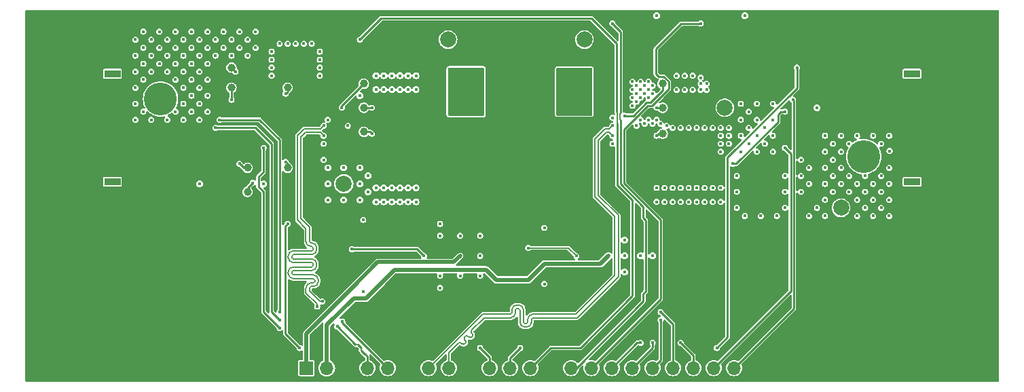
<source format=gbr>
%TF.GenerationSoftware,KiCad,Pcbnew,8.0.6*%
%TF.CreationDate,2024-12-20T12:02:23-05:00*%
%TF.ProjectId,PD Charger,50442043-6861-4726-9765-722e6b696361,0*%
%TF.SameCoordinates,Original*%
%TF.FileFunction,Copper,L4,Bot*%
%TF.FilePolarity,Positive*%
%FSLAX46Y46*%
G04 Gerber Fmt 4.6, Leading zero omitted, Abs format (unit mm)*
G04 Created by KiCad (PCBNEW 8.0.6) date 2024-12-20 12:02:23*
%MOMM*%
%LPD*%
G01*
G04 APERTURE LIST*
G04 Aperture macros list*
%AMRoundRect*
0 Rectangle with rounded corners*
0 $1 Rounding radius*
0 $2 $3 $4 $5 $6 $7 $8 $9 X,Y pos of 4 corners*
0 Add a 4 corners polygon primitive as box body*
4,1,4,$2,$3,$4,$5,$6,$7,$8,$9,$2,$3,0*
0 Add four circle primitives for the rounded corners*
1,1,$1+$1,$2,$3*
1,1,$1+$1,$4,$5*
1,1,$1+$1,$6,$7*
1,1,$1+$1,$8,$9*
0 Add four rect primitives between the rounded corners*
20,1,$1+$1,$2,$3,$4,$5,0*
20,1,$1+$1,$4,$5,$6,$7,0*
20,1,$1+$1,$6,$7,$8,$9,0*
20,1,$1+$1,$8,$9,$2,$3,0*%
G04 Aperture macros list end*
%TA.AperFunction,ComponentPad*%
%ADD10R,2.000000X0.900000*%
%TD*%
%TA.AperFunction,ComponentPad*%
%ADD11RoundRect,1.025000X-1.025000X1.025000X-1.025000X-1.025000X1.025000X-1.025000X1.025000X1.025000X0*%
%TD*%
%TA.AperFunction,ComponentPad*%
%ADD12C,4.100000*%
%TD*%
%TA.AperFunction,ComponentPad*%
%ADD13RoundRect,1.025000X1.025000X-1.025000X1.025000X1.025000X-1.025000X1.025000X-1.025000X-1.025000X0*%
%TD*%
%TA.AperFunction,ComponentPad*%
%ADD14R,1.700000X1.700000*%
%TD*%
%TA.AperFunction,ComponentPad*%
%ADD15O,1.700000X1.700000*%
%TD*%
%TA.AperFunction,ComponentPad*%
%ADD16C,2.000000*%
%TD*%
%TA.AperFunction,SMDPad,CuDef*%
%ADD17C,1.000000*%
%TD*%
%TA.AperFunction,SMDPad,CuDef*%
%ADD18RoundRect,0.250000X-0.700000X1.950000X-0.700000X-1.950000X0.700000X-1.950000X0.700000X1.950000X0*%
%TD*%
%TA.AperFunction,ViaPad*%
%ADD19C,0.450000*%
%TD*%
%TA.AperFunction,Conductor*%
%ADD20C,0.250000*%
%TD*%
%TA.AperFunction,Conductor*%
%ADD21C,0.200000*%
%TD*%
%TA.AperFunction,Conductor*%
%ADD22C,0.500000*%
%TD*%
G04 APERTURE END LIST*
D10*
%TO.P,J3,*%
%TO.N,*%
X148850000Y-93250000D03*
X148850000Y-106750000D03*
D11*
%TO.P,J3,1,Pin_1*%
%TO.N,GND*%
X142850000Y-96400000D03*
D12*
%TO.P,J3,2,Pin_2*%
%TO.N,VBUS*%
X142850000Y-103600000D03*
%TD*%
D10*
%TO.P,J2,*%
%TO.N,*%
X49150000Y-106750000D03*
X49150000Y-93250000D03*
D13*
%TO.P,J2,1,Pin_1*%
%TO.N,GND*%
X55150000Y-103600000D03*
D12*
%TO.P,J2,2,Pin_2*%
%TO.N,VIN*%
X55150000Y-96400000D03*
%TD*%
D14*
%TO.P,J1,1,Pin_1*%
%TO.N,+5V*%
X73325000Y-130000000D03*
D15*
%TO.P,J1,2,Pin_2*%
%TO.N,+3V3*%
X75865000Y-130000000D03*
%TO.P,J1,3,Pin_3*%
%TO.N,GND*%
X78405000Y-130000000D03*
%TO.P,J1,4,Pin_4*%
%TO.N,/PHASE_1_P*%
X80945000Y-130000000D03*
%TO.P,J1,5,Pin_5*%
%TO.N,/PHASE_1_N*%
X83485000Y-130000000D03*
%TO.P,J1,6,Pin_6*%
%TO.N,GND*%
X86025000Y-130000000D03*
%TO.P,J1,7,Pin_7*%
%TO.N,/PHASE_2_P*%
X88565000Y-130000000D03*
%TO.P,J1,8,Pin_8*%
%TO.N,/PHASE_2_N*%
X91105000Y-130000000D03*
%TO.P,J1,9,Pin_9*%
%TO.N,GND*%
X93645000Y-130000000D03*
%TO.P,J1,10,Pin_10*%
%TO.N,/VS_MON*%
X96185000Y-130000000D03*
%TO.P,J1,11,Pin_11*%
%TO.N,/VD_MON*%
X98725000Y-130000000D03*
%TO.P,J1,12,Pin_12*%
%TO.N,/IS_MON*%
X101265000Y-130000000D03*
%TO.P,J1,13,Pin_13*%
%TO.N,GND*%
X103805000Y-130000000D03*
%TO.P,J1,14,Pin_14*%
%TO.N,/IL_MON*%
X106345000Y-130000000D03*
%TO.P,J1,15,Pin_15*%
%TO.N,/ID_MON*%
X108885000Y-130000000D03*
%TO.P,J1,16,Pin_16*%
%TO.N,/VS_GOOD*%
X111425000Y-130000000D03*
%TO.P,J1,17,Pin_17*%
%TO.N,/IS_GOOD*%
X113965000Y-130000000D03*
%TO.P,J1,18,Pin_18*%
%TO.N,/5V_GOOD*%
X116505000Y-130000000D03*
%TO.P,J1,19,Pin_19*%
%TO.N,/3V3_GOOD*%
X119045000Y-130000000D03*
%TO.P,J1,20,Pin_20*%
%TO.N,/INPUT_EN*%
X121585000Y-130000000D03*
%TO.P,J1,21,Pin_21*%
%TO.N,/OUTPUT_EN*%
X124125000Y-130000000D03*
%TO.P,J1,22,Pin_22*%
%TO.N,/OUTPUT_DIS*%
X126665000Y-130000000D03*
%TD*%
D16*
%TO.P,TP17,1,1*%
%TO.N,VBUS*%
X140000000Y-110000000D03*
%TD*%
D17*
%TO.P,TP5,1,1*%
%TO.N,Net-(U1-BOOT)*%
X80500000Y-94500000D03*
%TD*%
%TO.P,TP8,1,1*%
%TO.N,/DC-DC/G3*%
X117750000Y-97500000D03*
%TD*%
%TO.P,TP10,1,1*%
%TO.N,/DC-DC/G4*%
X117750000Y-100750000D03*
%TD*%
%TO.P,TP16,1,1*%
%TO.N,/Input Protection/G_BP*%
X71000000Y-105000000D03*
%TD*%
%TO.P,TP14,1,1*%
%TO.N,/Input Protection/FB_PG*%
X66000000Y-105000000D03*
%TD*%
D18*
%TO.P,C15,1*%
%TO.N,/DC-DC/VOUTa*%
X107500000Y-95650000D03*
%TO.P,C15,2*%
%TO.N,GND*%
X107500000Y-104350000D03*
%TD*%
D17*
%TO.P,TP11,1,1*%
%TO.N,/Input Protection/UV*%
X64000000Y-95000000D03*
%TD*%
%TO.P,TP12,1,1*%
%TO.N,/Input Protection/OV*%
X64000000Y-92500000D03*
%TD*%
D16*
%TO.P,TP18,1,1*%
%TO.N,GND*%
X140000000Y-90000000D03*
%TD*%
%TO.P,TP4,*%
%TO.N,*%
X108000000Y-89000000D03*
%TD*%
D17*
%TO.P,TP9,1,1*%
%TO.N,/DC-DC/G2*%
X80500000Y-100500000D03*
%TD*%
%TO.P,TP6,1,1*%
%TO.N,Net-(U3-BOOT)*%
X117750000Y-94500000D03*
%TD*%
%TO.P,TP13,1,1*%
%TO.N,/Input Protection/FLB*%
X66000000Y-108000000D03*
%TD*%
%TO.P,TP7,1,1*%
%TO.N,/DC-DC/G1*%
X80500000Y-97500000D03*
%TD*%
D16*
%TO.P,TP2,1,1*%
%TO.N,/DC-DC/VOUTa*%
X125500000Y-97500000D03*
%TD*%
D18*
%TO.P,C14,1*%
%TO.N,VS*%
X92500000Y-95650000D03*
%TO.P,C14,2*%
%TO.N,GND*%
X92500000Y-104350000D03*
%TD*%
D17*
%TO.P,TP15,1,1*%
%TO.N,/Input Protection/G_RP*%
X71000000Y-95000000D03*
%TD*%
D16*
%TO.P,TP3,1,1*%
%TO.N,/DC-DC/SW1*%
X91000000Y-89000000D03*
%TD*%
%TO.P,TP1,1,1*%
%TO.N,VS*%
X78000000Y-107000000D03*
%TD*%
D19*
%TO.N,/OUTPUT_EN*%
X133000000Y-102500000D03*
%TO.N,GND*%
X106000000Y-110000000D03*
X94000000Y-110000000D03*
X96000000Y-110000000D03*
X98000000Y-110000000D03*
X100000000Y-110000000D03*
X102000000Y-110000000D03*
X104000000Y-110000000D03*
X105000000Y-109000000D03*
X103000000Y-109000000D03*
X101000000Y-109000000D03*
X99000000Y-109000000D03*
X97000000Y-109000000D03*
X95000000Y-109000000D03*
X94000000Y-108000000D03*
X106000000Y-108000000D03*
X104000000Y-108000000D03*
X102000000Y-108000000D03*
X100000000Y-108000000D03*
X98000000Y-108000000D03*
X96000000Y-108000000D03*
X97000000Y-107000000D03*
X99000000Y-107000000D03*
X101000000Y-107000000D03*
X103000000Y-107000000D03*
X104000000Y-106000000D03*
X102000000Y-106000000D03*
X100000000Y-106000000D03*
X98000000Y-106000000D03*
X96000000Y-106000000D03*
X97000000Y-105000000D03*
X99000000Y-105000000D03*
X101000000Y-105000000D03*
X103000000Y-105000000D03*
X104000000Y-104000000D03*
X102000000Y-104000000D03*
X100000000Y-104000000D03*
X98000000Y-104000000D03*
X96000000Y-104000000D03*
X97000000Y-103000000D03*
X99000000Y-103000000D03*
X101000000Y-103000000D03*
X103000000Y-103000000D03*
X96000000Y-102000000D03*
X98000000Y-102000000D03*
X100000000Y-102000000D03*
X102000000Y-102000000D03*
X104000000Y-102000000D03*
X105000000Y-101000000D03*
X103000000Y-101000000D03*
X101000000Y-101000000D03*
X99000000Y-101000000D03*
X97000000Y-101000000D03*
X95000000Y-101000000D03*
X96000000Y-100000000D03*
X98000000Y-100000000D03*
X100000000Y-100000000D03*
X102000000Y-100000000D03*
X104000000Y-100000000D03*
X105000000Y-99000000D03*
X95000000Y-99000000D03*
X97000000Y-99000000D03*
X99000000Y-99000000D03*
X101000000Y-99000000D03*
X103000000Y-99000000D03*
X104000000Y-98000000D03*
X102000000Y-98000000D03*
X100000000Y-98000000D03*
X98000000Y-98000000D03*
X96000000Y-98000000D03*
X97000000Y-97000000D03*
X99000000Y-97000000D03*
X101000000Y-97000000D03*
X103000000Y-97000000D03*
X104000000Y-96000000D03*
X102000000Y-96000000D03*
X100000000Y-96000000D03*
X98000000Y-96000000D03*
X96000000Y-96000000D03*
X97000000Y-95000000D03*
X99000000Y-95000000D03*
X101000000Y-95000000D03*
X103000000Y-95000000D03*
X104000000Y-94000000D03*
X102000000Y-94000000D03*
X100000000Y-94000000D03*
X98000000Y-94000000D03*
X96000000Y-94000000D03*
X103000000Y-93000000D03*
X101000000Y-93000000D03*
X99000000Y-93000000D03*
X97000000Y-93000000D03*
X104000000Y-92000000D03*
X102000000Y-92000000D03*
X99878203Y-91877698D03*
X98000000Y-92000000D03*
X96000000Y-92000000D03*
X105000000Y-91000000D03*
X103000000Y-91000000D03*
X101000000Y-91000000D03*
X99000000Y-91000000D03*
X97000000Y-91000000D03*
X95000000Y-91000000D03*
X96000000Y-90000000D03*
X98000000Y-90000000D03*
X100000000Y-90000000D03*
X102000000Y-90000000D03*
X104000000Y-90000000D03*
X105000000Y-89000000D03*
X103000000Y-89000000D03*
X101000000Y-89000000D03*
X99000000Y-89000000D03*
X97000000Y-89000000D03*
X95000000Y-89000000D03*
X96000000Y-88000000D03*
X98000000Y-88000000D03*
X100000000Y-88000000D03*
X102000000Y-88000000D03*
X104000000Y-88000000D03*
X105000000Y-87000000D03*
X103000000Y-87000000D03*
X101000000Y-87000000D03*
X99000000Y-87000000D03*
X97000000Y-87000000D03*
X95000000Y-87000000D03*
%TO.N,VS*%
X84000000Y-107500000D03*
X82000000Y-107500000D03*
X86000000Y-107500000D03*
X87000000Y-107500000D03*
X83000000Y-107500000D03*
X85000000Y-107500000D03*
%TO.N,GND*%
X85000000Y-104750000D03*
X83000000Y-104750000D03*
X87000000Y-104750000D03*
X82000000Y-104750000D03*
X84000000Y-104750000D03*
X86000000Y-104750000D03*
X117500000Y-92500000D03*
X118500000Y-92500000D03*
X121500000Y-92500000D03*
X120500000Y-92500000D03*
X119500000Y-92500000D03*
%TO.N,/DC-DC/VOUTa*%
X119500000Y-95250000D03*
X120500000Y-95250000D03*
X121500000Y-95250000D03*
%TO.N,GND*%
X122000000Y-104750000D03*
X125000000Y-104750000D03*
X120000000Y-104750000D03*
X119000000Y-104750000D03*
X124000000Y-104750000D03*
X117000000Y-104750000D03*
X118000000Y-104750000D03*
X121000000Y-104750000D03*
X123000000Y-104750000D03*
%TO.N,/DC-DC/VOUTa*%
X124000000Y-107500000D03*
X120000000Y-107500000D03*
X118000000Y-107500000D03*
X117000000Y-107500000D03*
X119000000Y-107500000D03*
X122000000Y-107500000D03*
X123000000Y-107500000D03*
X121000000Y-107500000D03*
X125000000Y-107500000D03*
X123250000Y-94500000D03*
X123250000Y-95250000D03*
X122500000Y-94500000D03*
X119500000Y-93500000D03*
X120500000Y-93500000D03*
X121500000Y-93500000D03*
%TO.N,/PHASE_1_P*%
X75500000Y-99750000D03*
%TO.N,/PHASE_1_N*%
X75500000Y-101000000D03*
%TO.N,/PHASE_2_P*%
X111500000Y-99750000D03*
%TO.N,/PHASE_2_N*%
X111500000Y-101000000D03*
%TO.N,Net-(U3-BOOT)*%
X113000000Y-98500000D03*
%TO.N,/DC-DC/SW2*%
X116000000Y-94250000D03*
X115500000Y-94750000D03*
X115000000Y-94250000D03*
X114500000Y-94750000D03*
X115000000Y-95250000D03*
X116000000Y-95250000D03*
X114000000Y-97250000D03*
X114500000Y-96750000D03*
X116000000Y-96250000D03*
X115000000Y-96250000D03*
X116500000Y-94750000D03*
X116500000Y-95750000D03*
X115500000Y-95750000D03*
X114500000Y-95750000D03*
X114000000Y-96250000D03*
X114000000Y-95250000D03*
X114000000Y-94250000D03*
%TO.N,+5V*%
X90000000Y-120000000D03*
X103000000Y-112500000D03*
X92500000Y-116000000D03*
X92500000Y-118500000D03*
X92500000Y-113500000D03*
X79000000Y-120000000D03*
X103000000Y-119500000D03*
X90000000Y-118500000D03*
X111500000Y-102000000D03*
X95000000Y-118500000D03*
X75500000Y-102000000D03*
X90000000Y-113500000D03*
X90000000Y-112000000D03*
X95000000Y-113500000D03*
X95000000Y-116000000D03*
%TO.N,VCC*%
X80425000Y-111500000D03*
X75500000Y-104000000D03*
X80425000Y-120500000D03*
%TO.N,Net-(U1-BOOT)*%
X77750000Y-97500000D03*
%TO.N,GND*%
X141000000Y-100000000D03*
X145000000Y-94000000D03*
X97000000Y-113000000D03*
X59000000Y-102000000D03*
X136225000Y-93500000D03*
X86000000Y-106500000D03*
X65500000Y-107000000D03*
X139000000Y-98000000D03*
X119500000Y-90750000D03*
X55000000Y-106000000D03*
X123000000Y-106500000D03*
X61000000Y-107000000D03*
X62000000Y-93000000D03*
X140000000Y-95000000D03*
X85500000Y-120500000D03*
X83000000Y-90750000D03*
X139000000Y-94000000D03*
X138000000Y-99000000D03*
X144000000Y-99000000D03*
X92500000Y-111000000D03*
X84000000Y-106500000D03*
X94500000Y-107000000D03*
X146000000Y-93000000D03*
X53000000Y-100000000D03*
X57000000Y-100000000D03*
X54000000Y-107000000D03*
X82000000Y-90750000D03*
X121000000Y-106500000D03*
X57000000Y-106000000D03*
X146000000Y-99000000D03*
X118000000Y-106500000D03*
X82000000Y-106500000D03*
X120500000Y-90750000D03*
X121500000Y-90750000D03*
X58000000Y-103000000D03*
X85000000Y-90750000D03*
X146000000Y-97000000D03*
X82350497Y-116000000D03*
X139000000Y-100000000D03*
X107000000Y-113000000D03*
X94500000Y-102000000D03*
X107000000Y-119000000D03*
X138000000Y-97000000D03*
X58000000Y-107000000D03*
X141000000Y-94000000D03*
X95000000Y-111000000D03*
X138000000Y-95000000D03*
X58000000Y-101000000D03*
X105500000Y-105000000D03*
X142000000Y-93000000D03*
X61000000Y-103000000D03*
X52000000Y-107000000D03*
X52000000Y-101000000D03*
X139000000Y-96000000D03*
X140000000Y-93000000D03*
X72000000Y-114000000D03*
X52000000Y-105000000D03*
X86000000Y-90750000D03*
X117000000Y-106500000D03*
X118500000Y-90750000D03*
X116000000Y-121000000D03*
X145000000Y-100000000D03*
X75000000Y-114000000D03*
X124000000Y-106500000D03*
X75000000Y-116000000D03*
X85500000Y-111500000D03*
X58000000Y-105000000D03*
X59000000Y-100000000D03*
X60000000Y-101000000D03*
X117500000Y-90750000D03*
X113000000Y-121000000D03*
X59000000Y-104000000D03*
X143000000Y-100000000D03*
X143000000Y-94000000D03*
X105500000Y-102000000D03*
X104267424Y-116000000D03*
X56000000Y-101000000D03*
X94500000Y-103000000D03*
X87000000Y-106500000D03*
X105500000Y-104000000D03*
X94500000Y-105000000D03*
X54000000Y-101000000D03*
X84000000Y-90750000D03*
X105500000Y-106000000D03*
X78000000Y-96000000D03*
X138000000Y-93000000D03*
X94500000Y-104000000D03*
X68000000Y-97000000D03*
X105500000Y-103000000D03*
X83000000Y-106500000D03*
X92500000Y-121000000D03*
X55000000Y-100000000D03*
X53000000Y-106000000D03*
X75000000Y-118000000D03*
X116000000Y-111000000D03*
X97000000Y-115000000D03*
X97000000Y-117000000D03*
X113000000Y-111000000D03*
X87000000Y-90750000D03*
X119000000Y-106500000D03*
X105500000Y-107000000D03*
X95000000Y-121000000D03*
X62500000Y-107000000D03*
X140000000Y-99000000D03*
X120000000Y-106500000D03*
X144000000Y-93000000D03*
X125000000Y-106500000D03*
X85000000Y-106500000D03*
X52000000Y-103000000D03*
X94500000Y-106000000D03*
X146000000Y-95000000D03*
X140000000Y-97000000D03*
X62000000Y-92000000D03*
X142000000Y-99000000D03*
X122000000Y-106500000D03*
X56000000Y-107000000D03*
X59000000Y-106000000D03*
%TO.N,/DC-DC/SW1*%
X76000000Y-99000000D03*
X78500000Y-99750000D03*
%TO.N,/DC-DC/SW2*%
X123000000Y-100000000D03*
X117500000Y-99500000D03*
X125000000Y-102000000D03*
X126000000Y-100000000D03*
X118250000Y-99750000D03*
X120000000Y-100000000D03*
X122000000Y-100000000D03*
X125000000Y-103000000D03*
X121000000Y-100000000D03*
X115000000Y-99000000D03*
X125000000Y-101000000D03*
X114500000Y-99750000D03*
X126000000Y-102000000D03*
X116500000Y-99500000D03*
X117000000Y-99000000D03*
X116000000Y-99000000D03*
X111500000Y-98750000D03*
X125000000Y-100000000D03*
X124000000Y-100000000D03*
X126000000Y-101000000D03*
X119000000Y-100000000D03*
X115500000Y-99500000D03*
%TO.N,/VS_MON*%
X72500000Y-127500000D03*
X71000000Y-112000000D03*
X95000000Y-127500000D03*
%TO.N,+3V3*%
X60000000Y-107000000D03*
X113000000Y-114000000D03*
X101000000Y-119000000D03*
X80000000Y-96000000D03*
X68000000Y-107000000D03*
X128000000Y-86000000D03*
X113000000Y-116000000D03*
X137000000Y-97500000D03*
X115000000Y-116000000D03*
X117000000Y-86000000D03*
X111000000Y-116000000D03*
X113000000Y-118000000D03*
X116500000Y-116000000D03*
%TO.N,/VD_MON*%
X100000000Y-127500000D03*
X124500000Y-127500000D03*
X134500000Y-92500000D03*
%TO.N,/Output Switch/Q5_Q6_G*%
X126500000Y-104500000D03*
%TO.N,/OUTPUT_DIS*%
X134000000Y-96500000D03*
%TO.N,/5V_GOOD*%
X117500000Y-124000000D03*
%TO.N,VS*%
X94500000Y-97000000D03*
X94500000Y-96000000D03*
X76000000Y-105000000D03*
X81000000Y-106000000D03*
X80000000Y-107000000D03*
X80000000Y-105000000D03*
X80000000Y-109000000D03*
X83000000Y-93500000D03*
X94500000Y-98000000D03*
X85000000Y-109250000D03*
X76000000Y-107000000D03*
X84000000Y-93500000D03*
X76000000Y-109000000D03*
X86000000Y-93500000D03*
X94500000Y-94000000D03*
X82000000Y-93500000D03*
X81000000Y-108000000D03*
X83000000Y-109250000D03*
X85000000Y-93500000D03*
X78000000Y-105000000D03*
X87000000Y-93500000D03*
X94500000Y-93000000D03*
X78000000Y-109000000D03*
X94500000Y-95000000D03*
X87000000Y-109250000D03*
X86000000Y-109250000D03*
X82000000Y-109250000D03*
X84000000Y-109250000D03*
%TO.N,Net-(U9-SW)*%
X79000000Y-115150000D03*
X88000000Y-116000000D03*
%TO.N,/3V3_GOOD*%
X117500000Y-123000000D03*
%TO.N,/IS_GOOD*%
X70000000Y-124000000D03*
X116500000Y-126850000D03*
X62000000Y-100000000D03*
%TO.N,/VS_GOOD*%
X68000000Y-102500000D03*
X70000000Y-125000000D03*
X115000000Y-126850000D03*
%TO.N,VIN*%
X75000000Y-92500000D03*
X53000000Y-98000000D03*
X61000000Y-96000000D03*
X55000000Y-88000000D03*
X58000000Y-93000000D03*
X60000000Y-91000000D03*
X57000000Y-98000000D03*
X74000000Y-89500000D03*
X52000000Y-93000000D03*
X61000000Y-88000000D03*
X60000000Y-93000000D03*
X56000000Y-93000000D03*
X64000000Y-91000000D03*
X53000000Y-88000000D03*
X61000000Y-94000000D03*
X54000000Y-93000000D03*
X69000000Y-90500000D03*
X56000000Y-99000000D03*
X57000000Y-88000000D03*
X57000000Y-90000000D03*
X67000000Y-88000000D03*
X75000000Y-93500000D03*
X52000000Y-97000000D03*
X58000000Y-97000000D03*
X65000000Y-90000000D03*
X62000000Y-89000000D03*
X59000000Y-90000000D03*
X59000000Y-92000000D03*
X54000000Y-89000000D03*
X54000000Y-99000000D03*
X66000000Y-91000000D03*
X56000000Y-91000000D03*
X66000000Y-89000000D03*
X67000000Y-90000000D03*
X69000000Y-93500000D03*
X63000000Y-88000000D03*
X52000000Y-91000000D03*
X62000000Y-91000000D03*
X71000000Y-89500000D03*
X58000000Y-99000000D03*
X52000000Y-95000000D03*
X70000000Y-89500000D03*
X53000000Y-90000000D03*
X75000000Y-90500000D03*
X55000000Y-90000000D03*
X69000000Y-91500000D03*
X61000000Y-92000000D03*
X52000000Y-89000000D03*
X55000000Y-92000000D03*
X61000000Y-90000000D03*
X58000000Y-91000000D03*
X60000000Y-95000000D03*
X60000000Y-99000000D03*
X59000000Y-88000000D03*
X61000000Y-98000000D03*
X73000000Y-89500000D03*
X54000000Y-91000000D03*
X57000000Y-94000000D03*
X58000000Y-95000000D03*
X64000000Y-89000000D03*
X65000000Y-88000000D03*
X59000000Y-94000000D03*
X52000000Y-99000000D03*
X59000000Y-96000000D03*
X72000000Y-89500000D03*
X53000000Y-92000000D03*
X57000000Y-92000000D03*
X58000000Y-89000000D03*
X63000000Y-90000000D03*
X60000000Y-97000000D03*
X59000000Y-98000000D03*
X56000000Y-89000000D03*
X75000000Y-91500000D03*
X53000000Y-94000000D03*
X60000000Y-89000000D03*
X69000000Y-92500000D03*
%TO.N,/INPUT_EN*%
X70000000Y-123000000D03*
X120000000Y-126850000D03*
X62500000Y-99000000D03*
%TO.N,/PHASE_1_P*%
X77181801Y-124818199D03*
X74681801Y-122318199D03*
%TO.N,Net-(U2-SW)*%
X107000000Y-116000000D03*
X101000000Y-115000000D03*
%TO.N,/DC-DC/G1*%
X81500000Y-97500000D03*
%TO.N,/DC-DC/G2*%
X81500000Y-100750000D03*
%TO.N,/DC-DC/G3*%
X117000000Y-97500000D03*
%TO.N,/Output Switch/COM_S*%
X129500000Y-97000000D03*
X129500000Y-101000000D03*
X128500000Y-102000000D03*
X128500000Y-98000000D03*
X129500000Y-99000000D03*
X127500000Y-97000000D03*
X127500000Y-101000000D03*
X128500000Y-100000000D03*
X127500000Y-99000000D03*
X131500000Y-101000000D03*
X127500000Y-103000000D03*
X131500000Y-103000000D03*
X130500000Y-100000000D03*
X129500000Y-103000000D03*
X131500000Y-99000000D03*
X130500000Y-102000000D03*
X131500000Y-97000000D03*
%TO.N,/Input Protection/G_RP*%
X70750000Y-95750000D03*
%TO.N,/Input Protection/G_BP*%
X70750000Y-104250000D03*
%TO.N,/PHASE_1_N*%
X77818199Y-124181801D03*
X75318199Y-121681801D03*
%TO.N,/IS_MON*%
X80000000Y-89000000D03*
%TO.N,/IL_MON*%
X111500000Y-87000000D03*
%TO.N,/ID_MON*%
X122500000Y-87000000D03*
%TO.N,VBUS*%
X140000000Y-107000000D03*
X133000000Y-110000000D03*
X133000000Y-108000000D03*
X145000000Y-108000000D03*
X127000000Y-108000000D03*
X146000000Y-101000000D03*
X130000000Y-111000000D03*
X133000000Y-106000000D03*
X135000000Y-106000000D03*
X141000000Y-108000000D03*
X146000000Y-109000000D03*
X143000000Y-110000000D03*
X138000000Y-101000000D03*
X142000000Y-109000000D03*
X136000000Y-111000000D03*
X139000000Y-108000000D03*
X137000000Y-110000000D03*
X142000000Y-111000000D03*
X143000000Y-106000000D03*
X145000000Y-102000000D03*
X138000000Y-109000000D03*
X146000000Y-111000000D03*
X144000000Y-107000000D03*
X138000000Y-103000000D03*
X141000000Y-102000000D03*
X140000000Y-105000000D03*
X135000000Y-104000000D03*
X146000000Y-105000000D03*
X138000000Y-111000000D03*
X127000000Y-110000000D03*
X144000000Y-109000000D03*
X141000000Y-106000000D03*
X143000000Y-108000000D03*
X135000000Y-108000000D03*
X128000000Y-111000000D03*
X142000000Y-107000000D03*
X136000000Y-105000000D03*
X145000000Y-110000000D03*
X136000000Y-107000000D03*
X144000000Y-111000000D03*
X140000000Y-103000000D03*
X138000000Y-107000000D03*
X145000000Y-106000000D03*
X138000000Y-105000000D03*
X139000000Y-104000000D03*
X146000000Y-107000000D03*
X142000000Y-101000000D03*
X139000000Y-106000000D03*
X132000000Y-111000000D03*
X144000000Y-101000000D03*
X139000000Y-102000000D03*
X127000000Y-106000000D03*
X146047190Y-102893375D03*
X140000000Y-101000000D03*
%TO.N,/Input Protection/FLB*%
X66625000Y-106875000D03*
%TO.N,/Input Protection/FB_PG*%
X65000000Y-104500000D03*
%TO.N,/Input Protection/UV*%
X64000000Y-96500000D03*
%TO.N,/Input Protection/OV*%
X64500000Y-93000000D03*
%TO.N,/DC-DC/VOUTa*%
X105500000Y-95000000D03*
X105500000Y-96000000D03*
X105500000Y-98000000D03*
X105500000Y-93000000D03*
X125000000Y-109250000D03*
X121000000Y-109250000D03*
X123000000Y-109250000D03*
X122000000Y-109250000D03*
X119000000Y-109250000D03*
X122500000Y-95250000D03*
X105500000Y-97000000D03*
X117000000Y-109250000D03*
X118000000Y-109250000D03*
X120000000Y-109250000D03*
X124000000Y-109250000D03*
X105500000Y-94000000D03*
X122500000Y-93750000D03*
%TO.N,/DC-DC/G4*%
X117000000Y-101000000D03*
%TO.N,VS*%
X83000000Y-95250000D03*
X84000000Y-95250000D03*
X86000000Y-95250000D03*
X82000000Y-95250000D03*
X85000000Y-95250000D03*
X87000000Y-95250000D03*
%TO.N,GND*%
X83000000Y-92500000D03*
X82000000Y-92500000D03*
X85000000Y-92500000D03*
X86000000Y-92500000D03*
X84000000Y-92500000D03*
X87000000Y-92500000D03*
%TO.N,/Output Switch/Q5_Q6_G*%
X133000000Y-98000000D03*
%TD*%
D20*
%TO.N,/OUTPUT_EN*%
X133000000Y-102500000D02*
X133750000Y-103250000D01*
X133750000Y-103250000D02*
X133750000Y-120375000D01*
X133750000Y-120375000D02*
X124125000Y-130000000D01*
%TO.N,Net-(U3-BOOT)*%
X117750000Y-94500000D02*
X117750000Y-95355600D01*
X117750000Y-95355600D02*
X116250600Y-96855000D01*
X116250600Y-96855000D02*
X115756242Y-96855000D01*
X115756242Y-96855000D02*
X114111242Y-98500000D01*
X114111242Y-98500000D02*
X113000000Y-98500000D01*
%TO.N,/ID_MON*%
X117249400Y-93605000D02*
X116895000Y-93250600D01*
X117880305Y-93605000D02*
X117249400Y-93605000D01*
X120080761Y-87000000D02*
X122500000Y-87000000D01*
X118500000Y-94224695D02*
X117880305Y-93605000D01*
X118500000Y-95138759D02*
X118500000Y-94224695D01*
X115895000Y-97249400D02*
X116389359Y-97249400D01*
X112907000Y-100237400D02*
X115895000Y-97249400D01*
X116895000Y-93250600D02*
X116895000Y-90185761D01*
X117500000Y-111500000D02*
X112907000Y-106907000D01*
X116895000Y-90185761D02*
X120080761Y-87000000D01*
X117500000Y-121385000D02*
X117500000Y-111500000D01*
X116389359Y-97249400D02*
X118500000Y-95138759D01*
X112907000Y-106907000D02*
X112907000Y-100237400D01*
X108885000Y-130000000D02*
X117500000Y-121385000D01*
%TO.N,/IS_MON*%
X112105000Y-107171317D02*
X112105000Y-99525000D01*
X112105000Y-99525000D02*
X112080000Y-99500000D01*
%TO.N,/IL_MON*%
X112500000Y-99000000D02*
X112500000Y-107033159D01*
X112500000Y-107033159D02*
X115350000Y-109883159D01*
X115350000Y-109883159D02*
X115350000Y-111269239D01*
X115350000Y-111269239D02*
X115650000Y-111569239D01*
X115650000Y-111569239D02*
X115650000Y-120430761D01*
X115650000Y-120430761D02*
X115350000Y-120730761D01*
X115350000Y-120730761D02*
X115350000Y-121650000D01*
X115350000Y-121650000D02*
X107000000Y-130000000D01*
X107000000Y-130000000D02*
X106345000Y-130000000D01*
D21*
%TO.N,/IS_MON*%
X112000000Y-98000000D02*
X112080000Y-98080000D01*
X112080000Y-98080000D02*
X112080000Y-99500000D01*
%TO.N,/IL_MON*%
X112530000Y-98149756D02*
X112420000Y-98259756D01*
X112420000Y-98259756D02*
X112420000Y-98920000D01*
X112420000Y-98920000D02*
X112500000Y-99000000D01*
D20*
X112530000Y-88030000D02*
X112530000Y-98114400D01*
X112530000Y-98114400D02*
X112512322Y-98132078D01*
%TO.N,/IS_MON*%
X108850000Y-86350000D02*
X112000000Y-89500000D01*
X112000000Y-89500000D02*
X112000000Y-98000000D01*
X80000000Y-89000000D02*
X82650000Y-86350000D01*
X82650000Y-86350000D02*
X108850000Y-86350000D01*
X114000000Y-121000000D02*
X107500000Y-127500000D01*
X112105000Y-107171317D02*
X114000000Y-109066317D01*
X103765000Y-127500000D02*
X101265000Y-130000000D01*
X114000000Y-109066317D02*
X114000000Y-121000000D01*
X107500000Y-127500000D02*
X103765000Y-127500000D01*
D21*
%TO.N,/PHASE_1_N*%
X73218200Y-100600000D02*
X73218201Y-100600001D01*
X73218201Y-100600001D02*
X75100001Y-100600001D01*
X75100001Y-100600001D02*
X75500000Y-101000000D01*
%TO.N,/PHASE_1_P*%
X73275000Y-113500000D02*
X73275000Y-112593200D01*
X72200651Y-100981149D02*
X73031801Y-100149999D01*
X73275000Y-112593200D02*
X72200651Y-111518851D01*
X72200651Y-111518851D02*
X72200651Y-100981149D01*
X73031801Y-100149999D02*
X75100001Y-100149999D01*
X75100001Y-100149999D02*
X75500000Y-99750000D01*
%TO.N,/PHASE_2_P*%
X109275000Y-101406800D02*
X110531801Y-100149999D01*
%TO.N,/PHASE_2_N*%
X111100001Y-100600001D02*
X111500000Y-101000000D01*
%TO.N,/PHASE_2_P*%
X110531801Y-100149999D02*
X111100001Y-100149999D01*
X111100001Y-100149999D02*
X111500000Y-99750000D01*
%TO.N,/PHASE_2_N*%
X109725000Y-101593200D02*
X110718199Y-100600001D01*
X110718199Y-100600001D02*
X111100001Y-100600001D01*
D22*
%TO.N,+5V*%
X79000000Y-120000000D02*
X73325000Y-125675000D01*
X92500000Y-116000000D02*
X91725000Y-116775000D01*
X91725000Y-116775000D02*
X82225000Y-116775000D01*
X82225000Y-116775000D02*
X79000000Y-120000000D01*
X73325000Y-125675000D02*
X73325000Y-130000000D01*
D20*
%TO.N,Net-(U1-BOOT)*%
X80500000Y-94500000D02*
X77750000Y-97250000D01*
X77750000Y-97250000D02*
X77750000Y-97500000D01*
%TO.N,/VS_MON*%
X96185000Y-128685000D02*
X96185000Y-130000000D01*
X72500000Y-127500000D02*
X70720651Y-125720651D01*
X70720651Y-112279349D02*
X71000000Y-112000000D01*
X95000000Y-127500000D02*
X96185000Y-128685000D01*
X70720651Y-125720651D02*
X70720651Y-112279349D01*
D22*
%TO.N,+3V3*%
X75865000Y-124635000D02*
X79225000Y-121275000D01*
X79225000Y-121275000D02*
X80746016Y-121275000D01*
X101000000Y-119000000D02*
X103000000Y-117000000D01*
X97000000Y-119000000D02*
X101000000Y-119000000D01*
X103000000Y-117000000D02*
X110000000Y-117000000D01*
X84296016Y-117725000D02*
X95725000Y-117725000D01*
X75865000Y-130000000D02*
X75865000Y-124635000D01*
X80746016Y-121275000D02*
X84296016Y-117725000D01*
X95725000Y-117725000D02*
X97000000Y-119000000D01*
X110000000Y-117000000D02*
X111000000Y-116000000D01*
D20*
%TO.N,/VD_MON*%
X125850000Y-126150000D02*
X124500000Y-127500000D01*
X125850000Y-103730761D02*
X125850000Y-126150000D01*
X134500000Y-92500000D02*
X134500000Y-95080761D01*
X134500000Y-95080761D02*
X125850000Y-103730761D01*
X98725000Y-128775000D02*
X98725000Y-130000000D01*
X100000000Y-127500000D02*
X98725000Y-128775000D01*
%TO.N,/Output Switch/Q5_Q6_G*%
X126919239Y-104500000D02*
X126500000Y-104500000D01*
X132150000Y-99269239D02*
X126919239Y-104500000D01*
X132150000Y-98350000D02*
X132150000Y-99269239D01*
X133000000Y-98000000D02*
X132500000Y-98000000D01*
X132500000Y-98000000D02*
X132150000Y-98350000D01*
%TO.N,/OUTPUT_DIS*%
X134000000Y-96500000D02*
X134127000Y-96627000D01*
X134127000Y-122538000D02*
X126665000Y-130000000D01*
%TO.N,/5V_GOOD*%
X117500000Y-129005000D02*
X116505000Y-130000000D01*
X117500000Y-124000000D02*
X117500000Y-129005000D01*
%TO.N,Net-(U9-SW)*%
X79000000Y-115150000D02*
X87150000Y-115150000D01*
X87150000Y-115150000D02*
X88000000Y-116000000D01*
%TO.N,/3V3_GOOD*%
X119045000Y-124545000D02*
X117500000Y-123000000D01*
X119045000Y-130000000D02*
X119045000Y-124545000D01*
%TO.N,/IS_GOOD*%
X67000000Y-100000000D02*
X69000000Y-102000000D01*
X62000000Y-100000000D02*
X67000000Y-100000000D01*
X69000000Y-102000000D02*
X69000000Y-123000000D01*
X69000000Y-123000000D02*
X70000000Y-124000000D01*
X116500000Y-127465000D02*
X116500000Y-126850000D01*
X113965000Y-130000000D02*
X116500000Y-127465000D01*
%TO.N,/VS_GOOD*%
X68000000Y-105500000D02*
X67350000Y-106150000D01*
X67350000Y-107350000D02*
X68000000Y-108000000D01*
X68000000Y-108000000D02*
X68000000Y-123000000D01*
X114575000Y-126850000D02*
X115000000Y-126850000D01*
X68000000Y-102500000D02*
X68000000Y-105500000D01*
X111425000Y-130000000D02*
X114575000Y-126850000D01*
X67350000Y-106150000D02*
X67350000Y-107350000D01*
X68000000Y-123000000D02*
X70000000Y-125000000D01*
%TO.N,/INPUT_EN*%
X121585000Y-130000000D02*
X121585000Y-128435000D01*
X70000000Y-101500000D02*
X67500000Y-99000000D01*
X67500000Y-99000000D02*
X62500000Y-99000000D01*
X121585000Y-128435000D02*
X120000000Y-126850000D01*
X70000000Y-123000000D02*
X70000000Y-101500000D01*
%TO.N,/PHASE_1_P*%
X80188674Y-127825073D02*
X80591456Y-128227854D01*
X80945000Y-128581398D02*
X80945000Y-130000000D01*
D21*
X74681801Y-122318199D02*
X74681801Y-122000000D01*
X73900000Y-118825000D02*
X71697651Y-118825000D01*
D20*
X80654301Y-128290699D02*
X80945000Y-128581398D01*
D21*
X71697651Y-117375000D02*
X73275000Y-117375000D01*
X73275000Y-117375000D02*
X74002350Y-117375000D01*
X74202349Y-118825000D02*
X73900000Y-118825000D01*
X74681801Y-122000000D02*
X73275000Y-120593199D01*
X71072651Y-118200000D02*
X71072651Y-118000000D01*
X73725000Y-116825000D02*
X71697651Y-116825000D01*
X74177355Y-115200000D02*
X74177355Y-115000000D01*
X74377349Y-119200000D02*
X74377349Y-119000000D01*
X74002350Y-116825000D02*
X73725000Y-116825000D01*
X71072651Y-116200000D02*
X71072651Y-116000000D01*
D20*
X80591456Y-128227854D02*
X80654301Y-128290699D01*
D21*
X74002355Y-114825000D02*
X73900000Y-114825000D01*
D20*
X77181801Y-124818199D02*
X79431801Y-127068199D01*
D21*
X71697651Y-115375000D02*
X73275000Y-115375000D01*
X73900000Y-119375000D02*
X74202349Y-119375000D01*
X73275000Y-114000000D02*
X73275000Y-113500000D01*
D20*
X79785893Y-127068199D02*
X80188673Y-127470979D01*
D21*
X73275000Y-114200000D02*
X73275000Y-114000000D01*
X74177350Y-117200000D02*
X74177350Y-117000000D01*
X73275000Y-115375000D02*
X74002355Y-115375000D01*
X73275000Y-120593199D02*
X73275000Y-120000000D01*
X74202349Y-119375000D02*
G75*
G03*
X74377400Y-119200000I51J175000D01*
G01*
X74002350Y-117375000D02*
G75*
G03*
X74177400Y-117200000I50J175000D01*
G01*
D20*
X79431801Y-127068199D02*
G75*
G03*
X79608847Y-127068199I88523J88524D01*
G01*
D21*
X71697651Y-116825000D02*
G75*
G02*
X71072700Y-116200000I49J625000D01*
G01*
X73900000Y-114825000D02*
G75*
G02*
X73275000Y-114200000I0J625000D01*
G01*
X74377349Y-119000000D02*
G75*
G03*
X74202349Y-118825051I-174949J0D01*
G01*
X71697651Y-118825000D02*
G75*
G02*
X71072700Y-118200000I49J625000D01*
G01*
X73275000Y-120000000D02*
G75*
G02*
X73900000Y-119375000I625000J0D01*
G01*
D20*
X80188674Y-127648027D02*
G75*
G03*
X80188624Y-127825123I88526J-88573D01*
G01*
D21*
X74177355Y-115000000D02*
G75*
G03*
X74002355Y-114825045I-174955J0D01*
G01*
X71072651Y-118000000D02*
G75*
G02*
X71697651Y-117374951I625049J0D01*
G01*
D20*
X80188673Y-127470979D02*
G75*
G02*
X80188670Y-127648024I-88573J-88521D01*
G01*
D21*
X74002355Y-115375000D02*
G75*
G03*
X74177400Y-115200000I45J175000D01*
G01*
X74177350Y-117000000D02*
G75*
G03*
X74002350Y-116825050I-174950J0D01*
G01*
D20*
X79608847Y-127068199D02*
G75*
G02*
X79785893Y-127068199I88523J-88524D01*
G01*
D21*
X71072651Y-116000000D02*
G75*
G02*
X71697651Y-115374951I625049J0D01*
G01*
%TO.N,Net-(U2-SW)*%
X101000000Y-115000000D02*
X106000000Y-115000000D01*
X106000000Y-115000000D02*
X107000000Y-116000000D01*
D20*
%TO.N,/DC-DC/G1*%
X80500000Y-97500000D02*
X81500000Y-97500000D01*
%TO.N,/DC-DC/G2*%
X81250000Y-100500000D02*
X81500000Y-100750000D01*
X80500000Y-100500000D02*
X81250000Y-100500000D01*
%TO.N,/DC-DC/G3*%
X117750000Y-97500000D02*
X117000000Y-97500000D01*
%TO.N,/Input Protection/G_RP*%
X71000000Y-95000000D02*
X71000000Y-95500000D01*
X71000000Y-95500000D02*
X70750000Y-95750000D01*
%TO.N,/Input Protection/G_BP*%
X71000000Y-105000000D02*
X71000000Y-104500000D01*
X71000000Y-104500000D02*
X70750000Y-104250000D01*
D21*
%TO.N,/PHASE_1_N*%
X74002350Y-116375000D02*
X73725000Y-116375000D01*
X72650651Y-101167549D02*
X73218200Y-100600000D01*
X73900000Y-118375000D02*
X71697651Y-118375000D01*
X73725000Y-114200000D02*
X73725000Y-114000000D01*
D20*
X77818199Y-124181801D02*
X77818199Y-124333199D01*
X77818199Y-124333199D02*
X83485000Y-130000000D01*
D21*
X71697651Y-115825000D02*
X73275000Y-115825000D01*
X73275000Y-115825000D02*
X74002355Y-115825000D01*
X75000000Y-121681801D02*
X73725000Y-120406801D01*
X73900000Y-119825000D02*
X74202349Y-119825000D01*
X74627355Y-115200000D02*
X74627355Y-115000000D01*
X71697651Y-117825000D02*
X73275000Y-117825000D01*
X73725000Y-112406800D02*
X72650651Y-111332451D01*
X74827349Y-119200000D02*
X74827349Y-119000000D01*
X73725000Y-120406801D02*
X73725000Y-120000000D01*
X72650651Y-111332451D02*
X72650651Y-101167549D01*
X74627350Y-117200000D02*
X74627350Y-117000000D01*
X71522651Y-118200000D02*
X71522651Y-118000000D01*
X73725000Y-116375000D02*
X71697651Y-116375000D01*
X74202349Y-118375000D02*
X73900000Y-118375000D01*
X75318199Y-121681801D02*
X75000000Y-121681801D01*
X73275000Y-117825000D02*
X74002350Y-117825000D01*
X73725000Y-113500000D02*
X73725000Y-112406800D01*
X74002355Y-114375000D02*
X73900000Y-114375000D01*
X71522651Y-116200000D02*
X71522651Y-116000000D01*
X73725000Y-114000000D02*
X73725000Y-113500000D01*
X71697651Y-116375000D02*
G75*
G02*
X71522600Y-116200000I-51J175000D01*
G01*
X74627350Y-117000000D02*
G75*
G03*
X74002350Y-116375050I-624950J0D01*
G01*
X71697651Y-118375000D02*
G75*
G02*
X71522600Y-118200000I-51J175000D01*
G01*
X74202349Y-119825000D02*
G75*
G03*
X74827300Y-119200000I-49J625000D01*
G01*
X74827349Y-119000000D02*
G75*
G03*
X74202349Y-118374951I-625049J0D01*
G01*
X74002355Y-115825000D02*
G75*
G03*
X74627400Y-115200000I45J625000D01*
G01*
X73725000Y-120000000D02*
G75*
G02*
X73900000Y-119825000I175000J0D01*
G01*
X74002350Y-117825000D02*
G75*
G03*
X74627400Y-117200000I50J625000D01*
G01*
X71522651Y-116000000D02*
G75*
G02*
X71697651Y-115825051I174949J0D01*
G01*
X71522651Y-118000000D02*
G75*
G02*
X71697651Y-117825051I174949J0D01*
G01*
X73900000Y-114375000D02*
G75*
G02*
X73725000Y-114200000I0J175000D01*
G01*
X74627355Y-115000000D02*
G75*
G03*
X74002355Y-114375045I-624955J0D01*
G01*
%TO.N,/PHASE_2_P*%
X100577238Y-124436774D02*
X100777238Y-124436774D01*
X100402238Y-123100000D02*
X100402238Y-124261774D01*
X100402238Y-122738226D02*
X100402238Y-123100000D01*
X99577238Y-122113226D02*
X99777238Y-122113226D01*
X101577238Y-123275000D02*
X101777238Y-123275000D01*
X101777238Y-123275000D02*
X101855341Y-123275000D01*
X88565000Y-130000000D02*
X95290000Y-123275000D01*
X95290000Y-123275000D02*
X98777238Y-123275000D01*
X98952238Y-123100000D02*
X98952238Y-122738226D01*
X100952238Y-124261774D02*
X100952238Y-123900000D01*
X100402238Y-124261774D02*
G75*
G03*
X100577238Y-124436762I174962J-26D01*
G01*
X99777238Y-122113226D02*
G75*
G02*
X100402174Y-122738226I-38J-624974D01*
G01*
X98952238Y-122738226D02*
G75*
G02*
X99577238Y-122113238I624962J26D01*
G01*
X98777238Y-123275000D02*
G75*
G03*
X98952200Y-123100000I-38J175000D01*
G01*
X100777238Y-124436774D02*
G75*
G03*
X100952174Y-124261774I-38J174974D01*
G01*
X100952238Y-123900000D02*
G75*
G02*
X101577238Y-123275038I624962J0D01*
G01*
%TO.N,/PHASE_2_N*%
X93171855Y-126897776D02*
X93087001Y-126982631D01*
X99952238Y-122738226D02*
X99952238Y-123100000D01*
X93162006Y-126039395D02*
X93077151Y-126124247D01*
X93077150Y-126463659D02*
X93171855Y-126558364D01*
X91105000Y-128096397D02*
X91105000Y-129229494D01*
X99577238Y-122563226D02*
X99777238Y-122563226D01*
X91105000Y-129229494D02*
X91105000Y-130000000D01*
X92313475Y-126887926D02*
X92228621Y-126972777D01*
X100577238Y-124886774D02*
X100777238Y-124886774D01*
X93077151Y-126124247D02*
X93077150Y-126124247D01*
X95476397Y-123725000D02*
X93925680Y-125275717D01*
X99952238Y-123100000D02*
X99952238Y-124261774D01*
X98777238Y-123725000D02*
X95476397Y-123725000D01*
X99402238Y-123100000D02*
X99402238Y-122738226D01*
X92747591Y-126982630D02*
X92652887Y-126887926D01*
X93596108Y-126134088D02*
X93501416Y-126039396D01*
X93925680Y-125615129D02*
X94020373Y-125709822D01*
X101777238Y-123725000D02*
X101855341Y-123725000D01*
X101577238Y-123725000D02*
X101777238Y-123725000D01*
X94020372Y-126049234D02*
X93935520Y-126134087D01*
X101402238Y-124261774D02*
X101402238Y-123900000D01*
X92228621Y-126972777D02*
X91105000Y-128096397D01*
X99777238Y-122563226D02*
G75*
G02*
X99952174Y-122738226I-38J-174974D01*
G01*
X93925680Y-125275717D02*
G75*
G03*
X93925703Y-125615106I169720J-169683D01*
G01*
X94020373Y-125709822D02*
G75*
G02*
X94020345Y-126049206I-169673J-169678D01*
G01*
X93935520Y-126134087D02*
G75*
G02*
X93596094Y-126134102I-169720J169687D01*
G01*
X93171855Y-126558364D02*
G75*
G02*
X93171885Y-126897806I-169755J-169736D01*
G01*
X99402238Y-122738226D02*
G75*
G02*
X99577238Y-122563238I174962J26D01*
G01*
X100777238Y-124886774D02*
G75*
G03*
X101402174Y-124261774I-38J624974D01*
G01*
X93087001Y-126982631D02*
G75*
G02*
X92747594Y-126982627I-169701J169731D01*
G01*
X99952238Y-124261774D02*
G75*
G03*
X100577238Y-124886762I624962J-26D01*
G01*
X93077150Y-126124247D02*
G75*
G03*
X93077103Y-126463706I169750J-169753D01*
G01*
X101402238Y-123900000D02*
G75*
G02*
X101577238Y-123725038I174962J0D01*
G01*
X92652887Y-126887926D02*
G75*
G03*
X92313475Y-126887926I-169706J-169708D01*
G01*
X98777238Y-123725000D02*
G75*
G03*
X99402200Y-123100000I-38J625000D01*
G01*
X93501416Y-126039396D02*
G75*
G03*
X93161996Y-126039384I-169716J-169704D01*
G01*
D20*
%TO.N,/IL_MON*%
X111500000Y-87000000D02*
X112530000Y-88030000D01*
%TO.N,/Input Protection/FLB*%
X66000000Y-107500000D02*
X66625000Y-106875000D01*
X66000000Y-108000000D02*
X66000000Y-107500000D01*
%TO.N,/Input Protection/FB_PG*%
X66000000Y-105000000D02*
X65500000Y-105000000D01*
X65500000Y-105000000D02*
X65000000Y-104500000D01*
%TO.N,/Input Protection/UV*%
X64000000Y-95000000D02*
X64000000Y-96500000D01*
%TO.N,/Input Protection/OV*%
X64000000Y-92500000D02*
X64500000Y-93000000D01*
%TO.N,/DC-DC/G4*%
X117250000Y-100750000D02*
X117000000Y-101000000D01*
X117750000Y-100750000D02*
X117250000Y-100750000D01*
D21*
%TO.N,/PHASE_2_P*%
X101855341Y-123275000D02*
X106906800Y-123275000D01*
X106906800Y-123275000D02*
X111775000Y-118406800D01*
%TO.N,/PHASE_2_N*%
X112225000Y-118593200D02*
X112225000Y-110906800D01*
%TO.N,/PHASE_2_P*%
X111775000Y-118406800D02*
X111775000Y-111093200D01*
X111775000Y-111093200D02*
X109275000Y-108593200D01*
X109275000Y-108593200D02*
X109275000Y-101406800D01*
%TO.N,/PHASE_2_N*%
X107093200Y-123725000D02*
X112225000Y-118593200D01*
X101855341Y-123725000D02*
X107093200Y-123725000D01*
X112225000Y-110906800D02*
X109725000Y-108406800D01*
X109725000Y-108406800D02*
X109725000Y-101593200D01*
D20*
%TO.N,/OUTPUT_DIS*%
X134127000Y-96627000D02*
X134127000Y-122538000D01*
%TD*%
%TA.AperFunction,Conductor*%
%TO.N,GND*%
G36*
X115833103Y-110226559D02*
G01*
X115839581Y-110232591D01*
X117185781Y-111578791D01*
X117219266Y-111640114D01*
X117222100Y-111666472D01*
X117222100Y-121218527D01*
X117202415Y-121285566D01*
X117185781Y-121306208D01*
X109434981Y-129057007D01*
X109373658Y-129090492D01*
X109303966Y-129085508D01*
X109288848Y-129078685D01*
X109270652Y-129068959D01*
X109270651Y-129068958D01*
X109270650Y-129068958D01*
X109081603Y-129011611D01*
X109081601Y-129011610D01*
X109081599Y-129011610D01*
X108912483Y-128994953D01*
X108885000Y-128992247D01*
X108884999Y-128992247D01*
X108692745Y-129011182D01*
X108624099Y-128998163D01*
X108573389Y-128950098D01*
X108556714Y-128882247D01*
X108579370Y-128816152D01*
X108592903Y-128800105D01*
X115572375Y-121820635D01*
X115600800Y-121771402D01*
X115608962Y-121757265D01*
X115617473Y-121725500D01*
X115627900Y-121686586D01*
X115627900Y-120897233D01*
X115647585Y-120830194D01*
X115664219Y-120809552D01*
X115872373Y-120601398D01*
X115872375Y-120601396D01*
X115908962Y-120538027D01*
X115927900Y-120467347D01*
X115927900Y-120394175D01*
X115927900Y-116327132D01*
X115947585Y-116260093D01*
X116000389Y-116214338D01*
X116069547Y-116204394D01*
X116133103Y-116233419D01*
X116149078Y-116250827D01*
X116246774Y-116348523D01*
X116246778Y-116348526D01*
X116246780Y-116348528D01*
X116366874Y-116409719D01*
X116366876Y-116409719D01*
X116366878Y-116409720D01*
X116499998Y-116430804D01*
X116500000Y-116430804D01*
X116500002Y-116430804D01*
X116633121Y-116409720D01*
X116633121Y-116409719D01*
X116633126Y-116409719D01*
X116753220Y-116348528D01*
X116848528Y-116253220D01*
X116909719Y-116133126D01*
X116909720Y-116133121D01*
X116930804Y-116000002D01*
X116930804Y-115999997D01*
X116909720Y-115866878D01*
X116909719Y-115866876D01*
X116909719Y-115866874D01*
X116848528Y-115746780D01*
X116848526Y-115746778D01*
X116848523Y-115746774D01*
X116753225Y-115651476D01*
X116753221Y-115651473D01*
X116753220Y-115651472D01*
X116633126Y-115590281D01*
X116633124Y-115590280D01*
X116633121Y-115590279D01*
X116500002Y-115569196D01*
X116499998Y-115569196D01*
X116366878Y-115590279D01*
X116366874Y-115590280D01*
X116366874Y-115590281D01*
X116356205Y-115595717D01*
X116246778Y-115651473D01*
X116246774Y-115651476D01*
X116144571Y-115753680D01*
X116143424Y-115752533D01*
X116096887Y-115788419D01*
X116027274Y-115794397D01*
X115965479Y-115761790D01*
X115931122Y-115700951D01*
X115927900Y-115672867D01*
X115927900Y-111532655D01*
X115927900Y-111532653D01*
X115908962Y-111461974D01*
X115908962Y-111461973D01*
X115872375Y-111398604D01*
X115872373Y-111398602D01*
X115872372Y-111398600D01*
X115664219Y-111190447D01*
X115630734Y-111129124D01*
X115627900Y-111102766D01*
X115627900Y-110320272D01*
X115647585Y-110253233D01*
X115700389Y-110207478D01*
X115769547Y-110197534D01*
X115833103Y-110226559D01*
G37*
%TD.AperFunction*%
%TA.AperFunction,Conductor*%
G36*
X159642539Y-85320185D02*
G01*
X159688294Y-85372989D01*
X159699500Y-85424500D01*
X159699500Y-131575500D01*
X159679815Y-131642539D01*
X159627011Y-131688294D01*
X159575500Y-131699500D01*
X38424500Y-131699500D01*
X38357461Y-131679815D01*
X38311706Y-131627011D01*
X38300500Y-131575500D01*
X38300500Y-106284940D01*
X47997100Y-106284940D01*
X47997100Y-107215054D01*
X48005972Y-107259658D01*
X48005973Y-107259661D01*
X48039765Y-107310233D01*
X48039766Y-107310234D01*
X48090342Y-107344028D01*
X48090343Y-107344028D01*
X48090345Y-107344029D01*
X48112642Y-107348464D01*
X48134943Y-107352900D01*
X50165056Y-107352899D01*
X50209658Y-107344028D01*
X50260234Y-107310234D01*
X50294028Y-107259658D01*
X50294825Y-107255654D01*
X50301611Y-107221535D01*
X50302900Y-107215057D01*
X50302900Y-106999997D01*
X59569196Y-106999997D01*
X59569196Y-107000002D01*
X59590279Y-107133121D01*
X59590280Y-107133124D01*
X59590281Y-107133126D01*
X59650167Y-107250658D01*
X59651473Y-107253221D01*
X59651476Y-107253225D01*
X59746774Y-107348523D01*
X59746778Y-107348526D01*
X59746780Y-107348528D01*
X59866874Y-107409719D01*
X59866876Y-107409719D01*
X59866878Y-107409720D01*
X59999998Y-107430804D01*
X60000000Y-107430804D01*
X60000002Y-107430804D01*
X60133121Y-107409720D01*
X60133121Y-107409719D01*
X60133126Y-107409719D01*
X60253220Y-107348528D01*
X60348528Y-107253220D01*
X60409719Y-107133126D01*
X60412079Y-107118228D01*
X60430804Y-107000002D01*
X60430804Y-106999997D01*
X60409720Y-106866878D01*
X60409719Y-106866876D01*
X60409719Y-106866874D01*
X60348528Y-106746780D01*
X60348526Y-106746778D01*
X60348523Y-106746774D01*
X60253225Y-106651476D01*
X60253221Y-106651473D01*
X60253220Y-106651472D01*
X60133126Y-106590281D01*
X60133124Y-106590280D01*
X60133121Y-106590279D01*
X60000002Y-106569196D01*
X59999998Y-106569196D01*
X59866878Y-106590279D01*
X59866874Y-106590280D01*
X59866874Y-106590281D01*
X59834456Y-106606799D01*
X59746778Y-106651473D01*
X59746774Y-106651476D01*
X59651476Y-106746774D01*
X59651473Y-106746778D01*
X59590279Y-106866878D01*
X59569196Y-106999997D01*
X50302900Y-106999997D01*
X50302899Y-106284944D01*
X50294028Y-106240342D01*
X50294026Y-106240340D01*
X50294026Y-106240338D01*
X50260234Y-106189766D01*
X50209659Y-106155973D01*
X50209658Y-106155972D01*
X50209657Y-106155971D01*
X50209656Y-106155971D01*
X50209654Y-106155970D01*
X50165059Y-106147100D01*
X48134945Y-106147100D01*
X48090341Y-106155972D01*
X48090338Y-106155973D01*
X48039766Y-106189765D01*
X48005971Y-106240343D01*
X48005970Y-106240345D01*
X47997100Y-106284940D01*
X38300500Y-106284940D01*
X38300500Y-104499996D01*
X64617389Y-104499996D01*
X64617389Y-104500003D01*
X64636113Y-104618228D01*
X64636114Y-104618231D01*
X64636115Y-104618233D01*
X64690461Y-104724893D01*
X64690462Y-104724894D01*
X64690465Y-104724898D01*
X64775101Y-104809534D01*
X64775105Y-104809537D01*
X64775107Y-104809539D01*
X64881767Y-104863885D01*
X64947851Y-104874351D01*
X65010983Y-104904279D01*
X65016133Y-104909143D01*
X65329362Y-105222373D01*
X65329364Y-105222374D01*
X65329365Y-105222375D01*
X65363682Y-105242188D01*
X65411898Y-105292755D01*
X65417624Y-105305604D01*
X65417639Y-105305646D01*
X65507707Y-105436131D01*
X65507708Y-105436132D01*
X65626387Y-105541272D01*
X65626389Y-105541273D01*
X65626393Y-105541276D01*
X65719764Y-105590281D01*
X65766778Y-105614956D01*
X65920724Y-105652900D01*
X66079276Y-105652900D01*
X66233222Y-105614956D01*
X66320409Y-105569196D01*
X66373606Y-105541276D01*
X66373607Y-105541274D01*
X66373613Y-105541272D01*
X66492292Y-105436132D01*
X66582360Y-105305646D01*
X66638584Y-105157397D01*
X66657695Y-105000000D01*
X66638584Y-104842603D01*
X66582360Y-104694354D01*
X66492292Y-104563868D01*
X66373613Y-104458728D01*
X66373611Y-104458727D01*
X66373610Y-104458726D01*
X66373606Y-104458723D01*
X66233223Y-104385044D01*
X66079276Y-104347100D01*
X65920724Y-104347100D01*
X65766776Y-104385044D01*
X65626393Y-104458723D01*
X65626384Y-104458729D01*
X65576188Y-104503199D01*
X65512955Y-104532920D01*
X65443691Y-104523736D01*
X65390388Y-104478563D01*
X65371489Y-104429782D01*
X65363885Y-104381767D01*
X65309539Y-104275107D01*
X65309537Y-104275105D01*
X65309534Y-104275101D01*
X65224898Y-104190465D01*
X65224894Y-104190462D01*
X65224893Y-104190461D01*
X65118233Y-104136115D01*
X65118231Y-104136114D01*
X65118228Y-104136113D01*
X65000003Y-104117389D01*
X64999997Y-104117389D01*
X64881771Y-104136113D01*
X64775105Y-104190462D01*
X64775101Y-104190465D01*
X64690465Y-104275101D01*
X64690462Y-104275105D01*
X64636113Y-104381771D01*
X64617389Y-104499996D01*
X38300500Y-104499996D01*
X38300500Y-99999996D01*
X61617389Y-99999996D01*
X61617389Y-100000003D01*
X61636113Y-100118228D01*
X61636114Y-100118231D01*
X61636115Y-100118233D01*
X61689038Y-100222100D01*
X61690462Y-100224894D01*
X61690465Y-100224898D01*
X61775101Y-100309534D01*
X61775105Y-100309537D01*
X61775107Y-100309539D01*
X61881767Y-100363885D01*
X61881769Y-100363885D01*
X61881771Y-100363886D01*
X61999997Y-100382611D01*
X62000000Y-100382611D01*
X62000003Y-100382611D01*
X62118228Y-100363886D01*
X62118228Y-100363885D01*
X62118233Y-100363885D01*
X62224893Y-100309539D01*
X62224897Y-100309534D01*
X62232792Y-100303800D01*
X62234638Y-100306342D01*
X62281537Y-100280734D01*
X62307895Y-100277900D01*
X66833528Y-100277900D01*
X66900567Y-100297585D01*
X66921209Y-100314219D01*
X68685781Y-102078791D01*
X68719266Y-102140114D01*
X68722100Y-102166472D01*
X68722100Y-123029728D01*
X68702415Y-123096767D01*
X68649611Y-123142522D01*
X68580453Y-123152466D01*
X68516897Y-123123441D01*
X68510419Y-123117409D01*
X68314219Y-122921209D01*
X68280734Y-122859886D01*
X68277900Y-122833528D01*
X68277900Y-107963416D01*
X68277899Y-107963412D01*
X68277554Y-107962125D01*
X68258962Y-107892735D01*
X68258962Y-107892734D01*
X68222375Y-107829365D01*
X68222373Y-107829363D01*
X68222372Y-107829361D01*
X68019988Y-107626977D01*
X67986503Y-107565654D01*
X67991487Y-107495962D01*
X68033359Y-107440029D01*
X68088269Y-107416823D01*
X68133126Y-107409719D01*
X68253220Y-107348528D01*
X68348528Y-107253220D01*
X68409719Y-107133126D01*
X68412079Y-107118228D01*
X68430804Y-107000002D01*
X68430804Y-106999997D01*
X68409720Y-106866878D01*
X68409719Y-106866876D01*
X68409719Y-106866874D01*
X68348528Y-106746780D01*
X68348526Y-106746778D01*
X68348523Y-106746774D01*
X68253225Y-106651476D01*
X68253221Y-106651473D01*
X68253220Y-106651472D01*
X68133126Y-106590281D01*
X68133124Y-106590280D01*
X68133121Y-106590279D01*
X68000002Y-106569196D01*
X67999998Y-106569196D01*
X67866876Y-106590279D01*
X67808194Y-106620180D01*
X67739525Y-106633076D01*
X67674785Y-106606799D01*
X67634528Y-106549693D01*
X67627900Y-106509695D01*
X67627900Y-106316472D01*
X67647585Y-106249433D01*
X67664219Y-106228791D01*
X68222373Y-105670637D01*
X68222375Y-105670635D01*
X68258962Y-105607266D01*
X68277900Y-105536586D01*
X68277900Y-105463414D01*
X68277900Y-102807894D01*
X68297585Y-102740855D01*
X68303979Y-102732922D01*
X68303800Y-102732792D01*
X68309534Y-102724897D01*
X68309539Y-102724893D01*
X68363885Y-102618233D01*
X68365579Y-102607538D01*
X68382611Y-102500003D01*
X68382611Y-102499996D01*
X68363886Y-102381771D01*
X68363885Y-102381769D01*
X68363885Y-102381767D01*
X68309539Y-102275107D01*
X68309537Y-102275105D01*
X68309534Y-102275101D01*
X68224898Y-102190465D01*
X68224894Y-102190462D01*
X68224893Y-102190461D01*
X68118233Y-102136115D01*
X68118231Y-102136114D01*
X68118228Y-102136113D01*
X68000003Y-102117389D01*
X67999997Y-102117389D01*
X67881771Y-102136113D01*
X67775105Y-102190462D01*
X67775101Y-102190465D01*
X67690465Y-102275101D01*
X67690462Y-102275105D01*
X67636113Y-102381771D01*
X67617389Y-102499996D01*
X67617389Y-102500003D01*
X67636113Y-102618228D01*
X67636114Y-102618231D01*
X67636115Y-102618233D01*
X67690461Y-102724893D01*
X67690462Y-102724894D01*
X67696200Y-102732792D01*
X67693654Y-102734641D01*
X67719260Y-102781509D01*
X67722100Y-102807894D01*
X67722100Y-105333527D01*
X67702415Y-105400566D01*
X67685781Y-105421208D01*
X67127627Y-105979361D01*
X67091038Y-106042734D01*
X67087380Y-106056388D01*
X67072100Y-106113414D01*
X67072100Y-106488305D01*
X67052415Y-106555344D01*
X66999611Y-106601099D01*
X66930453Y-106611043D01*
X66866897Y-106582018D01*
X66860419Y-106575986D01*
X66849898Y-106565465D01*
X66849894Y-106565462D01*
X66849893Y-106565461D01*
X66743233Y-106511115D01*
X66743231Y-106511114D01*
X66743228Y-106511113D01*
X66625003Y-106492389D01*
X66624997Y-106492389D01*
X66506771Y-106511113D01*
X66400105Y-106565462D01*
X66400101Y-106565465D01*
X66315465Y-106650101D01*
X66315462Y-106650106D01*
X66315461Y-106650107D01*
X66297345Y-106685660D01*
X66261113Y-106756769D01*
X66250647Y-106822851D01*
X66220717Y-106885986D01*
X66215855Y-106891133D01*
X65777627Y-107329362D01*
X65777625Y-107329365D01*
X65754175Y-107369980D01*
X65704417Y-107417772D01*
X65626390Y-107458725D01*
X65626387Y-107458728D01*
X65507707Y-107563868D01*
X65417641Y-107694351D01*
X65361415Y-107842603D01*
X65342305Y-108000000D01*
X65361415Y-108157396D01*
X65370346Y-108180944D01*
X65410714Y-108287385D01*
X65417641Y-108305648D01*
X65457839Y-108363885D01*
X65507708Y-108436132D01*
X65626387Y-108541272D01*
X65626389Y-108541273D01*
X65626393Y-108541276D01*
X65719764Y-108590281D01*
X65766778Y-108614956D01*
X65920724Y-108652900D01*
X66079276Y-108652900D01*
X66233222Y-108614956D01*
X66370521Y-108542895D01*
X66373606Y-108541276D01*
X66373607Y-108541274D01*
X66373613Y-108541272D01*
X66492292Y-108436132D01*
X66582360Y-108305646D01*
X66638584Y-108157397D01*
X66657695Y-108000000D01*
X66638584Y-107842603D01*
X66582360Y-107694354D01*
X66567466Y-107672777D01*
X66488031Y-107557695D01*
X66489328Y-107556799D01*
X66463333Y-107501500D01*
X66472514Y-107432236D01*
X66498185Y-107394823D01*
X66608867Y-107284141D01*
X66670188Y-107250658D01*
X66677107Y-107249357D01*
X66743233Y-107238885D01*
X66849893Y-107184539D01*
X66849898Y-107184534D01*
X66860419Y-107174014D01*
X66921742Y-107140529D01*
X66991434Y-107145513D01*
X67047367Y-107187385D01*
X67071784Y-107252849D01*
X67072100Y-107261695D01*
X67072100Y-107386587D01*
X67091038Y-107457267D01*
X67127626Y-107520637D01*
X67685781Y-108078791D01*
X67719266Y-108140114D01*
X67722100Y-108166472D01*
X67722100Y-122963414D01*
X67722100Y-123036586D01*
X67726337Y-123052400D01*
X67741038Y-123107267D01*
X67777626Y-123170637D01*
X69590855Y-124983865D01*
X69624340Y-125045188D01*
X69625647Y-125052147D01*
X69636114Y-125118230D01*
X69636113Y-125118230D01*
X69636115Y-125118233D01*
X69690461Y-125224893D01*
X69690463Y-125224895D01*
X69690465Y-125224898D01*
X69775101Y-125309534D01*
X69775105Y-125309537D01*
X69775107Y-125309539D01*
X69881767Y-125363885D01*
X69881769Y-125363885D01*
X69881771Y-125363886D01*
X69999997Y-125382611D01*
X70000000Y-125382611D01*
X70000003Y-125382611D01*
X70118228Y-125363886D01*
X70118228Y-125363885D01*
X70118233Y-125363885D01*
X70224893Y-125309539D01*
X70224898Y-125309534D01*
X70231070Y-125303363D01*
X70292393Y-125269878D01*
X70362085Y-125274862D01*
X70418018Y-125316734D01*
X70442435Y-125382198D01*
X70442751Y-125391044D01*
X70442751Y-125757238D01*
X70461689Y-125827918D01*
X70498277Y-125891288D01*
X72090855Y-127483865D01*
X72124340Y-127545188D01*
X72125647Y-127552147D01*
X72136114Y-127618230D01*
X72136113Y-127618230D01*
X72144982Y-127635635D01*
X72190461Y-127724893D01*
X72190463Y-127724895D01*
X72190465Y-127724898D01*
X72275101Y-127809534D01*
X72275104Y-127809536D01*
X72275107Y-127809539D01*
X72381767Y-127863885D01*
X72381769Y-127863885D01*
X72381771Y-127863886D01*
X72499997Y-127882611D01*
X72500000Y-127882611D01*
X72500003Y-127882611D01*
X72618228Y-127863886D01*
X72618228Y-127863885D01*
X72618233Y-127863885D01*
X72724893Y-127809539D01*
X72724898Y-127809533D01*
X72725215Y-127809305D01*
X72725668Y-127809143D01*
X72733588Y-127805108D01*
X72734109Y-127806131D01*
X72791021Y-127785825D01*
X72859075Y-127801650D01*
X72907770Y-127851756D01*
X72922100Y-127909623D01*
X72922100Y-128873100D01*
X72902415Y-128940139D01*
X72849611Y-128985894D01*
X72798100Y-128997100D01*
X72459945Y-128997100D01*
X72415341Y-129005972D01*
X72415338Y-129005973D01*
X72364766Y-129039765D01*
X72330971Y-129090343D01*
X72330970Y-129090345D01*
X72322100Y-129134940D01*
X72322100Y-130865054D01*
X72330972Y-130909658D01*
X72330973Y-130909661D01*
X72345260Y-130931042D01*
X72364766Y-130960234D01*
X72415342Y-130994028D01*
X72415343Y-130994028D01*
X72415345Y-130994029D01*
X72437642Y-130998464D01*
X72459943Y-131002900D01*
X74190056Y-131002899D01*
X74234658Y-130994028D01*
X74285234Y-130960234D01*
X74319028Y-130909658D01*
X74327900Y-130865057D01*
X74327899Y-129134944D01*
X74319028Y-129090342D01*
X74319026Y-129090340D01*
X74319026Y-129090338D01*
X74285234Y-129039766D01*
X74262637Y-129024667D01*
X74234658Y-129005972D01*
X74234657Y-129005971D01*
X74234656Y-129005971D01*
X74234654Y-129005970D01*
X74190059Y-128997100D01*
X74190057Y-128997100D01*
X73851900Y-128997100D01*
X73784861Y-128977415D01*
X73739106Y-128924611D01*
X73727900Y-128873100D01*
X73727900Y-125893248D01*
X73747585Y-125826209D01*
X73764219Y-125805567D01*
X74463837Y-125105949D01*
X75241150Y-124328635D01*
X75302471Y-124295152D01*
X75372163Y-124300136D01*
X75428096Y-124342008D01*
X75452513Y-124407472D01*
X75448605Y-124448407D01*
X75445202Y-124461109D01*
X75445201Y-124461113D01*
X75414500Y-124575691D01*
X75414500Y-128975324D01*
X75394815Y-129042363D01*
X75348955Y-129084681D01*
X75278549Y-129122315D01*
X75118589Y-129253589D01*
X74987317Y-129413547D01*
X74889769Y-129596043D01*
X74829699Y-129794067D01*
X74809417Y-130000000D01*
X74829699Y-130205932D01*
X74829700Y-130205934D01*
X74889768Y-130403954D01*
X74987315Y-130586450D01*
X74987317Y-130586452D01*
X75118589Y-130746410D01*
X75215209Y-130825702D01*
X75278550Y-130877685D01*
X75461046Y-130975232D01*
X75659066Y-131035300D01*
X75659065Y-131035300D01*
X75677529Y-131037118D01*
X75865000Y-131055583D01*
X76070934Y-131035300D01*
X76268954Y-130975232D01*
X76451450Y-130877685D01*
X76611410Y-130746410D01*
X76742685Y-130586450D01*
X76840232Y-130403954D01*
X76900300Y-130205934D01*
X76920583Y-130000000D01*
X76900300Y-129794066D01*
X76840232Y-129596046D01*
X76742685Y-129413550D01*
X76670465Y-129325549D01*
X76611410Y-129253589D01*
X76451450Y-129122315D01*
X76381045Y-129084681D01*
X76331201Y-129035718D01*
X76315500Y-128975324D01*
X76315500Y-124872965D01*
X76335185Y-124805926D01*
X76351819Y-124785284D01*
X76659889Y-124477214D01*
X76721212Y-124443729D01*
X76790904Y-124448713D01*
X76846837Y-124490585D01*
X76871254Y-124556049D01*
X76858055Y-124621188D01*
X76822759Y-124690461D01*
X76817914Y-124699970D01*
X76799190Y-124818195D01*
X76799190Y-124818202D01*
X76817914Y-124936427D01*
X76817915Y-124936430D01*
X76817916Y-124936432D01*
X76870583Y-125039796D01*
X76872263Y-125043093D01*
X76872266Y-125043097D01*
X76956902Y-125127733D01*
X76956906Y-125127736D01*
X76956908Y-125127738D01*
X77063568Y-125182084D01*
X77129652Y-125192550D01*
X77192784Y-125222478D01*
X77197934Y-125227342D01*
X79272817Y-127302225D01*
X79272821Y-127302228D01*
X79272822Y-127302229D01*
X79364738Y-127355296D01*
X79467256Y-127382766D01*
X79467259Y-127382766D01*
X79573390Y-127382766D01*
X79573392Y-127382766D01*
X79609968Y-127372965D01*
X79679815Y-127374626D01*
X79729742Y-127405058D01*
X79851850Y-127527166D01*
X79885335Y-127588489D01*
X79883935Y-127646973D01*
X79874158Y-127683421D01*
X79874157Y-127683424D01*
X79874128Y-127789546D01*
X79874129Y-127789552D01*
X79901563Y-127892060D01*
X79901564Y-127892064D01*
X79901565Y-127892065D01*
X79954601Y-127983987D01*
X79954603Y-127983989D01*
X79954606Y-127983993D01*
X79960542Y-127989933D01*
X79960676Y-127990085D01*
X79966298Y-127995707D01*
X79966299Y-127995708D01*
X79992017Y-128021426D01*
X79992083Y-128021492D01*
X79992102Y-128021527D01*
X79992110Y-128021520D01*
X80034407Y-128063843D01*
X80034573Y-128063982D01*
X80369080Y-128398488D01*
X80630781Y-128660189D01*
X80664266Y-128721512D01*
X80667100Y-128747870D01*
X80667100Y-128944307D01*
X80647415Y-129011346D01*
X80594611Y-129057101D01*
X80579099Y-129062966D01*
X80559349Y-129068957D01*
X80385123Y-129162082D01*
X80385120Y-129162084D01*
X80232410Y-129287410D01*
X80107086Y-129440118D01*
X80013958Y-129614350D01*
X79956610Y-129803400D01*
X79937247Y-130000000D01*
X79956610Y-130196599D01*
X79956610Y-130196601D01*
X79956611Y-130196603D01*
X80013958Y-130385650D01*
X80023742Y-130403954D01*
X80107086Y-130559881D01*
X80232410Y-130712589D01*
X80385118Y-130837913D01*
X80385122Y-130837916D01*
X80559350Y-130931042D01*
X80748397Y-130988389D01*
X80945000Y-131007753D01*
X81141603Y-130988389D01*
X81330650Y-130931042D01*
X81504878Y-130837916D01*
X81657589Y-130712589D01*
X81782916Y-130559878D01*
X81876042Y-130385650D01*
X81933389Y-130196603D01*
X81952753Y-130000000D01*
X81933389Y-129803397D01*
X81876042Y-129614350D01*
X81782916Y-129440122D01*
X81775682Y-129431307D01*
X81657589Y-129287410D01*
X81504879Y-129162084D01*
X81504876Y-129162082D01*
X81330649Y-129068957D01*
X81330651Y-129068957D01*
X81310901Y-129062966D01*
X81252463Y-129024667D01*
X81224009Y-128960854D01*
X81222900Y-128944307D01*
X81222900Y-128544814D01*
X81222900Y-128544812D01*
X81203962Y-128474133D01*
X81203961Y-128474132D01*
X81203961Y-128474130D01*
X81180177Y-128432937D01*
X81163703Y-128365037D01*
X81186555Y-128299009D01*
X81241475Y-128255818D01*
X81311028Y-128249176D01*
X81373131Y-128281191D01*
X81375244Y-128283254D01*
X82542007Y-129450017D01*
X82575492Y-129511340D01*
X82570508Y-129581032D01*
X82563687Y-129596146D01*
X82553959Y-129614346D01*
X82496610Y-129803400D01*
X82477247Y-130000000D01*
X82496610Y-130196599D01*
X82496610Y-130196601D01*
X82496611Y-130196603D01*
X82553958Y-130385650D01*
X82563742Y-130403954D01*
X82647086Y-130559881D01*
X82772410Y-130712589D01*
X82925118Y-130837913D01*
X82925122Y-130837916D01*
X83099350Y-130931042D01*
X83288397Y-130988389D01*
X83485000Y-131007753D01*
X83681603Y-130988389D01*
X83870650Y-130931042D01*
X84044878Y-130837916D01*
X84197589Y-130712589D01*
X84322916Y-130559878D01*
X84416042Y-130385650D01*
X84473389Y-130196603D01*
X84492753Y-130000000D01*
X84473389Y-129803397D01*
X84416042Y-129614350D01*
X84322916Y-129440122D01*
X84315682Y-129431307D01*
X84197589Y-129287410D01*
X84044881Y-129162086D01*
X84044879Y-129162085D01*
X84044878Y-129162084D01*
X83870650Y-129068958D01*
X83681603Y-129011611D01*
X83681601Y-129011610D01*
X83681599Y-129011610D01*
X83485000Y-128992247D01*
X83288400Y-129011610D01*
X83099346Y-129068959D01*
X83081146Y-129078687D01*
X83012742Y-129092926D01*
X82947500Y-129067922D01*
X82935017Y-129057007D01*
X78226207Y-124348197D01*
X78192722Y-124286874D01*
X78191415Y-124241117D01*
X78191457Y-124240855D01*
X78200810Y-124181801D01*
X78200810Y-124181797D01*
X78182085Y-124063572D01*
X78182084Y-124063570D01*
X78182084Y-124063568D01*
X78127738Y-123956908D01*
X78127736Y-123956906D01*
X78127733Y-123956902D01*
X78043097Y-123872266D01*
X78043093Y-123872263D01*
X78043092Y-123872262D01*
X77936432Y-123817916D01*
X77936430Y-123817915D01*
X77936427Y-123817914D01*
X77818202Y-123799190D01*
X77818196Y-123799190D01*
X77699968Y-123817914D01*
X77621189Y-123858054D01*
X77552519Y-123870950D01*
X77487779Y-123844673D01*
X77447523Y-123787566D01*
X77444531Y-123717760D01*
X77477212Y-123659891D01*
X79375285Y-121761819D01*
X79436608Y-121728334D01*
X79462966Y-121725500D01*
X80805324Y-121725500D01*
X80805325Y-121725500D01*
X80895689Y-121701286D01*
X80919903Y-121694799D01*
X81022630Y-121635489D01*
X82658123Y-119999996D01*
X89617389Y-119999996D01*
X89617389Y-120000003D01*
X89636113Y-120118228D01*
X89636114Y-120118231D01*
X89636115Y-120118233D01*
X89690461Y-120224893D01*
X89690462Y-120224894D01*
X89690465Y-120224898D01*
X89775101Y-120309534D01*
X89775105Y-120309537D01*
X89775107Y-120309539D01*
X89881767Y-120363885D01*
X89881769Y-120363885D01*
X89881771Y-120363886D01*
X89999997Y-120382611D01*
X90000000Y-120382611D01*
X90000003Y-120382611D01*
X90118228Y-120363886D01*
X90118228Y-120363885D01*
X90118233Y-120363885D01*
X90224893Y-120309539D01*
X90309539Y-120224893D01*
X90363885Y-120118233D01*
X90370265Y-120077952D01*
X90382611Y-120000003D01*
X90382611Y-119999996D01*
X90363886Y-119881771D01*
X90363885Y-119881769D01*
X90363885Y-119881767D01*
X90309539Y-119775107D01*
X90309537Y-119775105D01*
X90309534Y-119775101D01*
X90224898Y-119690465D01*
X90224894Y-119690462D01*
X90224893Y-119690461D01*
X90118233Y-119636115D01*
X90118231Y-119636114D01*
X90118228Y-119636113D01*
X90000003Y-119617389D01*
X89999997Y-119617389D01*
X89881771Y-119636113D01*
X89775105Y-119690462D01*
X89775101Y-119690465D01*
X89690465Y-119775101D01*
X89690462Y-119775105D01*
X89636113Y-119881771D01*
X89617389Y-119999996D01*
X82658123Y-119999996D01*
X83158123Y-119499996D01*
X102617389Y-119499996D01*
X102617389Y-119500003D01*
X102636113Y-119618228D01*
X102636114Y-119618231D01*
X102636115Y-119618233D01*
X102690461Y-119724893D01*
X102690462Y-119724894D01*
X102690465Y-119724898D01*
X102775101Y-119809534D01*
X102775105Y-119809537D01*
X102775107Y-119809539D01*
X102881767Y-119863885D01*
X102881769Y-119863885D01*
X102881771Y-119863886D01*
X102999997Y-119882611D01*
X103000000Y-119882611D01*
X103000003Y-119882611D01*
X103118228Y-119863886D01*
X103118228Y-119863885D01*
X103118233Y-119863885D01*
X103224893Y-119809539D01*
X103309539Y-119724893D01*
X103363885Y-119618233D01*
X103369282Y-119584158D01*
X103382611Y-119500003D01*
X103382611Y-119499996D01*
X103363886Y-119381771D01*
X103363885Y-119381769D01*
X103363885Y-119381767D01*
X103309539Y-119275107D01*
X103309537Y-119275105D01*
X103309534Y-119275101D01*
X103224898Y-119190465D01*
X103224894Y-119190462D01*
X103224893Y-119190461D01*
X103118233Y-119136115D01*
X103118231Y-119136114D01*
X103118228Y-119136113D01*
X103000003Y-119117389D01*
X102999997Y-119117389D01*
X102881771Y-119136113D01*
X102775105Y-119190462D01*
X102775101Y-119190465D01*
X102690465Y-119275101D01*
X102690462Y-119275105D01*
X102636113Y-119381771D01*
X102617389Y-119499996D01*
X83158123Y-119499996D01*
X84446300Y-118211819D01*
X84507623Y-118178334D01*
X84533981Y-118175500D01*
X89538864Y-118175500D01*
X89605903Y-118195185D01*
X89651658Y-118247989D01*
X89661602Y-118317147D01*
X89649349Y-118355794D01*
X89636113Y-118381769D01*
X89617389Y-118499996D01*
X89617389Y-118500003D01*
X89636113Y-118618228D01*
X89636114Y-118618231D01*
X89636115Y-118618233D01*
X89690461Y-118724893D01*
X89690462Y-118724894D01*
X89690465Y-118724898D01*
X89775101Y-118809534D01*
X89775105Y-118809537D01*
X89775107Y-118809539D01*
X89881767Y-118863885D01*
X89881769Y-118863885D01*
X89881771Y-118863886D01*
X89999997Y-118882611D01*
X90000000Y-118882611D01*
X90000003Y-118882611D01*
X90118228Y-118863886D01*
X90118228Y-118863885D01*
X90118233Y-118863885D01*
X90224893Y-118809539D01*
X90309539Y-118724893D01*
X90363885Y-118618233D01*
X90375220Y-118546666D01*
X90382611Y-118500003D01*
X90382611Y-118499996D01*
X90363886Y-118381769D01*
X90350651Y-118355794D01*
X90337755Y-118287125D01*
X90364032Y-118222385D01*
X90421138Y-118182128D01*
X90461136Y-118175500D01*
X92038864Y-118175500D01*
X92105903Y-118195185D01*
X92151658Y-118247989D01*
X92161602Y-118317147D01*
X92149349Y-118355794D01*
X92136113Y-118381769D01*
X92117389Y-118499996D01*
X92117389Y-118500003D01*
X92136113Y-118618228D01*
X92136114Y-118618231D01*
X92136115Y-118618233D01*
X92190461Y-118724893D01*
X92190462Y-118724894D01*
X92190465Y-118724898D01*
X92275101Y-118809534D01*
X92275105Y-118809537D01*
X92275107Y-118809539D01*
X92381767Y-118863885D01*
X92381769Y-118863885D01*
X92381771Y-118863886D01*
X92499997Y-118882611D01*
X92500000Y-118882611D01*
X92500003Y-118882611D01*
X92618228Y-118863886D01*
X92618228Y-118863885D01*
X92618233Y-118863885D01*
X92724893Y-118809539D01*
X92809539Y-118724893D01*
X92863885Y-118618233D01*
X92875220Y-118546666D01*
X92882611Y-118500003D01*
X92882611Y-118499996D01*
X92863886Y-118381769D01*
X92850651Y-118355794D01*
X92837755Y-118287125D01*
X92864032Y-118222385D01*
X92921138Y-118182128D01*
X92961136Y-118175500D01*
X94538864Y-118175500D01*
X94605903Y-118195185D01*
X94651658Y-118247989D01*
X94661602Y-118317147D01*
X94649349Y-118355794D01*
X94636113Y-118381769D01*
X94617389Y-118499996D01*
X94617389Y-118500003D01*
X94636113Y-118618228D01*
X94636114Y-118618231D01*
X94636115Y-118618233D01*
X94690461Y-118724893D01*
X94690462Y-118724894D01*
X94690465Y-118724898D01*
X94775101Y-118809534D01*
X94775105Y-118809537D01*
X94775107Y-118809539D01*
X94881767Y-118863885D01*
X94881769Y-118863885D01*
X94881771Y-118863886D01*
X94999997Y-118882611D01*
X95000000Y-118882611D01*
X95000003Y-118882611D01*
X95118228Y-118863886D01*
X95118228Y-118863885D01*
X95118233Y-118863885D01*
X95224893Y-118809539D01*
X95309539Y-118724893D01*
X95363885Y-118618233D01*
X95375220Y-118546666D01*
X95382611Y-118500003D01*
X95382611Y-118499996D01*
X95363886Y-118381769D01*
X95350651Y-118355794D01*
X95337755Y-118287125D01*
X95364032Y-118222385D01*
X95421138Y-118182128D01*
X95461136Y-118175500D01*
X95487035Y-118175500D01*
X95554074Y-118195185D01*
X95574716Y-118211819D01*
X96723386Y-119360489D01*
X96760241Y-119381767D01*
X96826114Y-119419799D01*
X96940691Y-119450500D01*
X96940694Y-119450500D01*
X101059308Y-119450500D01*
X101059309Y-119450500D01*
X101149673Y-119426286D01*
X101173887Y-119419799D01*
X101276614Y-119360489D01*
X103150284Y-117486819D01*
X103211607Y-117453334D01*
X103237965Y-117450500D01*
X110059308Y-117450500D01*
X110059309Y-117450500D01*
X110149673Y-117426286D01*
X110173887Y-117419799D01*
X110276614Y-117360489D01*
X111310419Y-116326684D01*
X111371742Y-116293199D01*
X111441434Y-116298183D01*
X111497367Y-116340055D01*
X111521784Y-116405519D01*
X111522100Y-116414365D01*
X111522100Y-118250683D01*
X111502415Y-118317722D01*
X111485781Y-118338364D01*
X106838365Y-122985781D01*
X106777042Y-123019266D01*
X106750684Y-123022100D01*
X101514959Y-123022100D01*
X101514608Y-123022134D01*
X101490791Y-123022133D01*
X101490788Y-123022133D01*
X101490787Y-123022133D01*
X101321181Y-123055860D01*
X101321177Y-123055861D01*
X101161410Y-123122030D01*
X101161402Y-123122034D01*
X101017619Y-123218100D01*
X101017617Y-123218102D01*
X100895332Y-123340379D01*
X100882238Y-123359976D01*
X100828625Y-123404779D01*
X100759299Y-123413485D01*
X100696273Y-123383328D01*
X100659555Y-123323884D01*
X100655138Y-123291082D01*
X100655138Y-122675964D01*
X100655076Y-122675348D01*
X100655078Y-122651774D01*
X100621350Y-122482172D01*
X100555182Y-122322408D01*
X100555165Y-122322383D01*
X100459120Y-122178625D01*
X100459118Y-122178622D01*
X100336848Y-122056340D01*
X100193072Y-121960261D01*
X100193070Y-121960260D01*
X100193067Y-121960258D01*
X100033320Y-121894078D01*
X100033316Y-121894077D01*
X99863717Y-121860331D01*
X99836189Y-121860328D01*
X99836149Y-121860326D01*
X99827543Y-121860326D01*
X99777253Y-121860326D01*
X99777246Y-121860325D01*
X99720849Y-121860323D01*
X99720817Y-121860326D01*
X99514897Y-121860326D01*
X99514810Y-121860334D01*
X99490795Y-121860333D01*
X99490786Y-121860333D01*
X99490785Y-121860333D01*
X99490783Y-121860333D01*
X99490780Y-121860333D01*
X99321171Y-121894063D01*
X99161403Y-121960233D01*
X99017603Y-122056313D01*
X98895318Y-122178597D01*
X98799244Y-122322383D01*
X98799241Y-122322388D01*
X98733068Y-122482154D01*
X98733066Y-122482162D01*
X98699335Y-122651768D01*
X98699338Y-122728252D01*
X98699338Y-122898100D01*
X98679653Y-122965139D01*
X98626849Y-123010894D01*
X98575338Y-123022100D01*
X95354747Y-123022100D01*
X95354739Y-123022099D01*
X95340305Y-123022099D01*
X95239695Y-123022099D01*
X95239694Y-123022099D01*
X95204723Y-123036585D01*
X95204722Y-123036585D01*
X95146748Y-123060598D01*
X95146743Y-123060601D01*
X89138022Y-129069322D01*
X89076699Y-129102807D01*
X89007007Y-129097823D01*
X88991890Y-129091000D01*
X88950654Y-129068960D01*
X88950653Y-129068959D01*
X88950650Y-129068958D01*
X88761603Y-129011611D01*
X88761601Y-129011610D01*
X88761599Y-129011610D01*
X88565000Y-128992247D01*
X88368400Y-129011610D01*
X88179350Y-129068958D01*
X88005118Y-129162086D01*
X87852410Y-129287410D01*
X87727086Y-129440118D01*
X87633958Y-129614350D01*
X87576610Y-129803400D01*
X87557247Y-130000000D01*
X87576610Y-130196599D01*
X87576610Y-130196601D01*
X87576611Y-130196603D01*
X87633958Y-130385650D01*
X87643742Y-130403954D01*
X87727086Y-130559881D01*
X87852410Y-130712589D01*
X88005118Y-130837913D01*
X88005122Y-130837916D01*
X88179350Y-130931042D01*
X88368397Y-130988389D01*
X88565000Y-131007753D01*
X88761603Y-130988389D01*
X88950650Y-130931042D01*
X89124878Y-130837916D01*
X89277589Y-130712589D01*
X89402916Y-130559878D01*
X89496042Y-130385650D01*
X89553389Y-130196603D01*
X89572753Y-130000000D01*
X89553389Y-129803397D01*
X89496042Y-129614350D01*
X89473998Y-129573109D01*
X89459757Y-129504707D01*
X89484757Y-129439463D01*
X89495668Y-129426984D01*
X90640420Y-128282232D01*
X90701742Y-128248749D01*
X90771434Y-128253733D01*
X90827367Y-128295605D01*
X90851784Y-128361069D01*
X90852100Y-128369915D01*
X90852100Y-128936724D01*
X90832415Y-129003763D01*
X90779611Y-129049518D01*
X90764096Y-129055384D01*
X90719348Y-129068958D01*
X90545123Y-129162082D01*
X90545120Y-129162084D01*
X90392410Y-129287410D01*
X90267086Y-129440118D01*
X90173958Y-129614350D01*
X90116610Y-129803400D01*
X90097247Y-130000000D01*
X90116610Y-130196599D01*
X90116610Y-130196601D01*
X90116611Y-130196603D01*
X90173958Y-130385650D01*
X90183742Y-130403954D01*
X90267086Y-130559881D01*
X90392410Y-130712589D01*
X90545118Y-130837913D01*
X90545122Y-130837916D01*
X90719350Y-130931042D01*
X90908397Y-130988389D01*
X91105000Y-131007753D01*
X91301603Y-130988389D01*
X91490650Y-130931042D01*
X91664878Y-130837916D01*
X91817589Y-130712589D01*
X91942916Y-130559878D01*
X92036042Y-130385650D01*
X92093389Y-130196603D01*
X92112753Y-130000000D01*
X92093389Y-129803397D01*
X92036042Y-129614350D01*
X91942916Y-129440122D01*
X91935682Y-129431307D01*
X91817589Y-129287410D01*
X91664879Y-129162084D01*
X91664876Y-129162082D01*
X91490651Y-129068958D01*
X91445904Y-129055384D01*
X91387466Y-129017087D01*
X91359009Y-128953274D01*
X91357900Y-128936724D01*
X91357900Y-128252513D01*
X91377585Y-128185474D01*
X91394219Y-128164832D01*
X91575066Y-127983985D01*
X92059056Y-127499996D01*
X94617389Y-127499996D01*
X94617389Y-127500003D01*
X94636113Y-127618228D01*
X94636114Y-127618231D01*
X94636115Y-127618233D01*
X94690461Y-127724893D01*
X94690462Y-127724894D01*
X94690465Y-127724898D01*
X94775101Y-127809534D01*
X94775104Y-127809536D01*
X94775107Y-127809539D01*
X94881767Y-127863885D01*
X94947851Y-127874351D01*
X95010983Y-127904279D01*
X95016133Y-127909143D01*
X95870781Y-128763791D01*
X95904266Y-128825114D01*
X95907100Y-128851472D01*
X95907100Y-128944307D01*
X95887415Y-129011346D01*
X95834611Y-129057101D01*
X95819099Y-129062966D01*
X95799349Y-129068957D01*
X95625123Y-129162082D01*
X95625120Y-129162084D01*
X95472410Y-129287410D01*
X95347086Y-129440118D01*
X95253958Y-129614350D01*
X95196610Y-129803400D01*
X95177247Y-130000000D01*
X95196610Y-130196599D01*
X95196610Y-130196601D01*
X95196611Y-130196603D01*
X95253958Y-130385650D01*
X95263742Y-130403954D01*
X95347086Y-130559881D01*
X95472410Y-130712589D01*
X95625118Y-130837913D01*
X95625122Y-130837916D01*
X95799350Y-130931042D01*
X95988397Y-130988389D01*
X96185000Y-131007753D01*
X96381603Y-130988389D01*
X96570650Y-130931042D01*
X96744878Y-130837916D01*
X96897589Y-130712589D01*
X97022916Y-130559878D01*
X97116042Y-130385650D01*
X97173389Y-130196603D01*
X97192753Y-130000000D01*
X97717247Y-130000000D01*
X97736610Y-130196599D01*
X97736610Y-130196601D01*
X97736611Y-130196603D01*
X97793958Y-130385650D01*
X97803742Y-130403954D01*
X97887086Y-130559881D01*
X98012410Y-130712589D01*
X98165118Y-130837913D01*
X98165122Y-130837916D01*
X98339350Y-130931042D01*
X98528397Y-130988389D01*
X98725000Y-131007753D01*
X98921603Y-130988389D01*
X99110650Y-130931042D01*
X99284878Y-130837916D01*
X99437589Y-130712589D01*
X99562916Y-130559878D01*
X99656042Y-130385650D01*
X99713389Y-130196603D01*
X99732753Y-130000000D01*
X99713389Y-129803397D01*
X99656042Y-129614350D01*
X99562916Y-129440122D01*
X99555682Y-129431307D01*
X99437589Y-129287410D01*
X99284879Y-129162084D01*
X99284876Y-129162082D01*
X99110649Y-129068957D01*
X99110651Y-129068957D01*
X99090901Y-129062966D01*
X99032463Y-129024667D01*
X99004009Y-128960854D01*
X99002900Y-128944307D01*
X99002900Y-128941471D01*
X99022585Y-128874432D01*
X99039214Y-128853794D01*
X99983867Y-127909141D01*
X100045188Y-127875658D01*
X100052107Y-127874357D01*
X100118233Y-127863885D01*
X100224893Y-127809539D01*
X100309539Y-127724893D01*
X100363885Y-127618233D01*
X100368596Y-127588489D01*
X100382611Y-127500003D01*
X100382611Y-127499996D01*
X100363886Y-127381771D01*
X100363885Y-127381769D01*
X100363885Y-127381767D01*
X100309539Y-127275107D01*
X100309537Y-127275105D01*
X100309534Y-127275101D01*
X100224898Y-127190465D01*
X100224894Y-127190462D01*
X100224893Y-127190461D01*
X100118233Y-127136115D01*
X100118231Y-127136114D01*
X100118228Y-127136113D01*
X100000003Y-127117389D01*
X99999997Y-127117389D01*
X99881771Y-127136113D01*
X99881767Y-127136114D01*
X99881767Y-127136115D01*
X99853755Y-127150388D01*
X99775105Y-127190462D01*
X99775101Y-127190465D01*
X99690465Y-127275101D01*
X99690462Y-127275106D01*
X99636113Y-127381769D01*
X99625647Y-127447851D01*
X99595717Y-127510986D01*
X99590855Y-127516133D01*
X98502626Y-128604362D01*
X98466038Y-128667732D01*
X98447100Y-128738412D01*
X98447100Y-128944307D01*
X98427415Y-129011346D01*
X98374611Y-129057101D01*
X98359099Y-129062966D01*
X98339349Y-129068957D01*
X98165123Y-129162082D01*
X98165120Y-129162084D01*
X98012410Y-129287410D01*
X97887086Y-129440118D01*
X97793958Y-129614350D01*
X97736610Y-129803400D01*
X97717247Y-130000000D01*
X97192753Y-130000000D01*
X97173389Y-129803397D01*
X97116042Y-129614350D01*
X97022916Y-129440122D01*
X97015682Y-129431307D01*
X96897589Y-129287410D01*
X96744879Y-129162084D01*
X96744876Y-129162082D01*
X96570649Y-129068957D01*
X96570651Y-129068957D01*
X96550901Y-129062966D01*
X96492463Y-129024667D01*
X96464009Y-128960854D01*
X96462900Y-128944307D01*
X96462900Y-128648416D01*
X96462899Y-128648412D01*
X96454748Y-128617991D01*
X96454746Y-128617983D01*
X96443962Y-128577734D01*
X96443962Y-128577733D01*
X96407373Y-128514362D01*
X95409143Y-127516133D01*
X95375658Y-127454810D01*
X95374356Y-127447883D01*
X95363885Y-127381767D01*
X95309539Y-127275107D01*
X95309537Y-127275105D01*
X95309534Y-127275101D01*
X95224898Y-127190465D01*
X95224894Y-127190462D01*
X95224893Y-127190461D01*
X95118233Y-127136115D01*
X95118231Y-127136114D01*
X95118228Y-127136113D01*
X95000003Y-127117389D01*
X94999997Y-127117389D01*
X94881771Y-127136113D01*
X94881767Y-127136114D01*
X94881767Y-127136115D01*
X94853755Y-127150388D01*
X94775105Y-127190462D01*
X94775101Y-127190465D01*
X94690465Y-127275101D01*
X94690462Y-127275105D01*
X94636113Y-127381771D01*
X94617389Y-127499996D01*
X92059056Y-127499996D01*
X92395500Y-127163552D01*
X92456821Y-127130069D01*
X92526513Y-127135053D01*
X92570860Y-127163554D01*
X92607986Y-127200680D01*
X92608046Y-127200728D01*
X92608048Y-127200730D01*
X92608050Y-127200731D01*
X92608051Y-127200732D01*
X92693278Y-127254279D01*
X92702093Y-127259817D01*
X92806926Y-127296497D01*
X92806928Y-127296497D01*
X92806931Y-127296498D01*
X92857761Y-127302225D01*
X92917293Y-127308933D01*
X93027661Y-127296500D01*
X93027664Y-127296499D01*
X93027668Y-127296498D01*
X93132493Y-127259823D01*
X93132492Y-127259823D01*
X93132496Y-127259822D01*
X93226541Y-127200738D01*
X93226549Y-127200729D01*
X93226587Y-127200700D01*
X93268479Y-127158807D01*
X93268491Y-127158794D01*
X93286053Y-127141236D01*
X93297347Y-127129945D01*
X93297347Y-127129943D01*
X93305191Y-127122102D01*
X93305230Y-127122055D01*
X93311089Y-127116195D01*
X93311186Y-127116116D01*
X93314795Y-127112505D01*
X93314927Y-127112432D01*
X93350753Y-127076590D01*
X93350754Y-127076591D01*
X93390013Y-127037315D01*
X93449085Y-126943262D01*
X93485752Y-126838424D01*
X93498175Y-126728056D01*
X93485732Y-126617690D01*
X93479428Y-126599675D01*
X93475865Y-126529896D01*
X93510593Y-126469268D01*
X93572587Y-126437041D01*
X93637421Y-126441677D01*
X93655439Y-126447982D01*
X93765821Y-126460415D01*
X93765822Y-126460414D01*
X93765825Y-126460415D01*
X93765828Y-126460415D01*
X93825256Y-126453714D01*
X93876202Y-126447972D01*
X93981046Y-126411278D01*
X94075095Y-126352172D01*
X94105024Y-126322236D01*
X94105034Y-126322231D01*
X94105032Y-126322229D01*
X94197753Y-126229507D01*
X94197785Y-126229475D01*
X94235366Y-126191920D01*
X94235482Y-126191777D01*
X94238255Y-126189003D01*
X94238411Y-126188807D01*
X94238418Y-126188801D01*
X94297529Y-126094759D01*
X94334228Y-125989919D01*
X94346676Y-125879542D01*
X94334247Y-125769162D01*
X94297565Y-125664316D01*
X94239076Y-125571231D01*
X94238934Y-125570726D01*
X94201311Y-125533105D01*
X94167824Y-125471782D01*
X94172807Y-125402091D01*
X94201307Y-125357742D01*
X95544832Y-124014219D01*
X95606155Y-123980734D01*
X95632513Y-123977900D01*
X98720817Y-123977900D01*
X98720849Y-123977902D01*
X98725832Y-123977902D01*
X98725964Y-123977940D01*
X98777253Y-123977937D01*
X98777253Y-123977938D01*
X98863719Y-123977933D01*
X99033327Y-123944187D01*
X99193092Y-123878001D01*
X99336876Y-123781920D01*
X99459154Y-123659635D01*
X99472234Y-123640057D01*
X99525844Y-123595252D01*
X99595169Y-123586542D01*
X99658197Y-123616694D01*
X99694919Y-123676136D01*
X99699338Y-123708946D01*
X99699338Y-124210387D01*
X99699327Y-124210421D01*
X99699324Y-124307894D01*
X99699323Y-124348232D01*
X99702436Y-124363885D01*
X99733054Y-124517842D01*
X99733055Y-124517846D01*
X99733056Y-124517848D01*
X99761025Y-124585374D01*
X99799233Y-124677620D01*
X99799236Y-124677625D01*
X99893163Y-124818199D01*
X99895312Y-124821414D01*
X100017599Y-124943698D01*
X100161393Y-125039774D01*
X100321169Y-125105949D01*
X100490785Y-125139679D01*
X100577253Y-125139674D01*
X100720817Y-125139674D01*
X100720849Y-125139676D01*
X100725806Y-125139676D01*
X100726027Y-125139740D01*
X100777253Y-125139737D01*
X100777253Y-125139738D01*
X100863722Y-125139733D01*
X101033333Y-125105985D01*
X101193102Y-125039796D01*
X101336889Y-124943710D01*
X101459167Y-124821419D01*
X101555238Y-124677623D01*
X101621411Y-124517847D01*
X101655142Y-124348232D01*
X101655138Y-124261763D01*
X101655138Y-124258962D01*
X101655138Y-124101900D01*
X101674823Y-124034861D01*
X101727627Y-123989106D01*
X101779138Y-123977900D01*
X101805036Y-123977900D01*
X107028453Y-123977900D01*
X107028461Y-123977901D01*
X107042895Y-123977901D01*
X107143502Y-123977901D01*
X107143505Y-123977901D01*
X107175463Y-123964663D01*
X107194181Y-123956910D01*
X107194185Y-123956908D01*
X107236457Y-123939399D01*
X107307599Y-123868257D01*
X107307599Y-123868255D01*
X107319512Y-123856343D01*
X107319518Y-123856335D01*
X112356335Y-118819518D01*
X112356343Y-118819512D01*
X112368255Y-118807599D01*
X112368257Y-118807599D01*
X112439399Y-118736457D01*
X112463711Y-118677762D01*
X112477901Y-118643505D01*
X112477901Y-118542895D01*
X112477901Y-118532906D01*
X112477900Y-118532892D01*
X112477900Y-118379011D01*
X112497585Y-118311972D01*
X112550389Y-118266217D01*
X112619547Y-118256273D01*
X112683103Y-118285298D01*
X112689581Y-118291330D01*
X112746774Y-118348523D01*
X112746778Y-118348526D01*
X112746780Y-118348528D01*
X112866874Y-118409719D01*
X112866876Y-118409719D01*
X112866878Y-118409720D01*
X112999998Y-118430804D01*
X113000000Y-118430804D01*
X113000002Y-118430804D01*
X113133121Y-118409720D01*
X113133121Y-118409719D01*
X113133126Y-118409719D01*
X113253220Y-118348528D01*
X113348528Y-118253220D01*
X113409719Y-118133126D01*
X113411415Y-118122417D01*
X113430804Y-118000002D01*
X113430804Y-117999997D01*
X113409720Y-117866878D01*
X113409719Y-117866876D01*
X113409719Y-117866874D01*
X113348528Y-117746780D01*
X113348526Y-117746778D01*
X113348523Y-117746774D01*
X113253225Y-117651476D01*
X113253221Y-117651473D01*
X113253220Y-117651472D01*
X113133126Y-117590281D01*
X113133124Y-117590280D01*
X113133121Y-117590279D01*
X113000002Y-117569196D01*
X112999998Y-117569196D01*
X112866878Y-117590279D01*
X112866874Y-117590280D01*
X112866874Y-117590281D01*
X112816716Y-117615838D01*
X112746778Y-117651473D01*
X112746774Y-117651476D01*
X112689581Y-117708670D01*
X112628258Y-117742155D01*
X112558566Y-117737171D01*
X112502633Y-117695299D01*
X112478216Y-117629835D01*
X112477900Y-117620989D01*
X112477900Y-116379011D01*
X112497585Y-116311972D01*
X112550389Y-116266217D01*
X112619547Y-116256273D01*
X112683103Y-116285298D01*
X112689581Y-116291330D01*
X112746774Y-116348523D01*
X112746778Y-116348526D01*
X112746780Y-116348528D01*
X112866874Y-116409719D01*
X112866876Y-116409719D01*
X112866878Y-116409720D01*
X112999998Y-116430804D01*
X113000000Y-116430804D01*
X113000002Y-116430804D01*
X113133121Y-116409720D01*
X113133121Y-116409719D01*
X113133126Y-116409719D01*
X113253220Y-116348528D01*
X113348528Y-116253220D01*
X113409719Y-116133126D01*
X113409720Y-116133121D01*
X113430804Y-116000002D01*
X113430804Y-115999997D01*
X113409720Y-115866878D01*
X113409719Y-115866876D01*
X113409719Y-115866874D01*
X113348528Y-115746780D01*
X113348526Y-115746778D01*
X113348523Y-115746774D01*
X113253225Y-115651476D01*
X113253221Y-115651473D01*
X113253220Y-115651472D01*
X113133126Y-115590281D01*
X113133124Y-115590280D01*
X113133121Y-115590279D01*
X113000002Y-115569196D01*
X112999998Y-115569196D01*
X112866878Y-115590279D01*
X112866874Y-115590280D01*
X112866874Y-115590281D01*
X112856205Y-115595717D01*
X112746778Y-115651473D01*
X112746774Y-115651476D01*
X112689581Y-115708670D01*
X112628258Y-115742155D01*
X112558566Y-115737171D01*
X112502633Y-115695299D01*
X112478216Y-115629835D01*
X112477900Y-115620989D01*
X112477900Y-114379011D01*
X112497585Y-114311972D01*
X112550389Y-114266217D01*
X112619547Y-114256273D01*
X112683103Y-114285298D01*
X112689581Y-114291330D01*
X112746774Y-114348523D01*
X112746778Y-114348526D01*
X112746780Y-114348528D01*
X112866874Y-114409719D01*
X112866876Y-114409719D01*
X112866878Y-114409720D01*
X112999998Y-114430804D01*
X113000000Y-114430804D01*
X113000002Y-114430804D01*
X113133121Y-114409720D01*
X113133121Y-114409719D01*
X113133126Y-114409719D01*
X113253220Y-114348528D01*
X113348528Y-114253220D01*
X113409719Y-114133126D01*
X113409720Y-114133121D01*
X113430804Y-114000002D01*
X113430804Y-113999997D01*
X113409720Y-113866878D01*
X113409719Y-113866876D01*
X113409719Y-113866874D01*
X113348528Y-113746780D01*
X113348526Y-113746778D01*
X113348523Y-113746774D01*
X113253225Y-113651476D01*
X113253221Y-113651473D01*
X113253220Y-113651472D01*
X113133126Y-113590281D01*
X113133124Y-113590280D01*
X113133121Y-113590279D01*
X113000002Y-113569196D01*
X112999998Y-113569196D01*
X112866878Y-113590279D01*
X112746778Y-113651473D01*
X112746774Y-113651476D01*
X112689581Y-113708670D01*
X112628258Y-113742155D01*
X112558566Y-113737171D01*
X112502633Y-113695299D01*
X112478216Y-113629835D01*
X112477900Y-113620989D01*
X112477900Y-110971547D01*
X112477901Y-110971538D01*
X112477901Y-110856496D01*
X112477901Y-110856495D01*
X112461952Y-110817993D01*
X112439399Y-110763543D01*
X112368257Y-110692401D01*
X112361196Y-110685340D01*
X112361181Y-110685327D01*
X110014219Y-108338365D01*
X109980734Y-108277042D01*
X109977900Y-108250684D01*
X109977900Y-101749316D01*
X109997585Y-101682277D01*
X110014219Y-101661635D01*
X110786635Y-100889220D01*
X110847958Y-100855735D01*
X110874316Y-100852901D01*
X110943885Y-100852901D01*
X111010924Y-100872586D01*
X111031566Y-100889220D01*
X111084202Y-100941856D01*
X111117687Y-101003179D01*
X111118994Y-101010139D01*
X111136113Y-101118228D01*
X111136114Y-101118231D01*
X111136115Y-101118233D01*
X111190461Y-101224893D01*
X111190462Y-101224894D01*
X111190465Y-101224898D01*
X111275101Y-101309534D01*
X111275105Y-101309537D01*
X111275107Y-101309539D01*
X111381767Y-101363885D01*
X111381769Y-101363885D01*
X111381771Y-101363886D01*
X111467896Y-101377527D01*
X111531031Y-101407456D01*
X111567963Y-101466767D01*
X111566965Y-101536630D01*
X111528356Y-101594863D01*
X111467896Y-101622473D01*
X111381771Y-101636113D01*
X111275105Y-101690462D01*
X111275101Y-101690465D01*
X111190465Y-101775101D01*
X111190462Y-101775105D01*
X111190461Y-101775107D01*
X111140554Y-101873056D01*
X111136113Y-101881771D01*
X111117389Y-101999996D01*
X111117389Y-102000003D01*
X111136113Y-102118228D01*
X111136114Y-102118231D01*
X111136115Y-102118233D01*
X111190461Y-102224893D01*
X111190462Y-102224894D01*
X111190465Y-102224898D01*
X111275101Y-102309534D01*
X111275105Y-102309537D01*
X111275107Y-102309539D01*
X111381767Y-102363885D01*
X111381769Y-102363885D01*
X111381771Y-102363886D01*
X111499997Y-102382611D01*
X111500000Y-102382611D01*
X111500003Y-102382611D01*
X111618228Y-102363886D01*
X111618228Y-102363885D01*
X111618233Y-102363885D01*
X111646807Y-102349325D01*
X111715474Y-102336430D01*
X111780215Y-102362706D01*
X111820472Y-102419813D01*
X111827100Y-102459811D01*
X111827100Y-107207904D01*
X111846038Y-107278584D01*
X111882626Y-107341954D01*
X113685781Y-109145108D01*
X113719266Y-109206431D01*
X113722100Y-109232789D01*
X113722100Y-120833528D01*
X113702415Y-120900567D01*
X113685781Y-120921209D01*
X107421209Y-127185781D01*
X107359886Y-127219266D01*
X107333528Y-127222100D01*
X103728412Y-127222100D01*
X103657732Y-127241038D01*
X103594362Y-127277626D01*
X101814981Y-129057007D01*
X101753658Y-129090492D01*
X101683966Y-129085508D01*
X101668848Y-129078685D01*
X101650652Y-129068959D01*
X101650651Y-129068958D01*
X101650650Y-129068958D01*
X101461603Y-129011611D01*
X101461601Y-129011610D01*
X101461599Y-129011610D01*
X101265000Y-128992247D01*
X101068400Y-129011610D01*
X100879350Y-129068958D01*
X100705118Y-129162086D01*
X100552410Y-129287410D01*
X100427086Y-129440118D01*
X100333958Y-129614350D01*
X100276610Y-129803400D01*
X100257247Y-130000000D01*
X100276610Y-130196599D01*
X100276610Y-130196601D01*
X100276611Y-130196603D01*
X100333958Y-130385650D01*
X100343742Y-130403954D01*
X100427086Y-130559881D01*
X100552410Y-130712589D01*
X100705118Y-130837913D01*
X100705122Y-130837916D01*
X100879350Y-130931042D01*
X101068397Y-130988389D01*
X101265000Y-131007753D01*
X101461603Y-130988389D01*
X101650650Y-130931042D01*
X101824878Y-130837916D01*
X101977589Y-130712589D01*
X102102916Y-130559878D01*
X102196042Y-130385650D01*
X102253389Y-130196603D01*
X102272753Y-130000000D01*
X102253389Y-129803397D01*
X102196042Y-129614350D01*
X102186315Y-129596153D01*
X102172071Y-129527753D01*
X102197069Y-129462508D01*
X102207983Y-129450025D01*
X103843791Y-127814219D01*
X103905114Y-127780734D01*
X103931472Y-127777900D01*
X107536583Y-127777900D01*
X107536586Y-127777900D01*
X107607266Y-127758962D01*
X107670635Y-127722375D01*
X114222375Y-121170635D01*
X114258961Y-121107266D01*
X114258962Y-121107265D01*
X114277900Y-121036586D01*
X114277900Y-109503431D01*
X114297585Y-109436392D01*
X114350389Y-109390637D01*
X114419547Y-109380693D01*
X114483103Y-109409718D01*
X114489581Y-109415750D01*
X115035781Y-109961950D01*
X115069266Y-110023273D01*
X115072100Y-110049631D01*
X115072100Y-111305826D01*
X115091038Y-111376506D01*
X115127626Y-111439876D01*
X115335781Y-111648030D01*
X115369266Y-111709353D01*
X115372100Y-111735711D01*
X115372100Y-115509695D01*
X115352415Y-115576734D01*
X115299611Y-115622489D01*
X115230453Y-115632433D01*
X115191806Y-115620180D01*
X115133123Y-115590279D01*
X115000002Y-115569196D01*
X114999998Y-115569196D01*
X114866878Y-115590279D01*
X114866874Y-115590280D01*
X114866874Y-115590281D01*
X114856205Y-115595717D01*
X114746778Y-115651473D01*
X114746774Y-115651476D01*
X114651476Y-115746774D01*
X114651473Y-115746778D01*
X114590279Y-115866878D01*
X114569196Y-115999997D01*
X114569196Y-116000002D01*
X114590279Y-116133121D01*
X114590280Y-116133124D01*
X114590281Y-116133126D01*
X114650253Y-116250827D01*
X114651473Y-116253221D01*
X114651476Y-116253225D01*
X114746774Y-116348523D01*
X114746778Y-116348526D01*
X114746780Y-116348528D01*
X114866874Y-116409719D01*
X114866876Y-116409719D01*
X114866878Y-116409720D01*
X114999998Y-116430804D01*
X115000000Y-116430804D01*
X115000002Y-116430804D01*
X115133122Y-116409720D01*
X115133123Y-116409719D01*
X115133126Y-116409719D01*
X115191807Y-116379819D01*
X115260473Y-116366923D01*
X115325214Y-116393199D01*
X115365471Y-116450305D01*
X115372100Y-116490304D01*
X115372100Y-120264288D01*
X115352415Y-120331327D01*
X115335781Y-120351969D01*
X115127626Y-120560123D01*
X115091038Y-120623493D01*
X115085678Y-120643501D01*
X115085677Y-120643503D01*
X115072100Y-120694173D01*
X115072100Y-121483527D01*
X115052415Y-121550566D01*
X115035781Y-121571208D01*
X107272423Y-129334565D01*
X107211100Y-129368050D01*
X107141408Y-129363066D01*
X107088889Y-129325549D01*
X107057589Y-129287410D01*
X106904881Y-129162086D01*
X106904879Y-129162085D01*
X106904878Y-129162084D01*
X106730650Y-129068958D01*
X106541603Y-129011611D01*
X106541601Y-129011610D01*
X106541599Y-129011610D01*
X106345000Y-128992247D01*
X106148400Y-129011610D01*
X105959350Y-129068958D01*
X105785118Y-129162086D01*
X105632410Y-129287410D01*
X105507086Y-129440118D01*
X105413958Y-129614350D01*
X105356610Y-129803400D01*
X105337247Y-130000000D01*
X105356610Y-130196599D01*
X105356610Y-130196601D01*
X105356611Y-130196603D01*
X105413958Y-130385650D01*
X105423742Y-130403954D01*
X105507086Y-130559881D01*
X105632410Y-130712589D01*
X105785118Y-130837913D01*
X105785122Y-130837916D01*
X105959350Y-130931042D01*
X106148397Y-130988389D01*
X106345000Y-131007753D01*
X106541603Y-130988389D01*
X106730650Y-130931042D01*
X106904878Y-130837916D01*
X107057589Y-130712589D01*
X107182916Y-130559878D01*
X107276042Y-130385650D01*
X107333389Y-130196603D01*
X107344005Y-130088807D01*
X107370165Y-130024021D01*
X107379718Y-130013290D01*
X107685100Y-129707908D01*
X107746421Y-129674425D01*
X107816113Y-129679409D01*
X107872046Y-129721281D01*
X107896463Y-129786745D01*
X107896182Y-129807745D01*
X107877247Y-129999999D01*
X107896610Y-130196599D01*
X107896610Y-130196601D01*
X107896611Y-130196603D01*
X107953958Y-130385650D01*
X107963742Y-130403954D01*
X108047086Y-130559881D01*
X108172410Y-130712589D01*
X108325118Y-130837913D01*
X108325122Y-130837916D01*
X108499350Y-130931042D01*
X108688397Y-130988389D01*
X108885000Y-131007753D01*
X109081603Y-130988389D01*
X109270650Y-130931042D01*
X109444878Y-130837916D01*
X109597589Y-130712589D01*
X109722916Y-130559878D01*
X109816042Y-130385650D01*
X109873389Y-130196603D01*
X109892753Y-130000000D01*
X110417247Y-130000000D01*
X110436610Y-130196599D01*
X110436610Y-130196601D01*
X110436611Y-130196603D01*
X110493958Y-130385650D01*
X110503742Y-130403954D01*
X110587086Y-130559881D01*
X110712410Y-130712589D01*
X110865118Y-130837913D01*
X110865122Y-130837916D01*
X111039350Y-130931042D01*
X111228397Y-130988389D01*
X111425000Y-131007753D01*
X111621603Y-130988389D01*
X111810650Y-130931042D01*
X111984878Y-130837916D01*
X112137589Y-130712589D01*
X112262916Y-130559878D01*
X112356042Y-130385650D01*
X112413389Y-130196603D01*
X112432753Y-130000000D01*
X112957247Y-130000000D01*
X112976610Y-130196599D01*
X112976610Y-130196601D01*
X112976611Y-130196603D01*
X113033958Y-130385650D01*
X113043742Y-130403954D01*
X113127086Y-130559881D01*
X113252410Y-130712589D01*
X113405118Y-130837913D01*
X113405122Y-130837916D01*
X113579350Y-130931042D01*
X113768397Y-130988389D01*
X113965000Y-131007753D01*
X114161603Y-130988389D01*
X114350650Y-130931042D01*
X114524878Y-130837916D01*
X114677589Y-130712589D01*
X114802916Y-130559878D01*
X114896042Y-130385650D01*
X114953389Y-130196603D01*
X114972753Y-130000000D01*
X115497247Y-130000000D01*
X115516610Y-130196599D01*
X115516610Y-130196601D01*
X115516611Y-130196603D01*
X115573958Y-130385650D01*
X115583742Y-130403954D01*
X115667086Y-130559881D01*
X115792410Y-130712589D01*
X115945118Y-130837913D01*
X115945122Y-130837916D01*
X116119350Y-130931042D01*
X116308397Y-130988389D01*
X116505000Y-131007753D01*
X116701603Y-130988389D01*
X116890650Y-130931042D01*
X117064878Y-130837916D01*
X117217589Y-130712589D01*
X117342916Y-130559878D01*
X117436042Y-130385650D01*
X117493389Y-130196603D01*
X117512753Y-130000000D01*
X117493389Y-129803397D01*
X117436042Y-129614350D01*
X117426317Y-129596155D01*
X117426315Y-129596151D01*
X117412073Y-129527749D01*
X117437073Y-129462505D01*
X117447992Y-129450017D01*
X117534943Y-129363066D01*
X117722375Y-129175635D01*
X117745868Y-129134944D01*
X117758962Y-129112265D01*
X117777900Y-129041586D01*
X117777900Y-124307894D01*
X117797585Y-124240855D01*
X117803979Y-124232922D01*
X117803800Y-124232792D01*
X117809534Y-124224897D01*
X117809539Y-124224893D01*
X117863885Y-124118233D01*
X117866472Y-124101900D01*
X117875220Y-124046668D01*
X117905149Y-123983533D01*
X117964460Y-123946601D01*
X118034322Y-123947599D01*
X118085374Y-123978384D01*
X118730781Y-124623791D01*
X118764266Y-124685114D01*
X118767100Y-124711472D01*
X118767100Y-128944307D01*
X118747415Y-129011346D01*
X118694611Y-129057101D01*
X118679099Y-129062966D01*
X118659349Y-129068957D01*
X118485123Y-129162082D01*
X118485120Y-129162084D01*
X118332410Y-129287410D01*
X118207086Y-129440118D01*
X118113958Y-129614350D01*
X118056610Y-129803400D01*
X118037247Y-130000000D01*
X118056610Y-130196599D01*
X118056610Y-130196601D01*
X118056611Y-130196603D01*
X118113958Y-130385650D01*
X118123742Y-130403954D01*
X118207086Y-130559881D01*
X118332410Y-130712589D01*
X118485118Y-130837913D01*
X118485122Y-130837916D01*
X118659350Y-130931042D01*
X118848397Y-130988389D01*
X119045000Y-131007753D01*
X119241603Y-130988389D01*
X119430650Y-130931042D01*
X119604878Y-130837916D01*
X119757589Y-130712589D01*
X119882916Y-130559878D01*
X119976042Y-130385650D01*
X120033389Y-130196603D01*
X120052753Y-130000000D01*
X120033389Y-129803397D01*
X119976042Y-129614350D01*
X119882916Y-129440122D01*
X119875682Y-129431307D01*
X119757589Y-129287410D01*
X119604879Y-129162084D01*
X119604876Y-129162082D01*
X119430649Y-129068957D01*
X119430651Y-129068957D01*
X119410901Y-129062966D01*
X119352463Y-129024667D01*
X119324009Y-128960854D01*
X119322900Y-128944307D01*
X119322900Y-126849996D01*
X119617389Y-126849996D01*
X119617389Y-126850003D01*
X119636113Y-126968228D01*
X119636114Y-126968231D01*
X119636115Y-126968233D01*
X119690461Y-127074893D01*
X119690462Y-127074894D01*
X119690465Y-127074898D01*
X119775101Y-127159534D01*
X119775105Y-127159537D01*
X119775107Y-127159539D01*
X119881767Y-127213885D01*
X119947851Y-127224351D01*
X120010983Y-127254279D01*
X120016133Y-127259143D01*
X121270781Y-128513791D01*
X121304266Y-128575114D01*
X121307100Y-128601472D01*
X121307100Y-128944307D01*
X121287415Y-129011346D01*
X121234611Y-129057101D01*
X121219099Y-129062966D01*
X121199349Y-129068957D01*
X121025123Y-129162082D01*
X121025120Y-129162084D01*
X120872410Y-129287410D01*
X120747086Y-129440118D01*
X120653958Y-129614350D01*
X120596610Y-129803400D01*
X120577247Y-130000000D01*
X120596610Y-130196599D01*
X120596610Y-130196601D01*
X120596611Y-130196603D01*
X120653958Y-130385650D01*
X120663742Y-130403954D01*
X120747086Y-130559881D01*
X120872410Y-130712589D01*
X121025118Y-130837913D01*
X121025122Y-130837916D01*
X121199350Y-130931042D01*
X121388397Y-130988389D01*
X121585000Y-131007753D01*
X121781603Y-130988389D01*
X121970650Y-130931042D01*
X122144878Y-130837916D01*
X122297589Y-130712589D01*
X122422916Y-130559878D01*
X122516042Y-130385650D01*
X122573389Y-130196603D01*
X122592753Y-130000000D01*
X123117247Y-130000000D01*
X123136610Y-130196599D01*
X123136610Y-130196601D01*
X123136611Y-130196603D01*
X123193958Y-130385650D01*
X123203742Y-130403954D01*
X123287086Y-130559881D01*
X123412410Y-130712589D01*
X123565118Y-130837913D01*
X123565122Y-130837916D01*
X123739350Y-130931042D01*
X123928397Y-130988389D01*
X124125000Y-131007753D01*
X124321603Y-130988389D01*
X124510650Y-130931042D01*
X124684878Y-130837916D01*
X124837589Y-130712589D01*
X124962916Y-130559878D01*
X125056042Y-130385650D01*
X125113389Y-130196603D01*
X125132753Y-130000000D01*
X125113389Y-129803397D01*
X125056042Y-129614350D01*
X125046315Y-129596153D01*
X125032071Y-129527753D01*
X125057069Y-129462508D01*
X125067983Y-129450025D01*
X133637421Y-120880588D01*
X133698742Y-120847105D01*
X133768434Y-120852089D01*
X133824367Y-120893961D01*
X133848784Y-120959425D01*
X133849100Y-120968271D01*
X133849100Y-122371527D01*
X133829415Y-122438566D01*
X133812781Y-122459208D01*
X127214981Y-129057007D01*
X127153658Y-129090492D01*
X127083966Y-129085508D01*
X127068848Y-129078685D01*
X127050652Y-129068959D01*
X127050651Y-129068958D01*
X127050650Y-129068958D01*
X126861603Y-129011611D01*
X126861601Y-129011610D01*
X126861599Y-129011610D01*
X126665000Y-128992247D01*
X126468400Y-129011610D01*
X126279350Y-129068958D01*
X126105118Y-129162086D01*
X125952410Y-129287410D01*
X125827086Y-129440118D01*
X125733958Y-129614350D01*
X125676610Y-129803400D01*
X125657247Y-130000000D01*
X125676610Y-130196599D01*
X125676610Y-130196601D01*
X125676611Y-130196603D01*
X125733958Y-130385650D01*
X125743742Y-130403954D01*
X125827086Y-130559881D01*
X125952410Y-130712589D01*
X126105118Y-130837913D01*
X126105122Y-130837916D01*
X126279350Y-130931042D01*
X126468397Y-130988389D01*
X126665000Y-131007753D01*
X126861603Y-130988389D01*
X127050650Y-130931042D01*
X127224878Y-130837916D01*
X127377589Y-130712589D01*
X127502916Y-130559878D01*
X127596042Y-130385650D01*
X127653389Y-130196603D01*
X127672753Y-130000000D01*
X127653389Y-129803397D01*
X127596042Y-129614350D01*
X127586315Y-129596153D01*
X127572071Y-129527753D01*
X127597069Y-129462508D01*
X127607984Y-129450024D01*
X134287425Y-122770582D01*
X134287430Y-122770579D01*
X134297633Y-122760375D01*
X134297635Y-122760375D01*
X134349375Y-122708635D01*
X134369910Y-122673068D01*
X134385962Y-122645266D01*
X134396672Y-122605294D01*
X134404900Y-122574586D01*
X134404900Y-110999996D01*
X135617389Y-110999996D01*
X135617389Y-111000003D01*
X135636113Y-111118228D01*
X135636114Y-111118231D01*
X135636115Y-111118233D01*
X135690461Y-111224893D01*
X135690462Y-111224894D01*
X135690465Y-111224898D01*
X135775101Y-111309534D01*
X135775105Y-111309537D01*
X135775107Y-111309539D01*
X135881767Y-111363885D01*
X135881769Y-111363885D01*
X135881771Y-111363886D01*
X135999997Y-111382611D01*
X136000000Y-111382611D01*
X136000003Y-111382611D01*
X136118228Y-111363886D01*
X136118228Y-111363885D01*
X136118233Y-111363885D01*
X136224893Y-111309539D01*
X136309539Y-111224893D01*
X136363885Y-111118233D01*
X136376837Y-111036457D01*
X136382611Y-111000003D01*
X136382611Y-110999996D01*
X137617389Y-110999996D01*
X137617389Y-111000003D01*
X137636113Y-111118228D01*
X137636114Y-111118231D01*
X137636115Y-111118233D01*
X137690461Y-111224893D01*
X137690462Y-111224894D01*
X137690465Y-111224898D01*
X137775101Y-111309534D01*
X137775105Y-111309537D01*
X137775107Y-111309539D01*
X137881767Y-111363885D01*
X137881769Y-111363885D01*
X137881771Y-111363886D01*
X137999997Y-111382611D01*
X138000000Y-111382611D01*
X138000003Y-111382611D01*
X138118228Y-111363886D01*
X138118228Y-111363885D01*
X138118233Y-111363885D01*
X138224893Y-111309539D01*
X138309539Y-111224893D01*
X138363885Y-111118233D01*
X138376837Y-111036457D01*
X138382611Y-111000003D01*
X138382611Y-110999996D01*
X138363886Y-110881771D01*
X138363885Y-110881769D01*
X138363885Y-110881767D01*
X138309539Y-110775107D01*
X138309537Y-110775105D01*
X138309534Y-110775101D01*
X138224898Y-110690465D01*
X138224894Y-110690462D01*
X138224893Y-110690461D01*
X138118233Y-110636115D01*
X138118231Y-110636114D01*
X138118228Y-110636113D01*
X138000003Y-110617389D01*
X137999997Y-110617389D01*
X137881771Y-110636113D01*
X137775105Y-110690462D01*
X137775101Y-110690465D01*
X137690465Y-110775101D01*
X137690462Y-110775105D01*
X137636113Y-110881771D01*
X137617389Y-110999996D01*
X136382611Y-110999996D01*
X136363886Y-110881771D01*
X136363885Y-110881769D01*
X136363885Y-110881767D01*
X136309539Y-110775107D01*
X136309537Y-110775105D01*
X136309534Y-110775101D01*
X136224898Y-110690465D01*
X136224894Y-110690462D01*
X136224893Y-110690461D01*
X136118233Y-110636115D01*
X136118231Y-110636114D01*
X136118228Y-110636113D01*
X136000003Y-110617389D01*
X135999997Y-110617389D01*
X135881771Y-110636113D01*
X135775105Y-110690462D01*
X135775101Y-110690465D01*
X135690465Y-110775101D01*
X135690462Y-110775105D01*
X135636113Y-110881771D01*
X135617389Y-110999996D01*
X134404900Y-110999996D01*
X134404900Y-109999996D01*
X136617389Y-109999996D01*
X136617389Y-110000003D01*
X136636113Y-110118228D01*
X136636114Y-110118231D01*
X136636115Y-110118233D01*
X136684275Y-110212752D01*
X136690462Y-110224894D01*
X136690465Y-110224898D01*
X136775101Y-110309534D01*
X136775105Y-110309537D01*
X136775107Y-110309539D01*
X136881767Y-110363885D01*
X136881769Y-110363885D01*
X136881771Y-110363886D01*
X136999997Y-110382611D01*
X137000000Y-110382611D01*
X137000003Y-110382611D01*
X137118228Y-110363886D01*
X137118228Y-110363885D01*
X137118233Y-110363885D01*
X137224893Y-110309539D01*
X137309539Y-110224893D01*
X137363885Y-110118233D01*
X137363886Y-110118228D01*
X137382611Y-110000003D01*
X137382611Y-109999999D01*
X138842161Y-109999999D01*
X138842161Y-110000000D01*
X138861874Y-110212751D01*
X138861875Y-110212754D01*
X138920344Y-110418255D01*
X138920347Y-110418260D01*
X139015585Y-110609524D01*
X139144347Y-110780031D01*
X139302246Y-110923975D01*
X139483907Y-111036455D01*
X139683142Y-111113639D01*
X139893168Y-111152900D01*
X139893170Y-111152900D01*
X140106830Y-111152900D01*
X140106832Y-111152900D01*
X140316858Y-111113639D01*
X140516093Y-111036455D01*
X140574976Y-110999996D01*
X141617389Y-110999996D01*
X141617389Y-111000003D01*
X141636113Y-111118228D01*
X141636114Y-111118231D01*
X141636115Y-111118233D01*
X141690461Y-111224893D01*
X141690462Y-111224894D01*
X141690465Y-111224898D01*
X141775101Y-111309534D01*
X141775105Y-111309537D01*
X141775107Y-111309539D01*
X141881767Y-111363885D01*
X141881769Y-111363885D01*
X141881771Y-111363886D01*
X141999997Y-111382611D01*
X142000000Y-111382611D01*
X142000003Y-111382611D01*
X142118228Y-111363886D01*
X142118228Y-111363885D01*
X142118233Y-111363885D01*
X142224893Y-111309539D01*
X142309539Y-111224893D01*
X142363885Y-111118233D01*
X142376837Y-111036457D01*
X142382611Y-111000003D01*
X142382611Y-110999996D01*
X143617389Y-110999996D01*
X143617389Y-111000003D01*
X143636113Y-111118228D01*
X143636114Y-111118231D01*
X143636115Y-111118233D01*
X143690461Y-111224893D01*
X143690462Y-111224894D01*
X143690465Y-111224898D01*
X143775101Y-111309534D01*
X143775105Y-111309537D01*
X143775107Y-111309539D01*
X143881767Y-111363885D01*
X143881769Y-111363885D01*
X143881771Y-111363886D01*
X143999997Y-111382611D01*
X144000000Y-111382611D01*
X144000003Y-111382611D01*
X144118228Y-111363886D01*
X144118228Y-111363885D01*
X144118233Y-111363885D01*
X144224893Y-111309539D01*
X144309539Y-111224893D01*
X144363885Y-111118233D01*
X144376837Y-111036457D01*
X144382611Y-111000003D01*
X144382611Y-110999996D01*
X145617389Y-110999996D01*
X145617389Y-111000003D01*
X145636113Y-111118228D01*
X145636114Y-111118231D01*
X145636115Y-111118233D01*
X145690461Y-111224893D01*
X145690462Y-111224894D01*
X145690465Y-111224898D01*
X145775101Y-111309534D01*
X145775105Y-111309537D01*
X145775107Y-111309539D01*
X145881767Y-111363885D01*
X145881769Y-111363885D01*
X145881771Y-111363886D01*
X145999997Y-111382611D01*
X146000000Y-111382611D01*
X146000003Y-111382611D01*
X146118228Y-111363886D01*
X146118228Y-111363885D01*
X146118233Y-111363885D01*
X146224893Y-111309539D01*
X146309539Y-111224893D01*
X146363885Y-111118233D01*
X146376837Y-111036457D01*
X146382611Y-111000003D01*
X146382611Y-110999996D01*
X146363886Y-110881771D01*
X146363885Y-110881769D01*
X146363885Y-110881767D01*
X146309539Y-110775107D01*
X146309537Y-110775105D01*
X146309534Y-110775101D01*
X146224898Y-110690465D01*
X146224894Y-110690462D01*
X146224893Y-110690461D01*
X146118233Y-110636115D01*
X146118231Y-110636114D01*
X146118228Y-110636113D01*
X146000003Y-110617389D01*
X145999997Y-110617389D01*
X145881771Y-110636113D01*
X145775105Y-110690462D01*
X145775101Y-110690465D01*
X145690465Y-110775101D01*
X145690462Y-110775105D01*
X145636113Y-110881771D01*
X145617389Y-110999996D01*
X144382611Y-110999996D01*
X144363886Y-110881771D01*
X144363885Y-110881769D01*
X144363885Y-110881767D01*
X144309539Y-110775107D01*
X144309537Y-110775105D01*
X144309534Y-110775101D01*
X144224898Y-110690465D01*
X144224894Y-110690462D01*
X144224893Y-110690461D01*
X144118233Y-110636115D01*
X144118231Y-110636114D01*
X144118228Y-110636113D01*
X144000003Y-110617389D01*
X143999997Y-110617389D01*
X143881771Y-110636113D01*
X143775105Y-110690462D01*
X143775101Y-110690465D01*
X143690465Y-110775101D01*
X143690462Y-110775105D01*
X143636113Y-110881771D01*
X143617389Y-110999996D01*
X142382611Y-110999996D01*
X142363886Y-110881771D01*
X142363885Y-110881769D01*
X142363885Y-110881767D01*
X142309539Y-110775107D01*
X142309537Y-110775105D01*
X142309534Y-110775101D01*
X142224898Y-110690465D01*
X142224894Y-110690462D01*
X142224893Y-110690461D01*
X142118233Y-110636115D01*
X142118231Y-110636114D01*
X142118228Y-110636113D01*
X142000003Y-110617389D01*
X141999997Y-110617389D01*
X141881771Y-110636113D01*
X141775105Y-110690462D01*
X141775101Y-110690465D01*
X141690465Y-110775101D01*
X141690462Y-110775105D01*
X141636113Y-110881771D01*
X141617389Y-110999996D01*
X140574976Y-110999996D01*
X140697754Y-110923975D01*
X140855653Y-110780031D01*
X140984415Y-110609524D01*
X141079653Y-110418260D01*
X141079653Y-110418257D01*
X141079655Y-110418255D01*
X141126607Y-110253233D01*
X141138125Y-110212752D01*
X141157839Y-110000000D01*
X141157839Y-109999996D01*
X142617389Y-109999996D01*
X142617389Y-110000003D01*
X142636113Y-110118228D01*
X142636114Y-110118231D01*
X142636115Y-110118233D01*
X142684275Y-110212752D01*
X142690462Y-110224894D01*
X142690465Y-110224898D01*
X142775101Y-110309534D01*
X142775105Y-110309537D01*
X142775107Y-110309539D01*
X142881767Y-110363885D01*
X142881769Y-110363885D01*
X142881771Y-110363886D01*
X142999997Y-110382611D01*
X143000000Y-110382611D01*
X143000003Y-110382611D01*
X143118228Y-110363886D01*
X143118228Y-110363885D01*
X143118233Y-110363885D01*
X143224893Y-110309539D01*
X143309539Y-110224893D01*
X143363885Y-110118233D01*
X143363886Y-110118228D01*
X143382611Y-110000003D01*
X143382611Y-109999996D01*
X144617389Y-109999996D01*
X144617389Y-110000003D01*
X144636113Y-110118228D01*
X144636114Y-110118231D01*
X144636115Y-110118233D01*
X144684275Y-110212752D01*
X144690462Y-110224894D01*
X144690465Y-110224898D01*
X144775101Y-110309534D01*
X144775105Y-110309537D01*
X144775107Y-110309539D01*
X144881767Y-110363885D01*
X144881769Y-110363885D01*
X144881771Y-110363886D01*
X144999997Y-110382611D01*
X145000000Y-110382611D01*
X145000003Y-110382611D01*
X145118228Y-110363886D01*
X145118228Y-110363885D01*
X145118233Y-110363885D01*
X145224893Y-110309539D01*
X145309539Y-110224893D01*
X145363885Y-110118233D01*
X145363886Y-110118228D01*
X145382611Y-110000003D01*
X145382611Y-109999996D01*
X145363886Y-109881771D01*
X145363885Y-109881769D01*
X145363885Y-109881767D01*
X145309539Y-109775107D01*
X145309537Y-109775105D01*
X145309534Y-109775101D01*
X145224898Y-109690465D01*
X145224894Y-109690462D01*
X145224893Y-109690461D01*
X145118233Y-109636115D01*
X145118231Y-109636114D01*
X145118228Y-109636113D01*
X145000003Y-109617389D01*
X144999997Y-109617389D01*
X144881771Y-109636113D01*
X144775105Y-109690462D01*
X144775101Y-109690465D01*
X144690465Y-109775101D01*
X144690462Y-109775105D01*
X144636113Y-109881771D01*
X144617389Y-109999996D01*
X143382611Y-109999996D01*
X143363886Y-109881771D01*
X143363885Y-109881769D01*
X143363885Y-109881767D01*
X143309539Y-109775107D01*
X143309537Y-109775105D01*
X143309534Y-109775101D01*
X143224898Y-109690465D01*
X143224894Y-109690462D01*
X143224893Y-109690461D01*
X143118233Y-109636115D01*
X143118231Y-109636114D01*
X143118228Y-109636113D01*
X143000003Y-109617389D01*
X142999997Y-109617389D01*
X142881771Y-109636113D01*
X142775105Y-109690462D01*
X142775101Y-109690465D01*
X142690465Y-109775101D01*
X142690462Y-109775105D01*
X142636113Y-109881771D01*
X142617389Y-109999996D01*
X141157839Y-109999996D01*
X141138125Y-109787248D01*
X141122411Y-109732018D01*
X141079655Y-109581744D01*
X141079652Y-109581738D01*
X141040555Y-109503220D01*
X140984415Y-109390476D01*
X140855653Y-109219969D01*
X140813374Y-109181427D01*
X140697755Y-109076026D01*
X140697754Y-109076025D01*
X140574963Y-108999996D01*
X141617389Y-108999996D01*
X141617389Y-109000003D01*
X141636113Y-109118228D01*
X141636114Y-109118231D01*
X141636115Y-109118233D01*
X141690461Y-109224893D01*
X141690462Y-109224894D01*
X141690465Y-109224898D01*
X141775101Y-109309534D01*
X141775105Y-109309537D01*
X141775107Y-109309539D01*
X141881767Y-109363885D01*
X141881769Y-109363885D01*
X141881771Y-109363886D01*
X141999997Y-109382611D01*
X142000000Y-109382611D01*
X142000003Y-109382611D01*
X142118228Y-109363886D01*
X142118228Y-109363885D01*
X142118233Y-109363885D01*
X142224893Y-109309539D01*
X142309539Y-109224893D01*
X142363885Y-109118233D01*
X142369907Y-109080210D01*
X142382611Y-109000003D01*
X142382611Y-108999996D01*
X143617389Y-108999996D01*
X143617389Y-109000003D01*
X143636113Y-109118228D01*
X143636114Y-109118231D01*
X143636115Y-109118233D01*
X143690461Y-109224893D01*
X143690462Y-109224894D01*
X143690465Y-109224898D01*
X143775101Y-109309534D01*
X143775105Y-109309537D01*
X143775107Y-109309539D01*
X143881767Y-109363885D01*
X143881769Y-109363885D01*
X143881771Y-109363886D01*
X143999997Y-109382611D01*
X144000000Y-109382611D01*
X144000003Y-109382611D01*
X144118228Y-109363886D01*
X144118228Y-109363885D01*
X144118233Y-109363885D01*
X144224893Y-109309539D01*
X144309539Y-109224893D01*
X144363885Y-109118233D01*
X144369907Y-109080210D01*
X144382611Y-109000003D01*
X144382611Y-108999996D01*
X145617389Y-108999996D01*
X145617389Y-109000003D01*
X145636113Y-109118228D01*
X145636114Y-109118231D01*
X145636115Y-109118233D01*
X145690461Y-109224893D01*
X145690462Y-109224894D01*
X145690465Y-109224898D01*
X145775101Y-109309534D01*
X145775105Y-109309537D01*
X145775107Y-109309539D01*
X145881767Y-109363885D01*
X145881769Y-109363885D01*
X145881771Y-109363886D01*
X145999997Y-109382611D01*
X146000000Y-109382611D01*
X146000003Y-109382611D01*
X146118228Y-109363886D01*
X146118228Y-109363885D01*
X146118233Y-109363885D01*
X146224893Y-109309539D01*
X146309539Y-109224893D01*
X146363885Y-109118233D01*
X146369907Y-109080210D01*
X146382611Y-109000003D01*
X146382611Y-108999996D01*
X146363886Y-108881771D01*
X146363885Y-108881769D01*
X146363885Y-108881767D01*
X146309539Y-108775107D01*
X146309537Y-108775105D01*
X146309534Y-108775101D01*
X146224898Y-108690465D01*
X146224894Y-108690462D01*
X146224893Y-108690461D01*
X146118233Y-108636115D01*
X146118231Y-108636114D01*
X146118228Y-108636113D01*
X146000003Y-108617389D01*
X145999997Y-108617389D01*
X145881771Y-108636113D01*
X145775105Y-108690462D01*
X145775101Y-108690465D01*
X145690465Y-108775101D01*
X145690462Y-108775105D01*
X145636113Y-108881771D01*
X145617389Y-108999996D01*
X144382611Y-108999996D01*
X144363886Y-108881771D01*
X144363885Y-108881769D01*
X144363885Y-108881767D01*
X144309539Y-108775107D01*
X144309537Y-108775105D01*
X144309534Y-108775101D01*
X144224898Y-108690465D01*
X144224894Y-108690462D01*
X144224893Y-108690461D01*
X144118233Y-108636115D01*
X144118231Y-108636114D01*
X144118228Y-108636113D01*
X144000003Y-108617389D01*
X143999997Y-108617389D01*
X143881771Y-108636113D01*
X143775105Y-108690462D01*
X143775101Y-108690465D01*
X143690465Y-108775101D01*
X143690462Y-108775105D01*
X143636113Y-108881771D01*
X143617389Y-108999996D01*
X142382611Y-108999996D01*
X142363886Y-108881771D01*
X142363885Y-108881769D01*
X142363885Y-108881767D01*
X142309539Y-108775107D01*
X142309537Y-108775105D01*
X142309534Y-108775101D01*
X142224898Y-108690465D01*
X142224894Y-108690462D01*
X142224893Y-108690461D01*
X142118233Y-108636115D01*
X142118231Y-108636114D01*
X142118228Y-108636113D01*
X142000003Y-108617389D01*
X141999997Y-108617389D01*
X141881771Y-108636113D01*
X141775105Y-108690462D01*
X141775101Y-108690465D01*
X141690465Y-108775101D01*
X141690462Y-108775105D01*
X141636113Y-108881771D01*
X141617389Y-108999996D01*
X140574963Y-108999996D01*
X140516093Y-108963545D01*
X140516091Y-108963544D01*
X140516087Y-108963542D01*
X140355874Y-108901476D01*
X140316858Y-108886361D01*
X140106832Y-108847100D01*
X139893168Y-108847100D01*
X139683142Y-108886361D01*
X139683139Y-108886361D01*
X139683139Y-108886362D01*
X139483912Y-108963542D01*
X139483908Y-108963544D01*
X139302244Y-109076026D01*
X139144348Y-109219967D01*
X139015585Y-109390475D01*
X138920347Y-109581738D01*
X138920344Y-109581744D01*
X138861875Y-109787245D01*
X138861874Y-109787248D01*
X138842161Y-109999999D01*
X137382611Y-109999999D01*
X137382611Y-109999996D01*
X137363886Y-109881771D01*
X137363885Y-109881769D01*
X137363885Y-109881767D01*
X137309539Y-109775107D01*
X137309537Y-109775105D01*
X137309534Y-109775101D01*
X137224898Y-109690465D01*
X137224894Y-109690462D01*
X137224893Y-109690461D01*
X137118233Y-109636115D01*
X137118231Y-109636114D01*
X137118228Y-109636113D01*
X137000003Y-109617389D01*
X136999997Y-109617389D01*
X136881771Y-109636113D01*
X136775105Y-109690462D01*
X136775101Y-109690465D01*
X136690465Y-109775101D01*
X136690462Y-109775105D01*
X136636113Y-109881771D01*
X136617389Y-109999996D01*
X134404900Y-109999996D01*
X134404900Y-108999996D01*
X137617389Y-108999996D01*
X137617389Y-109000003D01*
X137636113Y-109118228D01*
X137636114Y-109118231D01*
X137636115Y-109118233D01*
X137690461Y-109224893D01*
X137690462Y-109224894D01*
X137690465Y-109224898D01*
X137775101Y-109309534D01*
X137775105Y-109309537D01*
X137775107Y-109309539D01*
X137881767Y-109363885D01*
X137881769Y-109363885D01*
X137881771Y-109363886D01*
X137999997Y-109382611D01*
X138000000Y-109382611D01*
X138000003Y-109382611D01*
X138118228Y-109363886D01*
X138118228Y-109363885D01*
X138118233Y-109363885D01*
X138224893Y-109309539D01*
X138309539Y-109224893D01*
X138363885Y-109118233D01*
X138369907Y-109080210D01*
X138382611Y-109000003D01*
X138382611Y-108999996D01*
X138363886Y-108881771D01*
X138363885Y-108881769D01*
X138363885Y-108881767D01*
X138309539Y-108775107D01*
X138309537Y-108775105D01*
X138309534Y-108775101D01*
X138224898Y-108690465D01*
X138224894Y-108690462D01*
X138224893Y-108690461D01*
X138118233Y-108636115D01*
X138118231Y-108636114D01*
X138118228Y-108636113D01*
X138000003Y-108617389D01*
X137999997Y-108617389D01*
X137881771Y-108636113D01*
X137775105Y-108690462D01*
X137775101Y-108690465D01*
X137690465Y-108775101D01*
X137690462Y-108775105D01*
X137636113Y-108881771D01*
X137617389Y-108999996D01*
X134404900Y-108999996D01*
X134404900Y-108180944D01*
X134424585Y-108113905D01*
X134477389Y-108068150D01*
X134546547Y-108058206D01*
X134610103Y-108087231D01*
X134639382Y-108124645D01*
X134690461Y-108224893D01*
X134690462Y-108224894D01*
X134690465Y-108224898D01*
X134775101Y-108309534D01*
X134775105Y-108309537D01*
X134775107Y-108309539D01*
X134881767Y-108363885D01*
X134881769Y-108363885D01*
X134881771Y-108363886D01*
X134999997Y-108382611D01*
X135000000Y-108382611D01*
X135000003Y-108382611D01*
X135118228Y-108363886D01*
X135118228Y-108363885D01*
X135118233Y-108363885D01*
X135224893Y-108309539D01*
X135309539Y-108224893D01*
X135363885Y-108118233D01*
X135364380Y-108115110D01*
X135382611Y-108000003D01*
X135382611Y-107999996D01*
X138617389Y-107999996D01*
X138617389Y-108000003D01*
X138636113Y-108118228D01*
X138636114Y-108118231D01*
X138636115Y-108118233D01*
X138690461Y-108224893D01*
X138690462Y-108224894D01*
X138690465Y-108224898D01*
X138775101Y-108309534D01*
X138775105Y-108309537D01*
X138775107Y-108309539D01*
X138881767Y-108363885D01*
X138881769Y-108363885D01*
X138881771Y-108363886D01*
X138999997Y-108382611D01*
X139000000Y-108382611D01*
X139000003Y-108382611D01*
X139118228Y-108363886D01*
X139118228Y-108363885D01*
X139118233Y-108363885D01*
X139224893Y-108309539D01*
X139309539Y-108224893D01*
X139363885Y-108118233D01*
X139364380Y-108115110D01*
X139382611Y-108000003D01*
X139382611Y-107999996D01*
X140617389Y-107999996D01*
X140617389Y-108000003D01*
X140636113Y-108118228D01*
X140636114Y-108118231D01*
X140636115Y-108118233D01*
X140690461Y-108224893D01*
X140690462Y-108224894D01*
X140690465Y-108224898D01*
X140775101Y-108309534D01*
X140775105Y-108309537D01*
X140775107Y-108309539D01*
X140881767Y-108363885D01*
X140881769Y-108363885D01*
X140881771Y-108363886D01*
X140999997Y-108382611D01*
X141000000Y-108382611D01*
X141000003Y-108382611D01*
X141118228Y-108363886D01*
X141118228Y-108363885D01*
X141118233Y-108363885D01*
X141224893Y-108309539D01*
X141309539Y-108224893D01*
X141363885Y-108118233D01*
X141364380Y-108115110D01*
X141382611Y-108000003D01*
X141382611Y-107999996D01*
X142617389Y-107999996D01*
X142617389Y-108000003D01*
X142636113Y-108118228D01*
X142636114Y-108118231D01*
X142636115Y-108118233D01*
X142690461Y-108224893D01*
X142690462Y-108224894D01*
X142690465Y-108224898D01*
X142775101Y-108309534D01*
X142775105Y-108309537D01*
X142775107Y-108309539D01*
X142881767Y-108363885D01*
X142881769Y-108363885D01*
X142881771Y-108363886D01*
X142999997Y-108382611D01*
X143000000Y-108382611D01*
X143000003Y-108382611D01*
X143118228Y-108363886D01*
X143118228Y-108363885D01*
X143118233Y-108363885D01*
X143224893Y-108309539D01*
X143309539Y-108224893D01*
X143363885Y-108118233D01*
X143364380Y-108115110D01*
X143382611Y-108000003D01*
X143382611Y-107999996D01*
X144617389Y-107999996D01*
X144617389Y-108000003D01*
X144636113Y-108118228D01*
X144636114Y-108118231D01*
X144636115Y-108118233D01*
X144690461Y-108224893D01*
X144690462Y-108224894D01*
X144690465Y-108224898D01*
X144775101Y-108309534D01*
X144775105Y-108309537D01*
X144775107Y-108309539D01*
X144881767Y-108363885D01*
X144881769Y-108363885D01*
X144881771Y-108363886D01*
X144999997Y-108382611D01*
X145000000Y-108382611D01*
X145000003Y-108382611D01*
X145118228Y-108363886D01*
X145118228Y-108363885D01*
X145118233Y-108363885D01*
X145224893Y-108309539D01*
X145309539Y-108224893D01*
X145363885Y-108118233D01*
X145364380Y-108115110D01*
X145382611Y-108000003D01*
X145382611Y-107999996D01*
X145363886Y-107881771D01*
X145363885Y-107881769D01*
X145363885Y-107881767D01*
X145309539Y-107775107D01*
X145309537Y-107775105D01*
X145309534Y-107775101D01*
X145224898Y-107690465D01*
X145224894Y-107690462D01*
X145224893Y-107690461D01*
X145118233Y-107636115D01*
X145118231Y-107636114D01*
X145118228Y-107636113D01*
X145000003Y-107617389D01*
X144999997Y-107617389D01*
X144881771Y-107636113D01*
X144775105Y-107690462D01*
X144775101Y-107690465D01*
X144690465Y-107775101D01*
X144690462Y-107775105D01*
X144636113Y-107881771D01*
X144617389Y-107999996D01*
X143382611Y-107999996D01*
X143363886Y-107881771D01*
X143363885Y-107881769D01*
X143363885Y-107881767D01*
X143309539Y-107775107D01*
X143309537Y-107775105D01*
X143309534Y-107775101D01*
X143224898Y-107690465D01*
X143224894Y-107690462D01*
X143224893Y-107690461D01*
X143118233Y-107636115D01*
X143118231Y-107636114D01*
X143118228Y-107636113D01*
X143000003Y-107617389D01*
X142999997Y-107617389D01*
X142881771Y-107636113D01*
X142775105Y-107690462D01*
X142775101Y-107690465D01*
X142690465Y-107775101D01*
X142690462Y-107775105D01*
X142636113Y-107881771D01*
X142617389Y-107999996D01*
X141382611Y-107999996D01*
X141363886Y-107881771D01*
X141363885Y-107881769D01*
X141363885Y-107881767D01*
X141309539Y-107775107D01*
X141309537Y-107775105D01*
X141309534Y-107775101D01*
X141224898Y-107690465D01*
X141224894Y-107690462D01*
X141224893Y-107690461D01*
X141118233Y-107636115D01*
X141118231Y-107636114D01*
X141118228Y-107636113D01*
X141000003Y-107617389D01*
X140999997Y-107617389D01*
X140881771Y-107636113D01*
X140775105Y-107690462D01*
X140775101Y-107690465D01*
X140690465Y-107775101D01*
X140690462Y-107775105D01*
X140636113Y-107881771D01*
X140617389Y-107999996D01*
X139382611Y-107999996D01*
X139363886Y-107881771D01*
X139363885Y-107881769D01*
X139363885Y-107881767D01*
X139309539Y-107775107D01*
X139309537Y-107775105D01*
X139309534Y-107775101D01*
X139224898Y-107690465D01*
X139224894Y-107690462D01*
X139224893Y-107690461D01*
X139118233Y-107636115D01*
X139118231Y-107636114D01*
X139118228Y-107636113D01*
X139000003Y-107617389D01*
X138999997Y-107617389D01*
X138881771Y-107636113D01*
X138775105Y-107690462D01*
X138775101Y-107690465D01*
X138690465Y-107775101D01*
X138690462Y-107775105D01*
X138636113Y-107881771D01*
X138617389Y-107999996D01*
X135382611Y-107999996D01*
X135363886Y-107881771D01*
X135363885Y-107881769D01*
X135363885Y-107881767D01*
X135309539Y-107775107D01*
X135309537Y-107775105D01*
X135309534Y-107775101D01*
X135224898Y-107690465D01*
X135224894Y-107690462D01*
X135224893Y-107690461D01*
X135118233Y-107636115D01*
X135118231Y-107636114D01*
X135118228Y-107636113D01*
X135000003Y-107617389D01*
X134999997Y-107617389D01*
X134881771Y-107636113D01*
X134775105Y-107690462D01*
X134775101Y-107690465D01*
X134690465Y-107775101D01*
X134690463Y-107775105D01*
X134690461Y-107775107D01*
X134639385Y-107875350D01*
X134591410Y-107926146D01*
X134523589Y-107942941D01*
X134457454Y-107920403D01*
X134414003Y-107865688D01*
X134404900Y-107819055D01*
X134404900Y-106999996D01*
X135617389Y-106999996D01*
X135617389Y-107000003D01*
X135636113Y-107118228D01*
X135636114Y-107118231D01*
X135636115Y-107118233D01*
X135690461Y-107224893D01*
X135690462Y-107224894D01*
X135690465Y-107224898D01*
X135775101Y-107309534D01*
X135775105Y-107309537D01*
X135775107Y-107309539D01*
X135881767Y-107363885D01*
X135881769Y-107363885D01*
X135881771Y-107363886D01*
X135999997Y-107382611D01*
X136000000Y-107382611D01*
X136000003Y-107382611D01*
X136118228Y-107363886D01*
X136118228Y-107363885D01*
X136118233Y-107363885D01*
X136224893Y-107309539D01*
X136309539Y-107224893D01*
X136363885Y-107118233D01*
X136368312Y-107090281D01*
X136382611Y-107000003D01*
X136382611Y-106999996D01*
X137617389Y-106999996D01*
X137617389Y-107000003D01*
X137636113Y-107118228D01*
X137636114Y-107118231D01*
X137636115Y-107118233D01*
X137690461Y-107224893D01*
X137690462Y-107224894D01*
X137690465Y-107224898D01*
X137775101Y-107309534D01*
X137775105Y-107309537D01*
X137775107Y-107309539D01*
X137881767Y-107363885D01*
X137881769Y-107363885D01*
X137881771Y-107363886D01*
X137999997Y-107382611D01*
X138000000Y-107382611D01*
X138000003Y-107382611D01*
X138118228Y-107363886D01*
X138118228Y-107363885D01*
X138118233Y-107363885D01*
X138224893Y-107309539D01*
X138309539Y-107224893D01*
X138363885Y-107118233D01*
X138368312Y-107090281D01*
X138382611Y-107000003D01*
X138382611Y-106999996D01*
X139617389Y-106999996D01*
X139617389Y-107000003D01*
X139636113Y-107118228D01*
X139636114Y-107118231D01*
X139636115Y-107118233D01*
X139690461Y-107224893D01*
X139690462Y-107224894D01*
X139690465Y-107224898D01*
X139775101Y-107309534D01*
X139775105Y-107309537D01*
X139775107Y-107309539D01*
X139881767Y-107363885D01*
X139881769Y-107363885D01*
X139881771Y-107363886D01*
X139999997Y-107382611D01*
X140000000Y-107382611D01*
X140000003Y-107382611D01*
X140118228Y-107363886D01*
X140118228Y-107363885D01*
X140118233Y-107363885D01*
X140224893Y-107309539D01*
X140309539Y-107224893D01*
X140363885Y-107118233D01*
X140368312Y-107090281D01*
X140382611Y-107000003D01*
X140382611Y-106999996D01*
X141617389Y-106999996D01*
X141617389Y-107000003D01*
X141636113Y-107118228D01*
X141636114Y-107118231D01*
X141636115Y-107118233D01*
X141690461Y-107224893D01*
X141690462Y-107224894D01*
X141690465Y-107224898D01*
X141775101Y-107309534D01*
X141775105Y-107309537D01*
X141775107Y-107309539D01*
X141881767Y-107363885D01*
X141881769Y-107363885D01*
X141881771Y-107363886D01*
X141999997Y-107382611D01*
X142000000Y-107382611D01*
X142000003Y-107382611D01*
X142118228Y-107363886D01*
X142118228Y-107363885D01*
X142118233Y-107363885D01*
X142224893Y-107309539D01*
X142309539Y-107224893D01*
X142363885Y-107118233D01*
X142368312Y-107090281D01*
X142382611Y-107000003D01*
X142382611Y-106999996D01*
X143617389Y-106999996D01*
X143617389Y-107000003D01*
X143636113Y-107118228D01*
X143636114Y-107118231D01*
X143636115Y-107118233D01*
X143690461Y-107224893D01*
X143690462Y-107224894D01*
X143690465Y-107224898D01*
X143775101Y-107309534D01*
X143775105Y-107309537D01*
X143775107Y-107309539D01*
X143881767Y-107363885D01*
X143881769Y-107363885D01*
X143881771Y-107363886D01*
X143999997Y-107382611D01*
X144000000Y-107382611D01*
X144000003Y-107382611D01*
X144118228Y-107363886D01*
X144118228Y-107363885D01*
X144118233Y-107363885D01*
X144224893Y-107309539D01*
X144309539Y-107224893D01*
X144363885Y-107118233D01*
X144368312Y-107090281D01*
X144382611Y-107000003D01*
X144382611Y-106999996D01*
X145617389Y-106999996D01*
X145617389Y-107000003D01*
X145636113Y-107118228D01*
X145636114Y-107118231D01*
X145636115Y-107118233D01*
X145690461Y-107224893D01*
X145690462Y-107224894D01*
X145690465Y-107224898D01*
X145775101Y-107309534D01*
X145775105Y-107309537D01*
X145775107Y-107309539D01*
X145881767Y-107363885D01*
X145881769Y-107363885D01*
X145881771Y-107363886D01*
X145999997Y-107382611D01*
X146000000Y-107382611D01*
X146000003Y-107382611D01*
X146118228Y-107363886D01*
X146118228Y-107363885D01*
X146118233Y-107363885D01*
X146224893Y-107309539D01*
X146309539Y-107224893D01*
X146363885Y-107118233D01*
X146368312Y-107090281D01*
X146382611Y-107000003D01*
X146382611Y-106999996D01*
X146363886Y-106881771D01*
X146363885Y-106881769D01*
X146363885Y-106881767D01*
X146309539Y-106775107D01*
X146309537Y-106775105D01*
X146309534Y-106775101D01*
X146224898Y-106690465D01*
X146224894Y-106690462D01*
X146224893Y-106690461D01*
X146118233Y-106636115D01*
X146118231Y-106636114D01*
X146118228Y-106636113D01*
X146000003Y-106617389D01*
X145999997Y-106617389D01*
X145881771Y-106636113D01*
X145775105Y-106690462D01*
X145775101Y-106690465D01*
X145690465Y-106775101D01*
X145690462Y-106775105D01*
X145636113Y-106881771D01*
X145617389Y-106999996D01*
X144382611Y-106999996D01*
X144363886Y-106881771D01*
X144363885Y-106881769D01*
X144363885Y-106881767D01*
X144309539Y-106775107D01*
X144309537Y-106775105D01*
X144309534Y-106775101D01*
X144224898Y-106690465D01*
X144224894Y-106690462D01*
X144224893Y-106690461D01*
X144118233Y-106636115D01*
X144118231Y-106636114D01*
X144118228Y-106636113D01*
X144000003Y-106617389D01*
X143999997Y-106617389D01*
X143881771Y-106636113D01*
X143775105Y-106690462D01*
X143775101Y-106690465D01*
X143690465Y-106775101D01*
X143690462Y-106775105D01*
X143636113Y-106881771D01*
X143617389Y-106999996D01*
X142382611Y-106999996D01*
X142363886Y-106881771D01*
X142363885Y-106881769D01*
X142363885Y-106881767D01*
X142309539Y-106775107D01*
X142309537Y-106775105D01*
X142309534Y-106775101D01*
X142224898Y-106690465D01*
X142224894Y-106690462D01*
X142224893Y-106690461D01*
X142118233Y-106636115D01*
X142118231Y-106636114D01*
X142118228Y-106636113D01*
X142000003Y-106617389D01*
X141999997Y-106617389D01*
X141881771Y-106636113D01*
X141775105Y-106690462D01*
X141775101Y-106690465D01*
X141690465Y-106775101D01*
X141690462Y-106775105D01*
X141636113Y-106881771D01*
X141617389Y-106999996D01*
X140382611Y-106999996D01*
X140363886Y-106881771D01*
X140363885Y-106881769D01*
X140363885Y-106881767D01*
X140309539Y-106775107D01*
X140309537Y-106775105D01*
X140309534Y-106775101D01*
X140224898Y-106690465D01*
X140224894Y-106690462D01*
X140224893Y-106690461D01*
X140118233Y-106636115D01*
X140118231Y-106636114D01*
X140118228Y-106636113D01*
X140000003Y-106617389D01*
X139999997Y-106617389D01*
X139881771Y-106636113D01*
X139775105Y-106690462D01*
X139775101Y-106690465D01*
X139690465Y-106775101D01*
X139690462Y-106775105D01*
X139636113Y-106881771D01*
X139617389Y-106999996D01*
X138382611Y-106999996D01*
X138363886Y-106881771D01*
X138363885Y-106881769D01*
X138363885Y-106881767D01*
X138309539Y-106775107D01*
X138309537Y-106775105D01*
X138309534Y-106775101D01*
X138224898Y-106690465D01*
X138224894Y-106690462D01*
X138224893Y-106690461D01*
X138118233Y-106636115D01*
X138118231Y-106636114D01*
X138118228Y-106636113D01*
X138000003Y-106617389D01*
X137999997Y-106617389D01*
X137881771Y-106636113D01*
X137775105Y-106690462D01*
X137775101Y-106690465D01*
X137690465Y-106775101D01*
X137690462Y-106775105D01*
X137636113Y-106881771D01*
X137617389Y-106999996D01*
X136382611Y-106999996D01*
X136363886Y-106881771D01*
X136363885Y-106881769D01*
X136363885Y-106881767D01*
X136309539Y-106775107D01*
X136309537Y-106775105D01*
X136309534Y-106775101D01*
X136224898Y-106690465D01*
X136224894Y-106690462D01*
X136224893Y-106690461D01*
X136118233Y-106636115D01*
X136118231Y-106636114D01*
X136118228Y-106636113D01*
X136000003Y-106617389D01*
X135999997Y-106617389D01*
X135881771Y-106636113D01*
X135775105Y-106690462D01*
X135775101Y-106690465D01*
X135690465Y-106775101D01*
X135690462Y-106775105D01*
X135636113Y-106881771D01*
X135617389Y-106999996D01*
X134404900Y-106999996D01*
X134404900Y-106180944D01*
X134424585Y-106113905D01*
X134477389Y-106068150D01*
X134546547Y-106058206D01*
X134610103Y-106087231D01*
X134639382Y-106124645D01*
X134690461Y-106224893D01*
X134690462Y-106224894D01*
X134690465Y-106224898D01*
X134775101Y-106309534D01*
X134775105Y-106309537D01*
X134775107Y-106309539D01*
X134881767Y-106363885D01*
X134881769Y-106363885D01*
X134881771Y-106363886D01*
X134999997Y-106382611D01*
X135000000Y-106382611D01*
X135000003Y-106382611D01*
X135118228Y-106363886D01*
X135118228Y-106363885D01*
X135118233Y-106363885D01*
X135224893Y-106309539D01*
X135309539Y-106224893D01*
X135363885Y-106118233D01*
X135363886Y-106118228D01*
X135382611Y-106000003D01*
X135382611Y-105999996D01*
X138617389Y-105999996D01*
X138617389Y-106000003D01*
X138636113Y-106118228D01*
X138636114Y-106118231D01*
X138636115Y-106118233D01*
X138672563Y-106189766D01*
X138690462Y-106224894D01*
X138690465Y-106224898D01*
X138775101Y-106309534D01*
X138775105Y-106309537D01*
X138775107Y-106309539D01*
X138881767Y-106363885D01*
X138881769Y-106363885D01*
X138881771Y-106363886D01*
X138999997Y-106382611D01*
X139000000Y-106382611D01*
X139000003Y-106382611D01*
X139118228Y-106363886D01*
X139118228Y-106363885D01*
X139118233Y-106363885D01*
X139224893Y-106309539D01*
X139309539Y-106224893D01*
X139363885Y-106118233D01*
X139363886Y-106118228D01*
X139382611Y-106000003D01*
X139382611Y-105999996D01*
X140617389Y-105999996D01*
X140617389Y-106000003D01*
X140636113Y-106118228D01*
X140636114Y-106118231D01*
X140636115Y-106118233D01*
X140672563Y-106189766D01*
X140690462Y-106224894D01*
X140690465Y-106224898D01*
X140775101Y-106309534D01*
X140775105Y-106309537D01*
X140775107Y-106309539D01*
X140881767Y-106363885D01*
X140881769Y-106363885D01*
X140881771Y-106363886D01*
X140999997Y-106382611D01*
X141000000Y-106382611D01*
X141000003Y-106382611D01*
X141118228Y-106363886D01*
X141118228Y-106363885D01*
X141118233Y-106363885D01*
X141224893Y-106309539D01*
X141309539Y-106224893D01*
X141363885Y-106118233D01*
X141363886Y-106118228D01*
X141382611Y-106000003D01*
X141382611Y-105999996D01*
X141363886Y-105881771D01*
X141363885Y-105881769D01*
X141363885Y-105881767D01*
X141309539Y-105775107D01*
X141309537Y-105775105D01*
X141309534Y-105775101D01*
X141224898Y-105690465D01*
X141224894Y-105690462D01*
X141224893Y-105690461D01*
X141118233Y-105636115D01*
X141118231Y-105636114D01*
X141118228Y-105636113D01*
X141000003Y-105617389D01*
X140999997Y-105617389D01*
X140881771Y-105636113D01*
X140775105Y-105690462D01*
X140775101Y-105690465D01*
X140690465Y-105775101D01*
X140690462Y-105775105D01*
X140636113Y-105881771D01*
X140617389Y-105999996D01*
X139382611Y-105999996D01*
X139363886Y-105881771D01*
X139363885Y-105881769D01*
X139363885Y-105881767D01*
X139309539Y-105775107D01*
X139309537Y-105775105D01*
X139309534Y-105775101D01*
X139224898Y-105690465D01*
X139224894Y-105690462D01*
X139224893Y-105690461D01*
X139118233Y-105636115D01*
X139118231Y-105636114D01*
X139118228Y-105636113D01*
X139000003Y-105617389D01*
X138999997Y-105617389D01*
X138881771Y-105636113D01*
X138775105Y-105690462D01*
X138775101Y-105690465D01*
X138690465Y-105775101D01*
X138690462Y-105775105D01*
X138636113Y-105881771D01*
X138617389Y-105999996D01*
X135382611Y-105999996D01*
X135363886Y-105881771D01*
X135363885Y-105881769D01*
X135363885Y-105881767D01*
X135309539Y-105775107D01*
X135309537Y-105775105D01*
X135309534Y-105775101D01*
X135224898Y-105690465D01*
X135224894Y-105690462D01*
X135224893Y-105690461D01*
X135118233Y-105636115D01*
X135118231Y-105636114D01*
X135118228Y-105636113D01*
X135000003Y-105617389D01*
X134999997Y-105617389D01*
X134881771Y-105636113D01*
X134775105Y-105690462D01*
X134775101Y-105690465D01*
X134690465Y-105775101D01*
X134690463Y-105775105D01*
X134690461Y-105775107D01*
X134641027Y-105872127D01*
X134639385Y-105875350D01*
X134591410Y-105926146D01*
X134523589Y-105942941D01*
X134457454Y-105920403D01*
X134414003Y-105865688D01*
X134404900Y-105819055D01*
X134404900Y-104999996D01*
X135617389Y-104999996D01*
X135617389Y-105000003D01*
X135636113Y-105118228D01*
X135636114Y-105118231D01*
X135636115Y-105118233D01*
X135690461Y-105224893D01*
X135690462Y-105224894D01*
X135690465Y-105224898D01*
X135775101Y-105309534D01*
X135775105Y-105309537D01*
X135775107Y-105309539D01*
X135881767Y-105363885D01*
X135881769Y-105363885D01*
X135881771Y-105363886D01*
X135999997Y-105382611D01*
X136000000Y-105382611D01*
X136000003Y-105382611D01*
X136118228Y-105363886D01*
X136118228Y-105363885D01*
X136118233Y-105363885D01*
X136224893Y-105309539D01*
X136309539Y-105224893D01*
X136363885Y-105118233D01*
X136382611Y-105000000D01*
X136382611Y-104999997D01*
X136382611Y-104999996D01*
X137617389Y-104999996D01*
X137617389Y-105000003D01*
X137636113Y-105118228D01*
X137636114Y-105118231D01*
X137636115Y-105118233D01*
X137690461Y-105224893D01*
X137690462Y-105224894D01*
X137690465Y-105224898D01*
X137775101Y-105309534D01*
X137775105Y-105309537D01*
X137775107Y-105309539D01*
X137881767Y-105363885D01*
X137881769Y-105363885D01*
X137881771Y-105363886D01*
X137999997Y-105382611D01*
X138000000Y-105382611D01*
X138000003Y-105382611D01*
X138118228Y-105363886D01*
X138118228Y-105363885D01*
X138118233Y-105363885D01*
X138224893Y-105309539D01*
X138309539Y-105224893D01*
X138363885Y-105118233D01*
X138382611Y-105000000D01*
X138382611Y-104999997D01*
X138382611Y-104999996D01*
X139617389Y-104999996D01*
X139617389Y-105000003D01*
X139636113Y-105118228D01*
X139636114Y-105118231D01*
X139636115Y-105118233D01*
X139690461Y-105224893D01*
X139690462Y-105224894D01*
X139690465Y-105224898D01*
X139775101Y-105309534D01*
X139775105Y-105309537D01*
X139775107Y-105309539D01*
X139881767Y-105363885D01*
X139881769Y-105363885D01*
X139881771Y-105363886D01*
X139999997Y-105382611D01*
X140000000Y-105382611D01*
X140000003Y-105382611D01*
X140118228Y-105363886D01*
X140118228Y-105363885D01*
X140118233Y-105363885D01*
X140224893Y-105309539D01*
X140309539Y-105224893D01*
X140363885Y-105118233D01*
X140382611Y-105000000D01*
X140382611Y-104999997D01*
X140382611Y-104999996D01*
X140363886Y-104881771D01*
X140363885Y-104881769D01*
X140363885Y-104881767D01*
X140309539Y-104775107D01*
X140309537Y-104775105D01*
X140309534Y-104775101D01*
X140224898Y-104690465D01*
X140224894Y-104690462D01*
X140224893Y-104690461D01*
X140118233Y-104636115D01*
X140118231Y-104636114D01*
X140118228Y-104636113D01*
X140000003Y-104617389D01*
X139999997Y-104617389D01*
X139881771Y-104636113D01*
X139775105Y-104690462D01*
X139775101Y-104690465D01*
X139690465Y-104775101D01*
X139690462Y-104775105D01*
X139636113Y-104881771D01*
X139617389Y-104999996D01*
X138382611Y-104999996D01*
X138363886Y-104881771D01*
X138363885Y-104881769D01*
X138363885Y-104881767D01*
X138309539Y-104775107D01*
X138309537Y-104775105D01*
X138309534Y-104775101D01*
X138224898Y-104690465D01*
X138224894Y-104690462D01*
X138224893Y-104690461D01*
X138118233Y-104636115D01*
X138118231Y-104636114D01*
X138118228Y-104636113D01*
X138000003Y-104617389D01*
X137999997Y-104617389D01*
X137881771Y-104636113D01*
X137775105Y-104690462D01*
X137775101Y-104690465D01*
X137690465Y-104775101D01*
X137690462Y-104775105D01*
X137636113Y-104881771D01*
X137617389Y-104999996D01*
X136382611Y-104999996D01*
X136363886Y-104881771D01*
X136363885Y-104881769D01*
X136363885Y-104881767D01*
X136309539Y-104775107D01*
X136309537Y-104775105D01*
X136309534Y-104775101D01*
X136224898Y-104690465D01*
X136224894Y-104690462D01*
X136224893Y-104690461D01*
X136118233Y-104636115D01*
X136118231Y-104636114D01*
X136118228Y-104636113D01*
X136000003Y-104617389D01*
X135999997Y-104617389D01*
X135881771Y-104636113D01*
X135775105Y-104690462D01*
X135775101Y-104690465D01*
X135690465Y-104775101D01*
X135690462Y-104775105D01*
X135636113Y-104881771D01*
X135617389Y-104999996D01*
X134404900Y-104999996D01*
X134404900Y-104180944D01*
X134424585Y-104113905D01*
X134477389Y-104068150D01*
X134546547Y-104058206D01*
X134610103Y-104087231D01*
X134639382Y-104124645D01*
X134689038Y-104222100D01*
X134690462Y-104224894D01*
X134690465Y-104224898D01*
X134775101Y-104309534D01*
X134775105Y-104309537D01*
X134775107Y-104309539D01*
X134881767Y-104363885D01*
X134881769Y-104363885D01*
X134881771Y-104363886D01*
X134999997Y-104382611D01*
X135000000Y-104382611D01*
X135000003Y-104382611D01*
X135118228Y-104363886D01*
X135118228Y-104363885D01*
X135118233Y-104363885D01*
X135224893Y-104309539D01*
X135309539Y-104224893D01*
X135363885Y-104118233D01*
X135364019Y-104117389D01*
X135382611Y-104000003D01*
X135382611Y-103999996D01*
X138617389Y-103999996D01*
X138617389Y-104000003D01*
X138636113Y-104118228D01*
X138636114Y-104118231D01*
X138636115Y-104118233D01*
X138689038Y-104222100D01*
X138690462Y-104224894D01*
X138690465Y-104224898D01*
X138775101Y-104309534D01*
X138775105Y-104309537D01*
X138775107Y-104309539D01*
X138881767Y-104363885D01*
X138881769Y-104363885D01*
X138881771Y-104363886D01*
X138999997Y-104382611D01*
X139000000Y-104382611D01*
X139000003Y-104382611D01*
X139118228Y-104363886D01*
X139118228Y-104363885D01*
X139118233Y-104363885D01*
X139224893Y-104309539D01*
X139309539Y-104224893D01*
X139363885Y-104118233D01*
X139364019Y-104117389D01*
X139382611Y-104000003D01*
X139382611Y-103999996D01*
X139363886Y-103881771D01*
X139363885Y-103881769D01*
X139363885Y-103881767D01*
X139309539Y-103775107D01*
X139309537Y-103775105D01*
X139309534Y-103775101D01*
X139224898Y-103690465D01*
X139224894Y-103690462D01*
X139224893Y-103690461D01*
X139118233Y-103636115D01*
X139118231Y-103636114D01*
X139118228Y-103636113D01*
X139000003Y-103617389D01*
X138999997Y-103617389D01*
X138881771Y-103636113D01*
X138775105Y-103690462D01*
X138775101Y-103690465D01*
X138690465Y-103775101D01*
X138690462Y-103775105D01*
X138636113Y-103881771D01*
X138617389Y-103999996D01*
X135382611Y-103999996D01*
X135363886Y-103881771D01*
X135363885Y-103881769D01*
X135363885Y-103881767D01*
X135309539Y-103775107D01*
X135309537Y-103775105D01*
X135309534Y-103775101D01*
X135224898Y-103690465D01*
X135224894Y-103690462D01*
X135224893Y-103690461D01*
X135118233Y-103636115D01*
X135118231Y-103636114D01*
X135118228Y-103636113D01*
X135000003Y-103617389D01*
X134999997Y-103617389D01*
X134881771Y-103636113D01*
X134775105Y-103690462D01*
X134775101Y-103690465D01*
X134690465Y-103775101D01*
X134690463Y-103775105D01*
X134690461Y-103775107D01*
X134654405Y-103845871D01*
X134639385Y-103875350D01*
X134591410Y-103926146D01*
X134523589Y-103942941D01*
X134457454Y-103920403D01*
X134414003Y-103865688D01*
X134404900Y-103819055D01*
X134404900Y-102999996D01*
X137617389Y-102999996D01*
X137617389Y-103000003D01*
X137636113Y-103118228D01*
X137636114Y-103118231D01*
X137636115Y-103118233D01*
X137690461Y-103224893D01*
X137690462Y-103224894D01*
X137690465Y-103224898D01*
X137775101Y-103309534D01*
X137775105Y-103309537D01*
X137775107Y-103309539D01*
X137881767Y-103363885D01*
X137881769Y-103363885D01*
X137881771Y-103363886D01*
X137999997Y-103382611D01*
X138000000Y-103382611D01*
X138000003Y-103382611D01*
X138118228Y-103363886D01*
X138118228Y-103363885D01*
X138118233Y-103363885D01*
X138224893Y-103309539D01*
X138309539Y-103224893D01*
X138363885Y-103118233D01*
X138378077Y-103028629D01*
X138382611Y-103000003D01*
X138382611Y-102999996D01*
X139617389Y-102999996D01*
X139617389Y-103000003D01*
X139636113Y-103118228D01*
X139636114Y-103118231D01*
X139636115Y-103118233D01*
X139690461Y-103224893D01*
X139690462Y-103224894D01*
X139690465Y-103224898D01*
X139775101Y-103309534D01*
X139775105Y-103309537D01*
X139775107Y-103309539D01*
X139881767Y-103363885D01*
X139881769Y-103363885D01*
X139881771Y-103363886D01*
X139999997Y-103382611D01*
X140000000Y-103382611D01*
X140000003Y-103382611D01*
X140118228Y-103363886D01*
X140118228Y-103363885D01*
X140118233Y-103363885D01*
X140224893Y-103309539D01*
X140309539Y-103224893D01*
X140363885Y-103118233D01*
X140378077Y-103028629D01*
X140382611Y-103000003D01*
X140382611Y-102999996D01*
X140363886Y-102881771D01*
X140363885Y-102881769D01*
X140363885Y-102881767D01*
X140309539Y-102775107D01*
X140309537Y-102775105D01*
X140309534Y-102775101D01*
X140224898Y-102690465D01*
X140224894Y-102690462D01*
X140224893Y-102690461D01*
X140118233Y-102636115D01*
X140118231Y-102636114D01*
X140118228Y-102636113D01*
X140000003Y-102617389D01*
X139999997Y-102617389D01*
X139881771Y-102636113D01*
X139775105Y-102690462D01*
X139775101Y-102690465D01*
X139690465Y-102775101D01*
X139690462Y-102775105D01*
X139690461Y-102775107D01*
X139640554Y-102873056D01*
X139636113Y-102881771D01*
X139617389Y-102999996D01*
X138382611Y-102999996D01*
X138363886Y-102881771D01*
X138363885Y-102881769D01*
X138363885Y-102881767D01*
X138309539Y-102775107D01*
X138309537Y-102775105D01*
X138309534Y-102775101D01*
X138224898Y-102690465D01*
X138224894Y-102690462D01*
X138224893Y-102690461D01*
X138118233Y-102636115D01*
X138118231Y-102636114D01*
X138118228Y-102636113D01*
X138000003Y-102617389D01*
X137999997Y-102617389D01*
X137881771Y-102636113D01*
X137775105Y-102690462D01*
X137775101Y-102690465D01*
X137690465Y-102775101D01*
X137690462Y-102775105D01*
X137690461Y-102775107D01*
X137640554Y-102873056D01*
X137636113Y-102881771D01*
X137617389Y-102999996D01*
X134404900Y-102999996D01*
X134404900Y-101999996D01*
X138617389Y-101999996D01*
X138617389Y-102000003D01*
X138636113Y-102118228D01*
X138636114Y-102118231D01*
X138636115Y-102118233D01*
X138690461Y-102224893D01*
X138690462Y-102224894D01*
X138690465Y-102224898D01*
X138775101Y-102309534D01*
X138775105Y-102309537D01*
X138775107Y-102309539D01*
X138881767Y-102363885D01*
X138881769Y-102363885D01*
X138881771Y-102363886D01*
X138999997Y-102382611D01*
X139000000Y-102382611D01*
X139000003Y-102382611D01*
X139118228Y-102363886D01*
X139118228Y-102363885D01*
X139118233Y-102363885D01*
X139224893Y-102309539D01*
X139309539Y-102224893D01*
X139363885Y-102118233D01*
X139376015Y-102041648D01*
X139382611Y-102000003D01*
X139382611Y-101999996D01*
X140617389Y-101999996D01*
X140617389Y-102000003D01*
X140636113Y-102118228D01*
X140636114Y-102118231D01*
X140636115Y-102118233D01*
X140690461Y-102224893D01*
X140690462Y-102224894D01*
X140690465Y-102224898D01*
X140775101Y-102309534D01*
X140775104Y-102309536D01*
X140775107Y-102309539D01*
X140869913Y-102357845D01*
X140920709Y-102405818D01*
X140937504Y-102473639D01*
X140924830Y-102523173D01*
X140810420Y-102755174D01*
X140717598Y-103028615D01*
X140717595Y-103028629D01*
X140661262Y-103311836D01*
X140661258Y-103311863D01*
X140642373Y-103599992D01*
X140642373Y-103600007D01*
X140661258Y-103888136D01*
X140661259Y-103888146D01*
X140661260Y-103888153D01*
X140709717Y-104131767D01*
X140717595Y-104171370D01*
X140717598Y-104171384D01*
X140810420Y-104444825D01*
X140938135Y-104703806D01*
X140938142Y-104703819D01*
X141004948Y-104803800D01*
X141049076Y-104869843D01*
X141098573Y-104943919D01*
X141288971Y-105161028D01*
X141439178Y-105292755D01*
X141506082Y-105351428D01*
X141746186Y-105511861D01*
X142005178Y-105639581D01*
X142278624Y-105732404D01*
X142531198Y-105782643D01*
X142593108Y-105815027D01*
X142627682Y-105875743D01*
X142629480Y-105923656D01*
X142629086Y-105926146D01*
X142617390Y-105999997D01*
X142617389Y-106000001D01*
X142617389Y-106000003D01*
X142636113Y-106118228D01*
X142636114Y-106118231D01*
X142636115Y-106118233D01*
X142672563Y-106189766D01*
X142690462Y-106224894D01*
X142690465Y-106224898D01*
X142775101Y-106309534D01*
X142775105Y-106309537D01*
X142775107Y-106309539D01*
X142881767Y-106363885D01*
X142881769Y-106363885D01*
X142881771Y-106363886D01*
X142999997Y-106382611D01*
X143000000Y-106382611D01*
X143000003Y-106382611D01*
X143118228Y-106363886D01*
X143118228Y-106363885D01*
X143118233Y-106363885D01*
X143224893Y-106309539D01*
X143309539Y-106224893D01*
X143363885Y-106118233D01*
X143363886Y-106118228D01*
X143382611Y-106000003D01*
X143382611Y-105999996D01*
X144617389Y-105999996D01*
X144617389Y-106000003D01*
X144636113Y-106118228D01*
X144636114Y-106118231D01*
X144636115Y-106118233D01*
X144672563Y-106189766D01*
X144690462Y-106224894D01*
X144690465Y-106224898D01*
X144775101Y-106309534D01*
X144775105Y-106309537D01*
X144775107Y-106309539D01*
X144881767Y-106363885D01*
X144881769Y-106363885D01*
X144881771Y-106363886D01*
X144999997Y-106382611D01*
X145000000Y-106382611D01*
X145000003Y-106382611D01*
X145118228Y-106363886D01*
X145118228Y-106363885D01*
X145118233Y-106363885D01*
X145224893Y-106309539D01*
X145249492Y-106284940D01*
X147697100Y-106284940D01*
X147697100Y-107215054D01*
X147705972Y-107259658D01*
X147705973Y-107259661D01*
X147739765Y-107310233D01*
X147739766Y-107310234D01*
X147790342Y-107344028D01*
X147790343Y-107344028D01*
X147790345Y-107344029D01*
X147812642Y-107348464D01*
X147834943Y-107352900D01*
X149865056Y-107352899D01*
X149909658Y-107344028D01*
X149960234Y-107310234D01*
X149994028Y-107259658D01*
X149994825Y-107255654D01*
X150001611Y-107221535D01*
X150002900Y-107215057D01*
X150002899Y-106284944D01*
X149994028Y-106240342D01*
X149994026Y-106240340D01*
X149994026Y-106240338D01*
X149960234Y-106189766D01*
X149909659Y-106155973D01*
X149909658Y-106155972D01*
X149909657Y-106155971D01*
X149909656Y-106155971D01*
X149909654Y-106155970D01*
X149865059Y-106147100D01*
X147834945Y-106147100D01*
X147790341Y-106155972D01*
X147790338Y-106155973D01*
X147739766Y-106189765D01*
X147705971Y-106240343D01*
X147705970Y-106240345D01*
X147697100Y-106284940D01*
X145249492Y-106284940D01*
X145309539Y-106224893D01*
X145363885Y-106118233D01*
X145363886Y-106118228D01*
X145382611Y-106000003D01*
X145382611Y-105999996D01*
X145363886Y-105881771D01*
X145363885Y-105881769D01*
X145363885Y-105881767D01*
X145309539Y-105775107D01*
X145309537Y-105775105D01*
X145309534Y-105775101D01*
X145224898Y-105690465D01*
X145224894Y-105690462D01*
X145224893Y-105690461D01*
X145118233Y-105636115D01*
X145118231Y-105636114D01*
X145118228Y-105636113D01*
X145000003Y-105617389D01*
X144999997Y-105617389D01*
X144881771Y-105636113D01*
X144775105Y-105690462D01*
X144775101Y-105690465D01*
X144690465Y-105775101D01*
X144690462Y-105775105D01*
X144636113Y-105881771D01*
X144617389Y-105999996D01*
X143382611Y-105999996D01*
X143363886Y-105881774D01*
X143363885Y-105881767D01*
X143363881Y-105881760D01*
X143363709Y-105881227D01*
X143363688Y-105880523D01*
X143362359Y-105872127D01*
X143363443Y-105871955D01*
X143361707Y-105811386D01*
X143397781Y-105751549D01*
X143441776Y-105725478D01*
X143694822Y-105639581D01*
X143953814Y-105511861D01*
X144193918Y-105351428D01*
X144411028Y-105161028D01*
X144552249Y-104999996D01*
X145617389Y-104999996D01*
X145617389Y-105000003D01*
X145636113Y-105118228D01*
X145636114Y-105118231D01*
X145636115Y-105118233D01*
X145690461Y-105224893D01*
X145690462Y-105224894D01*
X145690465Y-105224898D01*
X145775101Y-105309534D01*
X145775105Y-105309537D01*
X145775107Y-105309539D01*
X145881767Y-105363885D01*
X145881769Y-105363885D01*
X145881771Y-105363886D01*
X145999997Y-105382611D01*
X146000000Y-105382611D01*
X146000003Y-105382611D01*
X146118228Y-105363886D01*
X146118228Y-105363885D01*
X146118233Y-105363885D01*
X146224893Y-105309539D01*
X146309539Y-105224893D01*
X146363885Y-105118233D01*
X146382611Y-105000000D01*
X146382611Y-104999997D01*
X146382611Y-104999996D01*
X146363886Y-104881771D01*
X146363885Y-104881769D01*
X146363885Y-104881767D01*
X146309539Y-104775107D01*
X146309537Y-104775105D01*
X146309534Y-104775101D01*
X146224898Y-104690465D01*
X146224894Y-104690462D01*
X146224893Y-104690461D01*
X146118233Y-104636115D01*
X146118231Y-104636114D01*
X146118228Y-104636113D01*
X146000003Y-104617389D01*
X145999997Y-104617389D01*
X145881771Y-104636113D01*
X145775105Y-104690462D01*
X145775101Y-104690465D01*
X145690465Y-104775101D01*
X145690462Y-104775105D01*
X145636113Y-104881771D01*
X145617389Y-104999996D01*
X144552249Y-104999996D01*
X144601428Y-104943918D01*
X144761861Y-104703814D01*
X144889581Y-104444822D01*
X144982404Y-104171376D01*
X145038740Y-103888153D01*
X145046150Y-103775101D01*
X145057627Y-103600007D01*
X145057627Y-103599992D01*
X145038741Y-103311863D01*
X145038740Y-103311847D01*
X144982404Y-103028624D01*
X144936492Y-102893371D01*
X145664579Y-102893371D01*
X145664579Y-102893378D01*
X145683303Y-103011603D01*
X145683304Y-103011606D01*
X145683305Y-103011608D01*
X145737651Y-103118268D01*
X145737652Y-103118269D01*
X145737655Y-103118273D01*
X145822291Y-103202909D01*
X145822295Y-103202912D01*
X145822297Y-103202914D01*
X145928957Y-103257260D01*
X145928959Y-103257260D01*
X145928961Y-103257261D01*
X146047187Y-103275986D01*
X146047190Y-103275986D01*
X146047193Y-103275986D01*
X146165418Y-103257261D01*
X146165418Y-103257260D01*
X146165423Y-103257260D01*
X146272083Y-103202914D01*
X146356729Y-103118268D01*
X146411075Y-103011608D01*
X146415230Y-102985376D01*
X146429801Y-102893378D01*
X146429801Y-102893371D01*
X146411076Y-102775146D01*
X146411075Y-102775144D01*
X146411075Y-102775142D01*
X146356729Y-102668482D01*
X146356727Y-102668480D01*
X146356724Y-102668476D01*
X146272088Y-102583840D01*
X146272084Y-102583837D01*
X146272083Y-102583836D01*
X146165423Y-102529490D01*
X146165421Y-102529489D01*
X146165418Y-102529488D01*
X146047193Y-102510764D01*
X146047187Y-102510764D01*
X145928961Y-102529488D01*
X145822295Y-102583837D01*
X145822291Y-102583840D01*
X145737655Y-102668476D01*
X145737652Y-102668480D01*
X145683303Y-102775146D01*
X145664579Y-102893371D01*
X144936492Y-102893371D01*
X144889581Y-102755178D01*
X144786846Y-102546852D01*
X144774850Y-102478023D01*
X144801972Y-102413632D01*
X144859600Y-102374126D01*
X144917457Y-102369538D01*
X144999998Y-102382611D01*
X145000000Y-102382611D01*
X145000003Y-102382611D01*
X145118228Y-102363886D01*
X145118228Y-102363885D01*
X145118233Y-102363885D01*
X145224893Y-102309539D01*
X145309539Y-102224893D01*
X145363885Y-102118233D01*
X145376015Y-102041648D01*
X145382611Y-102000003D01*
X145382611Y-101999996D01*
X145363886Y-101881771D01*
X145363885Y-101881769D01*
X145363885Y-101881767D01*
X145309539Y-101775107D01*
X145309537Y-101775105D01*
X145309534Y-101775101D01*
X145224898Y-101690465D01*
X145224894Y-101690462D01*
X145224893Y-101690461D01*
X145118233Y-101636115D01*
X145118231Y-101636114D01*
X145118228Y-101636113D01*
X145000003Y-101617389D01*
X144999997Y-101617389D01*
X144881771Y-101636113D01*
X144775105Y-101690462D01*
X144775101Y-101690465D01*
X144690465Y-101775101D01*
X144690462Y-101775105D01*
X144636113Y-101881770D01*
X144621914Y-101971421D01*
X144591984Y-102034555D01*
X144532673Y-102071486D01*
X144462810Y-102070488D01*
X144414393Y-102041290D01*
X144414080Y-102041648D01*
X144412087Y-102039900D01*
X144411760Y-102039703D01*
X144411031Y-102038974D01*
X144193919Y-101848573D01*
X144165172Y-101829365D01*
X144075490Y-101769441D01*
X143953819Y-101688142D01*
X143953816Y-101688140D01*
X143953814Y-101688139D01*
X143941242Y-101681939D01*
X143694825Y-101560420D01*
X143421384Y-101467598D01*
X143421378Y-101467596D01*
X143421376Y-101467596D01*
X143138153Y-101411260D01*
X143138146Y-101411259D01*
X143138136Y-101411258D01*
X142850007Y-101392373D01*
X142849993Y-101392373D01*
X142561863Y-101411258D01*
X142561851Y-101411259D01*
X142561847Y-101411260D01*
X142561839Y-101411261D01*
X142561836Y-101411262D01*
X142415166Y-101440436D01*
X142345574Y-101434209D01*
X142290397Y-101391345D01*
X142267153Y-101325456D01*
X142283221Y-101257459D01*
X142303293Y-101231138D01*
X142309539Y-101224893D01*
X142363885Y-101118233D01*
X142364404Y-101114955D01*
X142382611Y-101000003D01*
X142382611Y-100999996D01*
X143617389Y-100999996D01*
X143617389Y-101000003D01*
X143636113Y-101118228D01*
X143636114Y-101118231D01*
X143636115Y-101118233D01*
X143690461Y-101224893D01*
X143690462Y-101224894D01*
X143690465Y-101224898D01*
X143775101Y-101309534D01*
X143775105Y-101309537D01*
X143775107Y-101309539D01*
X143881767Y-101363885D01*
X143881769Y-101363885D01*
X143881771Y-101363886D01*
X143999997Y-101382611D01*
X144000000Y-101382611D01*
X144000003Y-101382611D01*
X144118228Y-101363886D01*
X144118228Y-101363885D01*
X144118233Y-101363885D01*
X144224893Y-101309539D01*
X144309539Y-101224893D01*
X144363885Y-101118233D01*
X144364404Y-101114955D01*
X144382611Y-101000003D01*
X144382611Y-100999996D01*
X145617389Y-100999996D01*
X145617389Y-101000003D01*
X145636113Y-101118228D01*
X145636114Y-101118231D01*
X145636115Y-101118233D01*
X145690461Y-101224893D01*
X145690462Y-101224894D01*
X145690465Y-101224898D01*
X145775101Y-101309534D01*
X145775105Y-101309537D01*
X145775107Y-101309539D01*
X145881767Y-101363885D01*
X145881769Y-101363885D01*
X145881771Y-101363886D01*
X145999997Y-101382611D01*
X146000000Y-101382611D01*
X146000003Y-101382611D01*
X146118228Y-101363886D01*
X146118228Y-101363885D01*
X146118233Y-101363885D01*
X146224893Y-101309539D01*
X146309539Y-101224893D01*
X146363885Y-101118233D01*
X146364404Y-101114955D01*
X146382611Y-101000003D01*
X146382611Y-100999996D01*
X146363886Y-100881771D01*
X146363885Y-100881769D01*
X146363885Y-100881767D01*
X146309539Y-100775107D01*
X146309537Y-100775105D01*
X146309534Y-100775101D01*
X146224898Y-100690465D01*
X146224894Y-100690462D01*
X146224893Y-100690461D01*
X146118233Y-100636115D01*
X146118231Y-100636114D01*
X146118228Y-100636113D01*
X146000003Y-100617389D01*
X145999997Y-100617389D01*
X145881771Y-100636113D01*
X145775105Y-100690462D01*
X145775101Y-100690465D01*
X145690465Y-100775101D01*
X145690462Y-100775105D01*
X145690461Y-100775107D01*
X145640554Y-100873056D01*
X145636113Y-100881771D01*
X145617389Y-100999996D01*
X144382611Y-100999996D01*
X144363886Y-100881771D01*
X144363885Y-100881769D01*
X144363885Y-100881767D01*
X144309539Y-100775107D01*
X144309537Y-100775105D01*
X144309534Y-100775101D01*
X144224898Y-100690465D01*
X144224894Y-100690462D01*
X144224893Y-100690461D01*
X144118233Y-100636115D01*
X144118231Y-100636114D01*
X144118228Y-100636113D01*
X144000003Y-100617389D01*
X143999997Y-100617389D01*
X143881771Y-100636113D01*
X143775105Y-100690462D01*
X143775101Y-100690465D01*
X143690465Y-100775101D01*
X143690462Y-100775105D01*
X143690461Y-100775107D01*
X143640554Y-100873056D01*
X143636113Y-100881771D01*
X143617389Y-100999996D01*
X142382611Y-100999996D01*
X142363886Y-100881771D01*
X142363885Y-100881769D01*
X142363885Y-100881767D01*
X142309539Y-100775107D01*
X142309537Y-100775105D01*
X142309534Y-100775101D01*
X142224898Y-100690465D01*
X142224894Y-100690462D01*
X142224893Y-100690461D01*
X142118233Y-100636115D01*
X142118231Y-100636114D01*
X142118228Y-100636113D01*
X142000003Y-100617389D01*
X141999997Y-100617389D01*
X141881771Y-100636113D01*
X141775105Y-100690462D01*
X141775101Y-100690465D01*
X141690465Y-100775101D01*
X141690462Y-100775105D01*
X141690461Y-100775107D01*
X141640554Y-100873056D01*
X141636113Y-100881771D01*
X141617389Y-100999996D01*
X141617389Y-101000003D01*
X141636113Y-101118228D01*
X141636114Y-101118231D01*
X141636115Y-101118233D01*
X141690461Y-101224893D01*
X141690462Y-101224894D01*
X141690465Y-101224898D01*
X141775101Y-101309534D01*
X141775105Y-101309537D01*
X141775107Y-101309539D01*
X141881767Y-101363885D01*
X141891323Y-101365398D01*
X141954457Y-101395326D01*
X141991390Y-101454637D01*
X141990394Y-101524499D01*
X141951786Y-101582733D01*
X141926771Y-101599084D01*
X141746193Y-101688135D01*
X141503406Y-101850359D01*
X141436729Y-101871236D01*
X141369348Y-101852751D01*
X141324031Y-101803550D01*
X141318060Y-101791831D01*
X141309539Y-101775107D01*
X141309536Y-101775104D01*
X141309534Y-101775101D01*
X141224898Y-101690465D01*
X141224894Y-101690462D01*
X141224893Y-101690461D01*
X141118233Y-101636115D01*
X141118231Y-101636114D01*
X141118228Y-101636113D01*
X141000003Y-101617389D01*
X140999997Y-101617389D01*
X140881771Y-101636113D01*
X140775105Y-101690462D01*
X140775101Y-101690465D01*
X140690465Y-101775101D01*
X140690462Y-101775105D01*
X140690461Y-101775107D01*
X140640554Y-101873056D01*
X140636113Y-101881771D01*
X140617389Y-101999996D01*
X139382611Y-101999996D01*
X139363886Y-101881771D01*
X139363885Y-101881769D01*
X139363885Y-101881767D01*
X139309539Y-101775107D01*
X139309537Y-101775105D01*
X139309534Y-101775101D01*
X139224898Y-101690465D01*
X139224894Y-101690462D01*
X139224893Y-101690461D01*
X139118233Y-101636115D01*
X139118231Y-101636114D01*
X139118228Y-101636113D01*
X139000003Y-101617389D01*
X138999997Y-101617389D01*
X138881771Y-101636113D01*
X138775105Y-101690462D01*
X138775101Y-101690465D01*
X138690465Y-101775101D01*
X138690462Y-101775105D01*
X138690461Y-101775107D01*
X138640554Y-101873056D01*
X138636113Y-101881771D01*
X138617389Y-101999996D01*
X134404900Y-101999996D01*
X134404900Y-100999996D01*
X137617389Y-100999996D01*
X137617389Y-101000003D01*
X137636113Y-101118228D01*
X137636114Y-101118231D01*
X137636115Y-101118233D01*
X137690461Y-101224893D01*
X137690462Y-101224894D01*
X137690465Y-101224898D01*
X137775101Y-101309534D01*
X137775105Y-101309537D01*
X137775107Y-101309539D01*
X137881767Y-101363885D01*
X137881769Y-101363885D01*
X137881771Y-101363886D01*
X137999997Y-101382611D01*
X138000000Y-101382611D01*
X138000003Y-101382611D01*
X138118228Y-101363886D01*
X138118228Y-101363885D01*
X138118233Y-101363885D01*
X138224893Y-101309539D01*
X138309539Y-101224893D01*
X138363885Y-101118233D01*
X138364404Y-101114955D01*
X138382611Y-101000003D01*
X138382611Y-100999996D01*
X139617389Y-100999996D01*
X139617389Y-101000003D01*
X139636113Y-101118228D01*
X139636114Y-101118231D01*
X139636115Y-101118233D01*
X139690461Y-101224893D01*
X139690462Y-101224894D01*
X139690465Y-101224898D01*
X139775101Y-101309534D01*
X139775105Y-101309537D01*
X139775107Y-101309539D01*
X139881767Y-101363885D01*
X139881769Y-101363885D01*
X139881771Y-101363886D01*
X139999997Y-101382611D01*
X140000000Y-101382611D01*
X140000003Y-101382611D01*
X140118228Y-101363886D01*
X140118228Y-101363885D01*
X140118233Y-101363885D01*
X140224893Y-101309539D01*
X140309539Y-101224893D01*
X140363885Y-101118233D01*
X140364404Y-101114955D01*
X140382611Y-101000003D01*
X140382611Y-100999996D01*
X140363886Y-100881771D01*
X140363885Y-100881769D01*
X140363885Y-100881767D01*
X140309539Y-100775107D01*
X140309537Y-100775105D01*
X140309534Y-100775101D01*
X140224898Y-100690465D01*
X140224894Y-100690462D01*
X140224893Y-100690461D01*
X140118233Y-100636115D01*
X140118231Y-100636114D01*
X140118228Y-100636113D01*
X140000003Y-100617389D01*
X139999997Y-100617389D01*
X139881771Y-100636113D01*
X139775105Y-100690462D01*
X139775101Y-100690465D01*
X139690465Y-100775101D01*
X139690462Y-100775105D01*
X139690461Y-100775107D01*
X139640554Y-100873056D01*
X139636113Y-100881771D01*
X139617389Y-100999996D01*
X138382611Y-100999996D01*
X138363886Y-100881771D01*
X138363885Y-100881769D01*
X138363885Y-100881767D01*
X138309539Y-100775107D01*
X138309537Y-100775105D01*
X138309534Y-100775101D01*
X138224898Y-100690465D01*
X138224894Y-100690462D01*
X138224893Y-100690461D01*
X138118233Y-100636115D01*
X138118231Y-100636114D01*
X138118228Y-100636113D01*
X138000003Y-100617389D01*
X137999997Y-100617389D01*
X137881771Y-100636113D01*
X137775105Y-100690462D01*
X137775101Y-100690465D01*
X137690465Y-100775101D01*
X137690462Y-100775105D01*
X137690461Y-100775107D01*
X137640554Y-100873056D01*
X137636113Y-100881771D01*
X137617389Y-100999996D01*
X134404900Y-100999996D01*
X134404900Y-97499997D01*
X136569196Y-97499997D01*
X136569196Y-97500002D01*
X136590279Y-97633121D01*
X136590280Y-97633124D01*
X136590281Y-97633126D01*
X136651472Y-97753220D01*
X136651473Y-97753221D01*
X136651476Y-97753225D01*
X136746774Y-97848523D01*
X136746778Y-97848526D01*
X136746780Y-97848528D01*
X136866874Y-97909719D01*
X136866876Y-97909719D01*
X136866878Y-97909720D01*
X136999998Y-97930804D01*
X137000000Y-97930804D01*
X137000002Y-97930804D01*
X137133121Y-97909720D01*
X137133121Y-97909719D01*
X137133126Y-97909719D01*
X137253220Y-97848528D01*
X137348528Y-97753220D01*
X137409719Y-97633126D01*
X137412078Y-97618233D01*
X137430804Y-97500002D01*
X137430804Y-97499997D01*
X137409720Y-97366878D01*
X137409719Y-97366876D01*
X137409719Y-97366874D01*
X137348528Y-97246780D01*
X137348526Y-97246778D01*
X137348523Y-97246774D01*
X137253225Y-97151476D01*
X137253221Y-97151473D01*
X137253220Y-97151472D01*
X137133126Y-97090281D01*
X137133124Y-97090280D01*
X137133121Y-97090279D01*
X137000002Y-97069196D01*
X136999998Y-97069196D01*
X136866878Y-97090279D01*
X136746778Y-97151473D01*
X136746774Y-97151476D01*
X136651476Y-97246774D01*
X136651473Y-97246778D01*
X136590279Y-97366878D01*
X136569196Y-97499997D01*
X134404900Y-97499997D01*
X134404900Y-96590416D01*
X134404899Y-96590412D01*
X134401044Y-96576026D01*
X134396627Y-96559539D01*
X134386834Y-96522990D01*
X134385058Y-96509494D01*
X134384138Y-96509640D01*
X134363886Y-96381771D01*
X134363885Y-96381769D01*
X134363885Y-96381767D01*
X134309539Y-96275107D01*
X134309537Y-96275105D01*
X134309534Y-96275101D01*
X134224898Y-96190465D01*
X134224894Y-96190462D01*
X134224893Y-96190461D01*
X134118233Y-96136115D01*
X134118229Y-96136114D01*
X134118227Y-96136113D01*
X134116378Y-96135820D01*
X134114311Y-96134840D01*
X134108947Y-96133097D01*
X134109172Y-96132403D01*
X134053245Y-96105887D01*
X134016317Y-96046574D01*
X134017319Y-95976711D01*
X134048100Y-95925670D01*
X134722375Y-95251396D01*
X134728355Y-95241039D01*
X134758962Y-95188026D01*
X134777900Y-95117347D01*
X134777900Y-92807894D01*
X134784640Y-92784940D01*
X147697100Y-92784940D01*
X147697100Y-93715054D01*
X147705972Y-93759658D01*
X147705973Y-93759661D01*
X147739765Y-93810233D01*
X147739766Y-93810234D01*
X147790342Y-93844028D01*
X147790343Y-93844028D01*
X147790345Y-93844029D01*
X147805785Y-93847100D01*
X147834943Y-93852900D01*
X149865056Y-93852899D01*
X149909658Y-93844028D01*
X149960234Y-93810234D01*
X149994028Y-93759658D01*
X149995309Y-93753221D01*
X150000943Y-93724893D01*
X150002900Y-93715057D01*
X150002899Y-92784944D01*
X149994028Y-92740342D01*
X149994026Y-92740340D01*
X149994026Y-92740338D01*
X149960234Y-92689766D01*
X149955319Y-92686482D01*
X149909658Y-92655972D01*
X149909657Y-92655971D01*
X149909656Y-92655971D01*
X149909654Y-92655970D01*
X149865059Y-92647100D01*
X147834945Y-92647100D01*
X147790341Y-92655972D01*
X147790338Y-92655973D01*
X147739766Y-92689765D01*
X147705971Y-92740343D01*
X147705970Y-92740345D01*
X147697100Y-92784940D01*
X134784640Y-92784940D01*
X134797585Y-92740855D01*
X134803979Y-92732922D01*
X134803800Y-92732792D01*
X134809534Y-92724897D01*
X134809539Y-92724893D01*
X134863885Y-92618233D01*
X134868288Y-92590435D01*
X134882611Y-92500003D01*
X134882611Y-92499996D01*
X134863886Y-92381771D01*
X134863885Y-92381769D01*
X134863885Y-92381767D01*
X134809539Y-92275107D01*
X134809537Y-92275105D01*
X134809534Y-92275101D01*
X134724898Y-92190465D01*
X134724894Y-92190462D01*
X134724893Y-92190461D01*
X134618233Y-92136115D01*
X134618231Y-92136114D01*
X134618228Y-92136113D01*
X134500003Y-92117389D01*
X134499997Y-92117389D01*
X134381771Y-92136113D01*
X134275105Y-92190462D01*
X134275101Y-92190465D01*
X134190465Y-92275101D01*
X134190462Y-92275105D01*
X134136113Y-92381771D01*
X134117389Y-92499996D01*
X134117389Y-92500003D01*
X134136113Y-92618228D01*
X134136114Y-92618231D01*
X134136115Y-92618233D01*
X134190461Y-92724893D01*
X134190462Y-92724894D01*
X134196200Y-92732792D01*
X134193654Y-92734641D01*
X134219260Y-92781509D01*
X134222100Y-92807894D01*
X134222100Y-94914288D01*
X134202415Y-94981327D01*
X134185781Y-95001969D01*
X132094292Y-97093458D01*
X132032969Y-97126943D01*
X131963277Y-97121959D01*
X131907344Y-97080087D01*
X131882927Y-97014623D01*
X131882611Y-97005777D01*
X131882611Y-96999996D01*
X131863886Y-96881771D01*
X131863885Y-96881769D01*
X131863885Y-96881767D01*
X131809539Y-96775107D01*
X131809537Y-96775105D01*
X131809534Y-96775101D01*
X131724898Y-96690465D01*
X131724894Y-96690462D01*
X131724893Y-96690461D01*
X131618233Y-96636115D01*
X131618231Y-96636114D01*
X131618228Y-96636113D01*
X131500003Y-96617389D01*
X131499997Y-96617389D01*
X131381771Y-96636113D01*
X131275105Y-96690462D01*
X131275101Y-96690465D01*
X131190465Y-96775101D01*
X131190462Y-96775105D01*
X131136113Y-96881771D01*
X131117389Y-96999996D01*
X131117389Y-97000003D01*
X131136113Y-97118228D01*
X131136114Y-97118231D01*
X131136115Y-97118233D01*
X131189038Y-97222100D01*
X131190462Y-97224894D01*
X131190465Y-97224898D01*
X131275101Y-97309534D01*
X131275105Y-97309537D01*
X131275107Y-97309539D01*
X131381767Y-97363885D01*
X131381769Y-97363885D01*
X131381771Y-97363886D01*
X131499997Y-97382611D01*
X131505778Y-97382611D01*
X131572817Y-97402296D01*
X131618572Y-97455100D01*
X131628516Y-97524258D01*
X131599491Y-97587814D01*
X131593459Y-97594292D01*
X130094292Y-99093458D01*
X130032969Y-99126943D01*
X129963277Y-99121959D01*
X129907344Y-99080087D01*
X129882927Y-99014623D01*
X129882611Y-99005777D01*
X129882611Y-98999996D01*
X129863886Y-98881771D01*
X129863885Y-98881769D01*
X129863885Y-98881767D01*
X129809539Y-98775107D01*
X129809537Y-98775105D01*
X129809534Y-98775101D01*
X129724898Y-98690465D01*
X129724894Y-98690462D01*
X129724893Y-98690461D01*
X129618233Y-98636115D01*
X129618231Y-98636114D01*
X129618228Y-98636113D01*
X129500003Y-98617389D01*
X129499997Y-98617389D01*
X129381771Y-98636113D01*
X129381767Y-98636114D01*
X129381767Y-98636115D01*
X129366096Y-98644100D01*
X129275105Y-98690462D01*
X129275101Y-98690465D01*
X129190465Y-98775101D01*
X129190462Y-98775105D01*
X129189038Y-98777900D01*
X129137105Y-98879825D01*
X129136113Y-98881771D01*
X129117389Y-98999996D01*
X129117389Y-99000003D01*
X129136113Y-99118228D01*
X129136114Y-99118229D01*
X129136115Y-99118233D01*
X129186321Y-99216767D01*
X129190462Y-99224894D01*
X129190465Y-99224898D01*
X129275101Y-99309534D01*
X129275105Y-99309537D01*
X129275107Y-99309539D01*
X129381767Y-99363885D01*
X129381769Y-99363885D01*
X129381771Y-99363886D01*
X129499997Y-99382611D01*
X129505777Y-99382611D01*
X129572816Y-99402296D01*
X129618571Y-99455100D01*
X129628515Y-99524258D01*
X129599490Y-99587814D01*
X129593458Y-99594292D01*
X129094292Y-100093458D01*
X129032969Y-100126943D01*
X128963277Y-100121959D01*
X128907344Y-100080087D01*
X128882927Y-100014623D01*
X128882611Y-100005777D01*
X128882611Y-99999996D01*
X128863886Y-99881771D01*
X128863885Y-99881769D01*
X128863885Y-99881767D01*
X128809539Y-99775107D01*
X128809537Y-99775105D01*
X128809534Y-99775101D01*
X128724898Y-99690465D01*
X128724894Y-99690462D01*
X128724893Y-99690461D01*
X128618233Y-99636115D01*
X128618231Y-99636114D01*
X128618228Y-99636113D01*
X128500003Y-99617389D01*
X128499997Y-99617389D01*
X128381771Y-99636113D01*
X128275105Y-99690462D01*
X128275101Y-99690465D01*
X128190465Y-99775101D01*
X128190462Y-99775105D01*
X128136113Y-99881771D01*
X128117389Y-99999996D01*
X128117389Y-100000003D01*
X128136113Y-100118228D01*
X128136114Y-100118231D01*
X128136115Y-100118233D01*
X128189038Y-100222100D01*
X128190462Y-100224894D01*
X128190465Y-100224898D01*
X128275101Y-100309534D01*
X128275105Y-100309537D01*
X128275107Y-100309539D01*
X128381767Y-100363885D01*
X128381769Y-100363885D01*
X128381771Y-100363886D01*
X128499997Y-100382611D01*
X128505777Y-100382611D01*
X128572816Y-100402296D01*
X128618571Y-100455100D01*
X128628515Y-100524258D01*
X128599490Y-100587814D01*
X128593458Y-100594292D01*
X128094292Y-101093458D01*
X128032969Y-101126943D01*
X127963277Y-101121959D01*
X127907344Y-101080087D01*
X127882927Y-101014623D01*
X127882611Y-101005777D01*
X127882611Y-100999996D01*
X127863886Y-100881771D01*
X127863885Y-100881769D01*
X127863885Y-100881767D01*
X127809539Y-100775107D01*
X127809537Y-100775105D01*
X127809534Y-100775101D01*
X127724898Y-100690465D01*
X127724894Y-100690462D01*
X127724893Y-100690461D01*
X127618233Y-100636115D01*
X127618231Y-100636114D01*
X127618228Y-100636113D01*
X127500003Y-100617389D01*
X127499997Y-100617389D01*
X127381771Y-100636113D01*
X127275105Y-100690462D01*
X127275101Y-100690465D01*
X127190465Y-100775101D01*
X127190462Y-100775105D01*
X127190461Y-100775107D01*
X127140554Y-100873056D01*
X127136113Y-100881771D01*
X127117389Y-100999996D01*
X127117389Y-101000003D01*
X127136113Y-101118228D01*
X127136114Y-101118231D01*
X127136115Y-101118233D01*
X127190461Y-101224893D01*
X127190462Y-101224894D01*
X127190465Y-101224898D01*
X127275101Y-101309534D01*
X127275105Y-101309537D01*
X127275107Y-101309539D01*
X127381767Y-101363885D01*
X127381769Y-101363885D01*
X127381771Y-101363886D01*
X127499997Y-101382611D01*
X127505777Y-101382611D01*
X127572816Y-101402296D01*
X127618571Y-101455100D01*
X127628515Y-101524258D01*
X127599490Y-101587814D01*
X127593458Y-101594292D01*
X125627627Y-103560122D01*
X125591037Y-103623497D01*
X125572100Y-103694173D01*
X125572100Y-107273915D01*
X125552415Y-107340954D01*
X125499611Y-107386709D01*
X125430453Y-107396653D01*
X125366897Y-107367628D01*
X125337615Y-107330210D01*
X125309539Y-107275107D01*
X125309535Y-107275103D01*
X125309534Y-107275101D01*
X125224898Y-107190465D01*
X125224894Y-107190462D01*
X125224893Y-107190461D01*
X125118233Y-107136115D01*
X125118231Y-107136114D01*
X125118228Y-107136113D01*
X125000003Y-107117389D01*
X124999997Y-107117389D01*
X124881771Y-107136113D01*
X124775105Y-107190462D01*
X124775101Y-107190465D01*
X124690465Y-107275101D01*
X124690462Y-107275105D01*
X124690461Y-107275107D01*
X124655345Y-107344027D01*
X124636113Y-107381771D01*
X124622473Y-107467896D01*
X124607538Y-107499399D01*
X124622473Y-107532103D01*
X124636113Y-107618228D01*
X124636114Y-107618231D01*
X124636115Y-107618233D01*
X124690461Y-107724893D01*
X124690462Y-107724894D01*
X124690465Y-107724898D01*
X124775101Y-107809534D01*
X124775105Y-107809537D01*
X124775107Y-107809539D01*
X124881767Y-107863885D01*
X124881769Y-107863885D01*
X124881771Y-107863886D01*
X124999997Y-107882611D01*
X125000000Y-107882611D01*
X125000003Y-107882611D01*
X125118228Y-107863886D01*
X125118228Y-107863885D01*
X125118233Y-107863885D01*
X125224893Y-107809539D01*
X125309539Y-107724893D01*
X125337616Y-107669786D01*
X125385589Y-107618993D01*
X125453410Y-107602198D01*
X125519545Y-107624735D01*
X125562997Y-107679450D01*
X125572100Y-107726084D01*
X125572100Y-109023915D01*
X125552415Y-109090954D01*
X125499611Y-109136709D01*
X125430453Y-109146653D01*
X125366897Y-109117628D01*
X125337615Y-109080210D01*
X125309539Y-109025107D01*
X125309535Y-109025103D01*
X125309534Y-109025101D01*
X125224898Y-108940465D01*
X125224894Y-108940462D01*
X125224893Y-108940461D01*
X125118233Y-108886115D01*
X125118231Y-108886114D01*
X125118228Y-108886113D01*
X125000003Y-108867389D01*
X124999997Y-108867389D01*
X124881771Y-108886113D01*
X124775105Y-108940462D01*
X124775101Y-108940465D01*
X124690465Y-109025101D01*
X124690462Y-109025105D01*
X124636113Y-109131771D01*
X124622473Y-109217896D01*
X124607538Y-109249399D01*
X124622473Y-109282103D01*
X124636113Y-109368228D01*
X124636114Y-109368231D01*
X124636115Y-109368233D01*
X124663907Y-109422777D01*
X124690462Y-109474894D01*
X124690465Y-109474898D01*
X124775101Y-109559534D01*
X124775105Y-109559537D01*
X124775107Y-109559539D01*
X124881767Y-109613885D01*
X124881769Y-109613885D01*
X124881771Y-109613886D01*
X124999997Y-109632611D01*
X125000000Y-109632611D01*
X125000003Y-109632611D01*
X125118228Y-109613886D01*
X125118228Y-109613885D01*
X125118233Y-109613885D01*
X125224893Y-109559539D01*
X125309539Y-109474893D01*
X125337616Y-109419786D01*
X125385589Y-109368993D01*
X125453410Y-109352198D01*
X125519545Y-109374735D01*
X125562997Y-109429450D01*
X125572100Y-109476084D01*
X125572100Y-125983527D01*
X125552415Y-126050566D01*
X125535781Y-126071208D01*
X124516133Y-127090855D01*
X124454810Y-127124340D01*
X124447851Y-127125647D01*
X124381769Y-127136113D01*
X124310660Y-127172345D01*
X124275107Y-127190461D01*
X124275106Y-127190462D01*
X124275101Y-127190465D01*
X124190465Y-127275101D01*
X124190462Y-127275105D01*
X124136113Y-127381771D01*
X124117389Y-127499996D01*
X124117389Y-127500003D01*
X124136113Y-127618228D01*
X124136114Y-127618231D01*
X124136115Y-127618233D01*
X124190461Y-127724893D01*
X124190462Y-127724894D01*
X124190465Y-127724898D01*
X124275101Y-127809534D01*
X124275104Y-127809536D01*
X124275107Y-127809539D01*
X124381767Y-127863885D01*
X124381769Y-127863885D01*
X124381771Y-127863886D01*
X124499997Y-127882611D01*
X124500000Y-127882611D01*
X124500003Y-127882611D01*
X124618228Y-127863886D01*
X124618228Y-127863885D01*
X124618233Y-127863885D01*
X124724893Y-127809539D01*
X124809539Y-127724893D01*
X124863885Y-127618233D01*
X124874351Y-127552146D01*
X124904279Y-127489015D01*
X124909125Y-127483883D01*
X126072375Y-126320635D01*
X126087048Y-126295221D01*
X126108962Y-126257265D01*
X126127900Y-126186586D01*
X126127900Y-110999996D01*
X127617389Y-110999996D01*
X127617389Y-111000003D01*
X127636113Y-111118228D01*
X127636114Y-111118231D01*
X127636115Y-111118233D01*
X127690461Y-111224893D01*
X127690462Y-111224894D01*
X127690465Y-111224898D01*
X127775101Y-111309534D01*
X127775105Y-111309537D01*
X127775107Y-111309539D01*
X127881767Y-111363885D01*
X127881769Y-111363885D01*
X127881771Y-111363886D01*
X127999997Y-111382611D01*
X128000000Y-111382611D01*
X128000003Y-111382611D01*
X128118228Y-111363886D01*
X128118228Y-111363885D01*
X128118233Y-111363885D01*
X128224893Y-111309539D01*
X128309539Y-111224893D01*
X128363885Y-111118233D01*
X128376837Y-111036457D01*
X128382611Y-111000003D01*
X128382611Y-110999996D01*
X129617389Y-110999996D01*
X129617389Y-111000003D01*
X129636113Y-111118228D01*
X129636114Y-111118231D01*
X129636115Y-111118233D01*
X129690461Y-111224893D01*
X129690462Y-111224894D01*
X129690465Y-111224898D01*
X129775101Y-111309534D01*
X129775105Y-111309537D01*
X129775107Y-111309539D01*
X129881767Y-111363885D01*
X129881769Y-111363885D01*
X129881771Y-111363886D01*
X129999997Y-111382611D01*
X130000000Y-111382611D01*
X130000003Y-111382611D01*
X130118228Y-111363886D01*
X130118228Y-111363885D01*
X130118233Y-111363885D01*
X130224893Y-111309539D01*
X130309539Y-111224893D01*
X130363885Y-111118233D01*
X130376837Y-111036457D01*
X130382611Y-111000003D01*
X130382611Y-110999996D01*
X131617389Y-110999996D01*
X131617389Y-111000003D01*
X131636113Y-111118228D01*
X131636114Y-111118231D01*
X131636115Y-111118233D01*
X131690461Y-111224893D01*
X131690462Y-111224894D01*
X131690465Y-111224898D01*
X131775101Y-111309534D01*
X131775105Y-111309537D01*
X131775107Y-111309539D01*
X131881767Y-111363885D01*
X131881769Y-111363885D01*
X131881771Y-111363886D01*
X131999997Y-111382611D01*
X132000000Y-111382611D01*
X132000003Y-111382611D01*
X132118228Y-111363886D01*
X132118228Y-111363885D01*
X132118233Y-111363885D01*
X132224893Y-111309539D01*
X132309539Y-111224893D01*
X132363885Y-111118233D01*
X132376837Y-111036457D01*
X132382611Y-111000003D01*
X132382611Y-110999996D01*
X132363886Y-110881771D01*
X132363885Y-110881769D01*
X132363885Y-110881767D01*
X132309539Y-110775107D01*
X132309537Y-110775105D01*
X132309534Y-110775101D01*
X132224898Y-110690465D01*
X132224894Y-110690462D01*
X132224893Y-110690461D01*
X132118233Y-110636115D01*
X132118231Y-110636114D01*
X132118228Y-110636113D01*
X132000003Y-110617389D01*
X131999997Y-110617389D01*
X131881771Y-110636113D01*
X131775105Y-110690462D01*
X131775101Y-110690465D01*
X131690465Y-110775101D01*
X131690462Y-110775105D01*
X131636113Y-110881771D01*
X131617389Y-110999996D01*
X130382611Y-110999996D01*
X130363886Y-110881771D01*
X130363885Y-110881769D01*
X130363885Y-110881767D01*
X130309539Y-110775107D01*
X130309537Y-110775105D01*
X130309534Y-110775101D01*
X130224898Y-110690465D01*
X130224894Y-110690462D01*
X130224893Y-110690461D01*
X130118233Y-110636115D01*
X130118231Y-110636114D01*
X130118228Y-110636113D01*
X130000003Y-110617389D01*
X129999997Y-110617389D01*
X129881771Y-110636113D01*
X129775105Y-110690462D01*
X129775101Y-110690465D01*
X129690465Y-110775101D01*
X129690462Y-110775105D01*
X129636113Y-110881771D01*
X129617389Y-110999996D01*
X128382611Y-110999996D01*
X128363886Y-110881771D01*
X128363885Y-110881769D01*
X128363885Y-110881767D01*
X128309539Y-110775107D01*
X128309537Y-110775105D01*
X128309534Y-110775101D01*
X128224898Y-110690465D01*
X128224894Y-110690462D01*
X128224893Y-110690461D01*
X128118233Y-110636115D01*
X128118231Y-110636114D01*
X128118228Y-110636113D01*
X128000003Y-110617389D01*
X127999997Y-110617389D01*
X127881771Y-110636113D01*
X127775105Y-110690462D01*
X127775101Y-110690465D01*
X127690465Y-110775101D01*
X127690462Y-110775105D01*
X127636113Y-110881771D01*
X127617389Y-110999996D01*
X126127900Y-110999996D01*
X126127900Y-109999996D01*
X126617389Y-109999996D01*
X126617389Y-110000003D01*
X126636113Y-110118228D01*
X126636114Y-110118231D01*
X126636115Y-110118233D01*
X126684275Y-110212752D01*
X126690462Y-110224894D01*
X126690465Y-110224898D01*
X126775101Y-110309534D01*
X126775105Y-110309537D01*
X126775107Y-110309539D01*
X126881767Y-110363885D01*
X126881769Y-110363885D01*
X126881771Y-110363886D01*
X126999997Y-110382611D01*
X127000000Y-110382611D01*
X127000003Y-110382611D01*
X127118228Y-110363886D01*
X127118228Y-110363885D01*
X127118233Y-110363885D01*
X127224893Y-110309539D01*
X127309539Y-110224893D01*
X127363885Y-110118233D01*
X127363886Y-110118228D01*
X127382611Y-110000003D01*
X127382611Y-109999996D01*
X127363886Y-109881771D01*
X127363885Y-109881769D01*
X127363885Y-109881767D01*
X127309539Y-109775107D01*
X127309537Y-109775105D01*
X127309534Y-109775101D01*
X127224898Y-109690465D01*
X127224894Y-109690462D01*
X127224893Y-109690461D01*
X127118233Y-109636115D01*
X127118231Y-109636114D01*
X127118228Y-109636113D01*
X127000003Y-109617389D01*
X126999997Y-109617389D01*
X126881771Y-109636113D01*
X126775105Y-109690462D01*
X126775101Y-109690465D01*
X126690465Y-109775101D01*
X126690462Y-109775105D01*
X126636113Y-109881771D01*
X126617389Y-109999996D01*
X126127900Y-109999996D01*
X126127900Y-107999996D01*
X126617389Y-107999996D01*
X126617389Y-108000003D01*
X126636113Y-108118228D01*
X126636114Y-108118231D01*
X126636115Y-108118233D01*
X126690461Y-108224893D01*
X126690462Y-108224894D01*
X126690465Y-108224898D01*
X126775101Y-108309534D01*
X126775105Y-108309537D01*
X126775107Y-108309539D01*
X126881767Y-108363885D01*
X126881769Y-108363885D01*
X126881771Y-108363886D01*
X126999997Y-108382611D01*
X127000000Y-108382611D01*
X127000003Y-108382611D01*
X127118228Y-108363886D01*
X127118228Y-108363885D01*
X127118233Y-108363885D01*
X127224893Y-108309539D01*
X127309539Y-108224893D01*
X127363885Y-108118233D01*
X127364380Y-108115110D01*
X127382611Y-108000003D01*
X127382611Y-107999996D01*
X127363886Y-107881771D01*
X127363885Y-107881769D01*
X127363885Y-107881767D01*
X127309539Y-107775107D01*
X127309537Y-107775105D01*
X127309534Y-107775101D01*
X127224898Y-107690465D01*
X127224894Y-107690462D01*
X127224893Y-107690461D01*
X127118233Y-107636115D01*
X127118231Y-107636114D01*
X127118228Y-107636113D01*
X127000003Y-107617389D01*
X126999997Y-107617389D01*
X126881771Y-107636113D01*
X126775105Y-107690462D01*
X126775101Y-107690465D01*
X126690465Y-107775101D01*
X126690462Y-107775105D01*
X126636113Y-107881771D01*
X126617389Y-107999996D01*
X126127900Y-107999996D01*
X126127900Y-105999996D01*
X126617389Y-105999996D01*
X126617389Y-106000003D01*
X126636113Y-106118228D01*
X126636114Y-106118231D01*
X126636115Y-106118233D01*
X126672563Y-106189766D01*
X126690462Y-106224894D01*
X126690465Y-106224898D01*
X126775101Y-106309534D01*
X126775105Y-106309537D01*
X126775107Y-106309539D01*
X126881767Y-106363885D01*
X126881769Y-106363885D01*
X126881771Y-106363886D01*
X126999997Y-106382611D01*
X127000000Y-106382611D01*
X127000003Y-106382611D01*
X127118228Y-106363886D01*
X127118228Y-106363885D01*
X127118233Y-106363885D01*
X127224893Y-106309539D01*
X127309539Y-106224893D01*
X127363885Y-106118233D01*
X127363886Y-106118228D01*
X127382611Y-106000003D01*
X127382611Y-105999996D01*
X127363886Y-105881771D01*
X127363885Y-105881769D01*
X127363885Y-105881767D01*
X127309539Y-105775107D01*
X127309537Y-105775105D01*
X127309534Y-105775101D01*
X127224898Y-105690465D01*
X127224894Y-105690462D01*
X127224893Y-105690461D01*
X127118233Y-105636115D01*
X127118231Y-105636114D01*
X127118228Y-105636113D01*
X127000003Y-105617389D01*
X126999997Y-105617389D01*
X126881771Y-105636113D01*
X126775105Y-105690462D01*
X126775101Y-105690465D01*
X126690465Y-105775101D01*
X126690462Y-105775105D01*
X126636113Y-105881771D01*
X126617389Y-105999996D01*
X126127900Y-105999996D01*
X126127900Y-104936882D01*
X126147585Y-104869843D01*
X126200389Y-104824088D01*
X126269547Y-104814144D01*
X126308188Y-104826395D01*
X126381767Y-104863885D01*
X126381769Y-104863885D01*
X126381771Y-104863886D01*
X126499997Y-104882611D01*
X126500000Y-104882611D01*
X126500003Y-104882611D01*
X126618228Y-104863886D01*
X126618228Y-104863885D01*
X126618233Y-104863885D01*
X126724893Y-104809539D01*
X126724897Y-104809534D01*
X126732792Y-104803800D01*
X126734638Y-104806342D01*
X126781537Y-104780734D01*
X126807895Y-104777900D01*
X126955822Y-104777900D01*
X126955825Y-104777900D01*
X127026505Y-104758962D01*
X127089874Y-104722375D01*
X128905708Y-102906541D01*
X128967031Y-102873056D01*
X129036723Y-102878040D01*
X129092656Y-102919912D01*
X129117073Y-102985376D01*
X129117389Y-102994222D01*
X129117389Y-103000003D01*
X129136113Y-103118228D01*
X129136114Y-103118231D01*
X129136115Y-103118233D01*
X129190461Y-103224893D01*
X129190462Y-103224894D01*
X129190465Y-103224898D01*
X129275101Y-103309534D01*
X129275105Y-103309537D01*
X129275107Y-103309539D01*
X129381767Y-103363885D01*
X129381769Y-103363885D01*
X129381771Y-103363886D01*
X129499997Y-103382611D01*
X129500000Y-103382611D01*
X129500003Y-103382611D01*
X129618228Y-103363886D01*
X129618228Y-103363885D01*
X129618233Y-103363885D01*
X129724893Y-103309539D01*
X129809539Y-103224893D01*
X129863885Y-103118233D01*
X129878077Y-103028629D01*
X129882611Y-103000003D01*
X129882611Y-102999996D01*
X131117389Y-102999996D01*
X131117389Y-103000003D01*
X131136113Y-103118228D01*
X131136114Y-103118231D01*
X131136115Y-103118233D01*
X131190461Y-103224893D01*
X131190462Y-103224894D01*
X131190465Y-103224898D01*
X131275101Y-103309534D01*
X131275105Y-103309537D01*
X131275107Y-103309539D01*
X131381767Y-103363885D01*
X131381769Y-103363885D01*
X131381771Y-103363886D01*
X131499997Y-103382611D01*
X131500000Y-103382611D01*
X131500003Y-103382611D01*
X131618228Y-103363886D01*
X131618228Y-103363885D01*
X131618233Y-103363885D01*
X131724893Y-103309539D01*
X131809539Y-103224893D01*
X131863885Y-103118233D01*
X131878077Y-103028629D01*
X131882611Y-103000003D01*
X131882611Y-102999996D01*
X131863886Y-102881771D01*
X131863885Y-102881769D01*
X131863885Y-102881767D01*
X131809539Y-102775107D01*
X131809537Y-102775105D01*
X131809534Y-102775101D01*
X131724898Y-102690465D01*
X131724894Y-102690462D01*
X131724893Y-102690461D01*
X131618233Y-102636115D01*
X131618231Y-102636114D01*
X131618228Y-102636113D01*
X131500003Y-102617389D01*
X131499997Y-102617389D01*
X131381771Y-102636113D01*
X131275105Y-102690462D01*
X131275101Y-102690465D01*
X131190465Y-102775101D01*
X131190462Y-102775105D01*
X131190461Y-102775107D01*
X131140554Y-102873056D01*
X131136113Y-102881771D01*
X131117389Y-102999996D01*
X129882611Y-102999996D01*
X129863886Y-102881771D01*
X129863885Y-102881769D01*
X129863885Y-102881767D01*
X129809539Y-102775107D01*
X129809537Y-102775105D01*
X129809534Y-102775101D01*
X129724898Y-102690465D01*
X129724894Y-102690462D01*
X129724893Y-102690461D01*
X129618233Y-102636115D01*
X129618231Y-102636114D01*
X129618228Y-102636113D01*
X129500003Y-102617389D01*
X129494223Y-102617389D01*
X129427184Y-102597704D01*
X129381429Y-102544900D01*
X129371485Y-102475742D01*
X129400510Y-102412186D01*
X129406542Y-102405708D01*
X129905708Y-101906541D01*
X129967031Y-101873056D01*
X130036722Y-101878040D01*
X130092656Y-101919911D01*
X130117073Y-101985376D01*
X130117389Y-101994222D01*
X130117389Y-102000003D01*
X130136113Y-102118228D01*
X130136114Y-102118231D01*
X130136115Y-102118233D01*
X130190461Y-102224893D01*
X130190462Y-102224894D01*
X130190465Y-102224898D01*
X130275101Y-102309534D01*
X130275105Y-102309537D01*
X130275107Y-102309539D01*
X130381767Y-102363885D01*
X130381769Y-102363885D01*
X130381771Y-102363886D01*
X130499997Y-102382611D01*
X130500000Y-102382611D01*
X130500003Y-102382611D01*
X130618228Y-102363886D01*
X130618228Y-102363885D01*
X130618233Y-102363885D01*
X130724893Y-102309539D01*
X130809539Y-102224893D01*
X130863885Y-102118233D01*
X130876015Y-102041648D01*
X130882611Y-102000003D01*
X130882611Y-101999996D01*
X130863886Y-101881771D01*
X130863885Y-101881769D01*
X130863885Y-101881767D01*
X130809539Y-101775107D01*
X130809537Y-101775105D01*
X130809534Y-101775101D01*
X130724898Y-101690465D01*
X130724894Y-101690462D01*
X130724893Y-101690461D01*
X130618233Y-101636115D01*
X130618231Y-101636114D01*
X130618228Y-101636113D01*
X130500003Y-101617389D01*
X130494222Y-101617389D01*
X130427183Y-101597704D01*
X130381428Y-101544900D01*
X130371484Y-101475742D01*
X130400509Y-101412186D01*
X130406541Y-101405708D01*
X130905708Y-100906541D01*
X130967031Y-100873056D01*
X131036723Y-100878040D01*
X131092656Y-100919912D01*
X131117073Y-100985376D01*
X131117389Y-100994222D01*
X131117389Y-101000003D01*
X131136113Y-101118228D01*
X131136114Y-101118231D01*
X131136115Y-101118233D01*
X131190461Y-101224893D01*
X131190462Y-101224894D01*
X131190465Y-101224898D01*
X131275101Y-101309534D01*
X131275105Y-101309537D01*
X131275107Y-101309539D01*
X131381767Y-101363885D01*
X131381769Y-101363885D01*
X131381771Y-101363886D01*
X131499997Y-101382611D01*
X131500000Y-101382611D01*
X131500003Y-101382611D01*
X131618228Y-101363886D01*
X131618228Y-101363885D01*
X131618233Y-101363885D01*
X131724893Y-101309539D01*
X131809539Y-101224893D01*
X131863885Y-101118233D01*
X131864404Y-101114955D01*
X131882611Y-101000003D01*
X131882611Y-100999996D01*
X131863886Y-100881771D01*
X131863885Y-100881769D01*
X131863885Y-100881767D01*
X131809539Y-100775107D01*
X131809537Y-100775105D01*
X131809534Y-100775101D01*
X131724898Y-100690465D01*
X131724894Y-100690462D01*
X131724893Y-100690461D01*
X131618233Y-100636115D01*
X131618231Y-100636114D01*
X131618228Y-100636113D01*
X131500003Y-100617389D01*
X131494222Y-100617389D01*
X131427183Y-100597704D01*
X131381428Y-100544900D01*
X131371484Y-100475742D01*
X131400509Y-100412186D01*
X131406541Y-100405708D01*
X131887927Y-99924322D01*
X132372375Y-99439874D01*
X132385157Y-99417735D01*
X132408962Y-99376504D01*
X132427900Y-99305825D01*
X132427900Y-98516472D01*
X132447585Y-98449433D01*
X132464219Y-98428791D01*
X132578791Y-98314219D01*
X132640114Y-98280734D01*
X132666472Y-98277900D01*
X132692105Y-98277900D01*
X132759144Y-98297585D01*
X132767078Y-98303978D01*
X132767208Y-98303800D01*
X132775105Y-98309537D01*
X132775107Y-98309539D01*
X132881767Y-98363885D01*
X132881769Y-98363885D01*
X132881771Y-98363886D01*
X132999997Y-98382611D01*
X133000000Y-98382611D01*
X133000003Y-98382611D01*
X133118228Y-98363886D01*
X133118228Y-98363885D01*
X133118233Y-98363885D01*
X133224893Y-98309539D01*
X133309539Y-98224893D01*
X133363885Y-98118233D01*
X133364019Y-98117389D01*
X133382611Y-98000003D01*
X133382611Y-97999996D01*
X133363886Y-97881771D01*
X133363885Y-97881769D01*
X133363885Y-97881767D01*
X133309539Y-97775107D01*
X133309537Y-97775105D01*
X133309534Y-97775101D01*
X133224898Y-97690465D01*
X133224894Y-97690462D01*
X133224893Y-97690461D01*
X133118233Y-97636115D01*
X133118231Y-97636114D01*
X133118228Y-97636113D01*
X133000003Y-97617389D01*
X132999997Y-97617389D01*
X132881771Y-97636113D01*
X132775105Y-97690462D01*
X132767208Y-97696200D01*
X132765361Y-97693657D01*
X132718463Y-97719266D01*
X132692105Y-97722100D01*
X132551032Y-97722100D01*
X132483993Y-97702415D01*
X132438238Y-97649611D01*
X132428294Y-97580453D01*
X132457319Y-97516897D01*
X132463351Y-97510419D01*
X132914236Y-97059534D01*
X133425669Y-96548100D01*
X133486990Y-96514617D01*
X133556681Y-96519601D01*
X133612615Y-96561473D01*
X133632729Y-96609066D01*
X133633097Y-96608947D01*
X133634486Y-96613222D01*
X133635820Y-96616378D01*
X133636113Y-96618227D01*
X133636114Y-96618228D01*
X133636115Y-96618233D01*
X133690461Y-96724893D01*
X133690462Y-96724894D01*
X133690465Y-96724898D01*
X133775101Y-96809534D01*
X133775105Y-96809537D01*
X133775107Y-96809539D01*
X133781394Y-96812742D01*
X133832190Y-96860715D01*
X133849100Y-96923227D01*
X133849100Y-102656728D01*
X133829415Y-102723767D01*
X133776611Y-102769522D01*
X133707453Y-102779466D01*
X133643897Y-102750441D01*
X133637419Y-102744409D01*
X133409143Y-102516133D01*
X133375658Y-102454810D01*
X133374356Y-102447883D01*
X133363885Y-102381767D01*
X133309539Y-102275107D01*
X133309537Y-102275105D01*
X133309534Y-102275101D01*
X133224898Y-102190465D01*
X133224894Y-102190462D01*
X133224893Y-102190461D01*
X133118233Y-102136115D01*
X133118231Y-102136114D01*
X133118228Y-102136113D01*
X133000003Y-102117389D01*
X132999997Y-102117389D01*
X132881771Y-102136113D01*
X132775105Y-102190462D01*
X132775101Y-102190465D01*
X132690465Y-102275101D01*
X132690462Y-102275105D01*
X132636113Y-102381771D01*
X132617389Y-102499996D01*
X132617389Y-102500003D01*
X132636113Y-102618228D01*
X132636114Y-102618231D01*
X132636115Y-102618233D01*
X132690461Y-102724893D01*
X132690462Y-102724894D01*
X132690465Y-102724898D01*
X132775101Y-102809534D01*
X132775105Y-102809537D01*
X132775107Y-102809539D01*
X132881767Y-102863885D01*
X132947851Y-102874351D01*
X133010983Y-102904279D01*
X133016133Y-102909143D01*
X133435781Y-103328791D01*
X133469266Y-103390114D01*
X133472100Y-103416472D01*
X133472100Y-105638305D01*
X133452415Y-105705344D01*
X133399611Y-105751099D01*
X133330453Y-105761043D01*
X133266897Y-105732018D01*
X133260419Y-105725986D01*
X133224898Y-105690465D01*
X133224894Y-105690462D01*
X133224893Y-105690461D01*
X133118233Y-105636115D01*
X133118231Y-105636114D01*
X133118228Y-105636113D01*
X133000003Y-105617389D01*
X132999997Y-105617389D01*
X132881771Y-105636113D01*
X132775105Y-105690462D01*
X132775101Y-105690465D01*
X132690465Y-105775101D01*
X132690462Y-105775105D01*
X132636113Y-105881771D01*
X132617389Y-105999996D01*
X132617389Y-106000003D01*
X132636113Y-106118228D01*
X132636114Y-106118231D01*
X132636115Y-106118233D01*
X132672563Y-106189766D01*
X132690462Y-106224894D01*
X132690465Y-106224898D01*
X132775101Y-106309534D01*
X132775105Y-106309537D01*
X132775107Y-106309539D01*
X132881767Y-106363885D01*
X132881769Y-106363885D01*
X132881771Y-106363886D01*
X132999997Y-106382611D01*
X133000000Y-106382611D01*
X133000003Y-106382611D01*
X133118228Y-106363886D01*
X133118228Y-106363885D01*
X133118233Y-106363885D01*
X133224893Y-106309539D01*
X133224898Y-106309534D01*
X133260419Y-106274014D01*
X133321742Y-106240529D01*
X133391434Y-106245513D01*
X133447367Y-106287385D01*
X133471784Y-106352849D01*
X133472100Y-106361695D01*
X133472100Y-107638305D01*
X133452415Y-107705344D01*
X133399611Y-107751099D01*
X133330453Y-107761043D01*
X133266897Y-107732018D01*
X133260419Y-107725986D01*
X133224898Y-107690465D01*
X133224894Y-107690462D01*
X133224893Y-107690461D01*
X133118233Y-107636115D01*
X133118231Y-107636114D01*
X133118228Y-107636113D01*
X133000003Y-107617389D01*
X132999997Y-107617389D01*
X132881771Y-107636113D01*
X132775105Y-107690462D01*
X132775101Y-107690465D01*
X132690465Y-107775101D01*
X132690462Y-107775105D01*
X132636113Y-107881771D01*
X132617389Y-107999996D01*
X132617389Y-108000003D01*
X132636113Y-108118228D01*
X132636114Y-108118231D01*
X132636115Y-108118233D01*
X132690461Y-108224893D01*
X132690462Y-108224894D01*
X132690465Y-108224898D01*
X132775101Y-108309534D01*
X132775105Y-108309537D01*
X132775107Y-108309539D01*
X132881767Y-108363885D01*
X132881769Y-108363885D01*
X132881771Y-108363886D01*
X132999997Y-108382611D01*
X133000000Y-108382611D01*
X133000003Y-108382611D01*
X133118228Y-108363886D01*
X133118228Y-108363885D01*
X133118233Y-108363885D01*
X133224893Y-108309539D01*
X133232386Y-108302046D01*
X133260419Y-108274014D01*
X133321742Y-108240529D01*
X133391434Y-108245513D01*
X133447367Y-108287385D01*
X133471784Y-108352849D01*
X133472100Y-108361695D01*
X133472100Y-109638305D01*
X133452415Y-109705344D01*
X133399611Y-109751099D01*
X133330453Y-109761043D01*
X133266897Y-109732018D01*
X133260419Y-109725986D01*
X133224898Y-109690465D01*
X133224894Y-109690462D01*
X133224893Y-109690461D01*
X133118233Y-109636115D01*
X133118231Y-109636114D01*
X133118228Y-109636113D01*
X133000003Y-109617389D01*
X132999997Y-109617389D01*
X132881771Y-109636113D01*
X132775105Y-109690462D01*
X132775101Y-109690465D01*
X132690465Y-109775101D01*
X132690462Y-109775105D01*
X132636113Y-109881771D01*
X132617389Y-109999996D01*
X132617389Y-110000003D01*
X132636113Y-110118228D01*
X132636114Y-110118231D01*
X132636115Y-110118233D01*
X132684275Y-110212752D01*
X132690462Y-110224894D01*
X132690465Y-110224898D01*
X132775101Y-110309534D01*
X132775105Y-110309537D01*
X132775107Y-110309539D01*
X132881767Y-110363885D01*
X132881769Y-110363885D01*
X132881771Y-110363886D01*
X132999997Y-110382611D01*
X133000000Y-110382611D01*
X133000003Y-110382611D01*
X133118228Y-110363886D01*
X133118228Y-110363885D01*
X133118233Y-110363885D01*
X133224893Y-110309539D01*
X133224898Y-110309534D01*
X133260419Y-110274014D01*
X133321742Y-110240529D01*
X133391434Y-110245513D01*
X133447367Y-110287385D01*
X133471784Y-110352849D01*
X133472100Y-110361695D01*
X133472100Y-120208527D01*
X133452415Y-120275566D01*
X133435781Y-120296208D01*
X124674981Y-129057007D01*
X124613658Y-129090492D01*
X124543966Y-129085508D01*
X124528848Y-129078685D01*
X124510652Y-129068959D01*
X124510651Y-129068958D01*
X124510650Y-129068958D01*
X124321603Y-129011611D01*
X124321601Y-129011610D01*
X124321599Y-129011610D01*
X124125000Y-128992247D01*
X123928400Y-129011610D01*
X123739350Y-129068958D01*
X123565118Y-129162086D01*
X123412410Y-129287410D01*
X123287086Y-129440118D01*
X123193958Y-129614350D01*
X123136610Y-129803400D01*
X123117247Y-130000000D01*
X122592753Y-130000000D01*
X122573389Y-129803397D01*
X122516042Y-129614350D01*
X122422916Y-129440122D01*
X122415682Y-129431307D01*
X122297589Y-129287410D01*
X122144879Y-129162084D01*
X122144876Y-129162082D01*
X121970649Y-129068957D01*
X121970651Y-129068957D01*
X121950901Y-129062966D01*
X121892463Y-129024667D01*
X121864009Y-128960854D01*
X121862900Y-128944307D01*
X121862900Y-128398416D01*
X121862900Y-128398414D01*
X121843962Y-128327735D01*
X121807375Y-128264365D01*
X121755635Y-128212625D01*
X120409143Y-126866133D01*
X120375658Y-126804810D01*
X120374356Y-126797883D01*
X120363885Y-126731767D01*
X120309539Y-126625107D01*
X120309537Y-126625105D01*
X120309534Y-126625101D01*
X120224898Y-126540465D01*
X120224894Y-126540462D01*
X120224893Y-126540461D01*
X120118233Y-126486115D01*
X120118231Y-126486114D01*
X120118228Y-126486113D01*
X120000003Y-126467389D01*
X119999997Y-126467389D01*
X119881771Y-126486113D01*
X119775105Y-126540462D01*
X119775101Y-126540465D01*
X119690465Y-126625101D01*
X119690462Y-126625105D01*
X119636113Y-126731771D01*
X119617389Y-126849996D01*
X119322900Y-126849996D01*
X119322900Y-124508416D01*
X119322899Y-124508412D01*
X119322614Y-124507349D01*
X119314261Y-124476173D01*
X119303962Y-124437734D01*
X119303962Y-124437733D01*
X119271897Y-124382198D01*
X119267375Y-124374365D01*
X119267374Y-124374364D01*
X119267373Y-124374362D01*
X117909143Y-123016133D01*
X117875658Y-122954810D01*
X117874356Y-122947883D01*
X117863885Y-122881767D01*
X117809539Y-122775107D01*
X117809537Y-122775105D01*
X117809534Y-122775101D01*
X117724898Y-122690465D01*
X117724894Y-122690462D01*
X117724893Y-122690461D01*
X117618233Y-122636115D01*
X117618231Y-122636114D01*
X117618228Y-122636113D01*
X117500003Y-122617389D01*
X117499997Y-122617389D01*
X117381771Y-122636113D01*
X117381767Y-122636114D01*
X117381767Y-122636115D01*
X117310660Y-122672345D01*
X117275105Y-122690462D01*
X117275101Y-122690465D01*
X117190465Y-122775101D01*
X117190462Y-122775105D01*
X117136113Y-122881771D01*
X117117389Y-122999996D01*
X117117389Y-123000003D01*
X117136113Y-123118228D01*
X117136114Y-123118231D01*
X117136115Y-123118233D01*
X117187001Y-123218102D01*
X117190462Y-123224894D01*
X117190465Y-123224898D01*
X117275101Y-123309534D01*
X117275105Y-123309537D01*
X117275107Y-123309539D01*
X117381767Y-123363885D01*
X117447851Y-123374351D01*
X117510983Y-123404279D01*
X117516133Y-123409143D01*
X117521615Y-123414625D01*
X117555100Y-123475948D01*
X117550116Y-123545640D01*
X117508244Y-123601573D01*
X117453333Y-123624779D01*
X117381770Y-123636113D01*
X117275105Y-123690462D01*
X117275101Y-123690465D01*
X117190465Y-123775101D01*
X117190462Y-123775105D01*
X117136113Y-123881771D01*
X117117389Y-123999996D01*
X117117389Y-124000003D01*
X117136113Y-124118228D01*
X117136114Y-124118231D01*
X117136115Y-124118233D01*
X117190461Y-124224893D01*
X117190462Y-124224894D01*
X117196200Y-124232792D01*
X117193654Y-124234641D01*
X117219260Y-124281509D01*
X117222100Y-124307894D01*
X117222100Y-128838527D01*
X117202415Y-128905566D01*
X117185781Y-128926209D01*
X117054981Y-129057008D01*
X116993658Y-129090492D01*
X116923966Y-129085508D01*
X116908848Y-129078685D01*
X116890652Y-129068959D01*
X116890651Y-129068958D01*
X116890650Y-129068958D01*
X116701603Y-129011611D01*
X116701601Y-129011610D01*
X116701599Y-129011610D01*
X116505000Y-128992247D01*
X116308400Y-129011610D01*
X116119350Y-129068958D01*
X115945118Y-129162086D01*
X115792410Y-129287410D01*
X115667086Y-129440118D01*
X115573958Y-129614350D01*
X115516610Y-129803400D01*
X115497247Y-130000000D01*
X114972753Y-130000000D01*
X114953389Y-129803397D01*
X114896042Y-129614350D01*
X114886315Y-129596153D01*
X114872071Y-129527753D01*
X114897069Y-129462508D01*
X114907983Y-129450025D01*
X116722375Y-127635635D01*
X116738754Y-127607266D01*
X116758962Y-127572265D01*
X116777900Y-127501586D01*
X116777900Y-127157894D01*
X116797585Y-127090855D01*
X116803979Y-127082922D01*
X116803800Y-127082792D01*
X116809534Y-127074897D01*
X116809539Y-127074893D01*
X116863885Y-126968233D01*
X116882611Y-126850000D01*
X116882611Y-126849996D01*
X116863886Y-126731771D01*
X116863885Y-126731769D01*
X116863885Y-126731767D01*
X116809539Y-126625107D01*
X116809537Y-126625105D01*
X116809534Y-126625101D01*
X116724898Y-126540465D01*
X116724894Y-126540462D01*
X116724893Y-126540461D01*
X116618233Y-126486115D01*
X116618231Y-126486114D01*
X116618228Y-126486113D01*
X116500003Y-126467389D01*
X116499997Y-126467389D01*
X116381771Y-126486113D01*
X116275105Y-126540462D01*
X116275101Y-126540465D01*
X116190465Y-126625101D01*
X116190462Y-126625105D01*
X116136113Y-126731771D01*
X116117389Y-126849996D01*
X116117389Y-126850003D01*
X116136113Y-126968228D01*
X116136114Y-126968231D01*
X116136115Y-126968233D01*
X116190461Y-127074893D01*
X116190462Y-127074894D01*
X116196200Y-127082792D01*
X116193654Y-127084641D01*
X116219260Y-127131509D01*
X116222100Y-127157894D01*
X116222100Y-127298527D01*
X116202415Y-127365566D01*
X116185781Y-127386208D01*
X114514981Y-129057007D01*
X114453658Y-129090492D01*
X114383966Y-129085508D01*
X114368848Y-129078685D01*
X114350652Y-129068959D01*
X114350651Y-129068958D01*
X114350650Y-129068958D01*
X114161603Y-129011611D01*
X114161601Y-129011610D01*
X114161599Y-129011610D01*
X113965000Y-128992247D01*
X113768400Y-129011610D01*
X113579350Y-129068958D01*
X113405118Y-129162086D01*
X113252410Y-129287410D01*
X113127086Y-129440118D01*
X113033958Y-129614350D01*
X112976610Y-129803400D01*
X112957247Y-130000000D01*
X112432753Y-130000000D01*
X112413389Y-129803397D01*
X112356042Y-129614350D01*
X112346315Y-129596153D01*
X112332071Y-129527753D01*
X112357069Y-129462508D01*
X112367983Y-129450025D01*
X114634138Y-127183871D01*
X114695459Y-127150388D01*
X114765151Y-127155372D01*
X114778095Y-127161061D01*
X114881767Y-127213885D01*
X114881769Y-127213885D01*
X114881771Y-127213886D01*
X114999997Y-127232611D01*
X115000000Y-127232611D01*
X115000003Y-127232611D01*
X115118228Y-127213886D01*
X115118228Y-127213885D01*
X115118233Y-127213885D01*
X115224893Y-127159539D01*
X115309539Y-127074893D01*
X115363885Y-126968233D01*
X115382611Y-126850000D01*
X115382611Y-126849996D01*
X115363886Y-126731771D01*
X115363885Y-126731769D01*
X115363885Y-126731767D01*
X115309539Y-126625107D01*
X115309537Y-126625105D01*
X115309534Y-126625101D01*
X115224898Y-126540465D01*
X115224894Y-126540462D01*
X115224893Y-126540461D01*
X115118233Y-126486115D01*
X115118231Y-126486114D01*
X115118228Y-126486113D01*
X115000003Y-126467389D01*
X114999997Y-126467389D01*
X114881771Y-126486113D01*
X114775105Y-126540462D01*
X114767208Y-126546200D01*
X114765361Y-126543657D01*
X114718463Y-126569266D01*
X114692105Y-126572100D01*
X114538412Y-126572100D01*
X114467732Y-126591038D01*
X114404362Y-126627626D01*
X111974981Y-129057007D01*
X111913658Y-129090492D01*
X111843966Y-129085508D01*
X111828848Y-129078685D01*
X111810652Y-129068959D01*
X111810651Y-129068958D01*
X111810650Y-129068958D01*
X111621603Y-129011611D01*
X111
... [272689 chars truncated]
</source>
